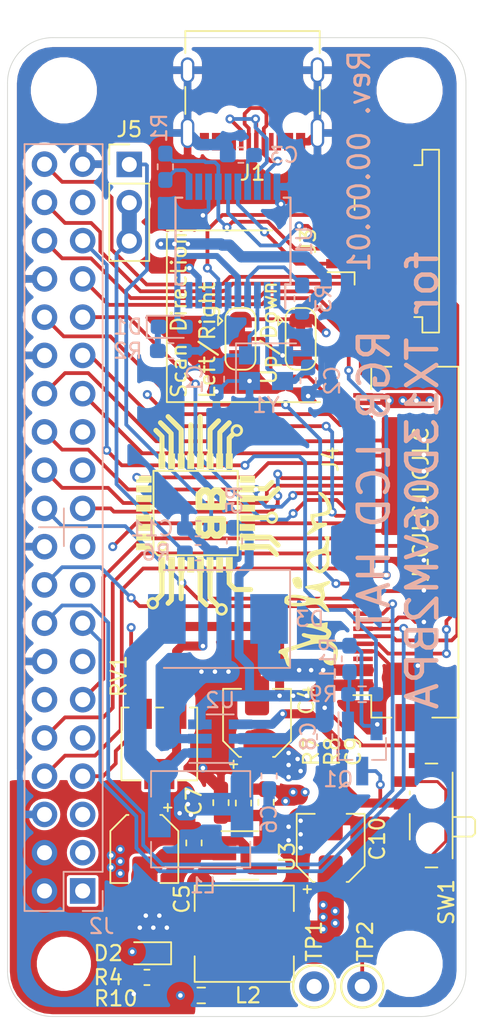
<source format=kicad_pcb>
(kicad_pcb (version 20171130) (host pcbnew "(5.1.4)-1")

  (general
    (thickness 1.6)
    (drawings 18)
    (tracks 723)
    (zones 0)
    (modules 49)
    (nets 67)
  )

  (page A4)
  (layers
    (0 F.Cu signal)
    (1 In1.Cu power)
    (2 In2.Cu power)
    (31 B.Cu signal)
    (32 B.Adhes user hide)
    (33 F.Adhes user hide)
    (34 B.Paste user hide)
    (35 F.Paste user hide)
    (36 B.SilkS user)
    (37 F.SilkS user)
    (38 B.Mask user hide)
    (39 F.Mask user hide)
    (40 Dwgs.User user hide)
    (41 Cmts.User user hide)
    (42 Eco1.User user hide)
    (43 Eco2.User user hide)
    (44 Edge.Cuts user)
    (45 Margin user hide)
    (46 B.CrtYd user hide)
    (47 F.CrtYd user hide)
    (48 B.Fab user hide)
    (49 F.Fab user hide)
  )

  (setup
    (last_trace_width 0.25)
    (user_trace_width 0.4)
    (user_trace_width 0.5)
    (user_trace_width 0.6)
    (user_trace_width 0.75)
    (user_trace_width 1)
    (user_trace_width 1.2)
    (user_trace_width 1.5)
    (user_trace_width 1.75)
    (user_trace_width 2)
    (user_trace_width 2.5)
    (trace_clearance 0.2)
    (zone_clearance 0.127)
    (zone_45_only no)
    (trace_min 0)
    (via_size 0.6)
    (via_drill 0.3)
    (via_min_size 0.4)
    (via_min_drill 0.3)
    (user_via 1.5 0.9)
    (user_via 2 1.8)
    (blind_buried_vias_allowed yes)
    (uvia_size 0.3)
    (uvia_drill 0.1)
    (uvias_allowed no)
    (uvia_min_size 0.2)
    (uvia_min_drill 0.1)
    (edge_width 0.05)
    (segment_width 0.2)
    (pcb_text_width 0.3)
    (pcb_text_size 1.5 1.5)
    (mod_edge_width 0.12)
    (mod_text_size 1 1)
    (mod_text_width 0.15)
    (pad_size 3.2 3.2)
    (pad_drill 3.2)
    (pad_to_mask_clearance 0.051)
    (solder_mask_min_width 0.25)
    (aux_axis_origin 0 0)
    (visible_elements 7FFFFFFF)
    (pcbplotparams
      (layerselection 0x010fc_ffffffff)
      (usegerberextensions true)
      (usegerberattributes false)
      (usegerberadvancedattributes false)
      (creategerberjobfile false)
      (excludeedgelayer true)
      (linewidth 0.100000)
      (plotframeref false)
      (viasonmask false)
      (mode 1)
      (useauxorigin false)
      (hpglpennumber 1)
      (hpglpenspeed 20)
      (hpglpendiameter 15.000000)
      (psnegative false)
      (psa4output false)
      (plotreference true)
      (plotvalue true)
      (plotinvisibletext false)
      (padsonsilk false)
      (subtractmaskfromsilk false)
      (outputformat 1)
      (mirror false)
      (drillshape 0)
      (scaleselection 1)
      (outputdirectory "Gerber/"))
  )

  (net 0 "")
  (net 1 GND)
  (net 2 "Net-(C1-Pad1)")
  (net 3 "Net-(C2-Pad1)")
  (net 4 "Net-(C3-Pad2)")
  (net 5 +5V)
  (net 6 LED+)
  (net 7 +3.3VP)
  (net 8 "Net-(C9-Pad2)")
  (net 9 "Net-(D1-Pad2)")
  (net 10 "Net-(D1-Pad1)")
  (net 11 "Net-(D2-Pad1)")
  (net 12 "Net-(D3-Pad2)")
  (net 13 VSYNC)
  (net 14 HSYNC)
  (net 15 Blue0)
  (net 16 Green2)
  (net 17 Green3)
  (net 18 Green5)
  (net 19 "Net-(J2-Pad12)")
  (net 20 "Net-(J2-Pad13)")
  (net 21 Red2)
  (net 22 Red3)
  (net 23 Red4)
  (net 24 Blue5)
  (net 25 Red5)
  (net 26 Blue4)
  (net 27 Blue3)
  (net 28 CLK)
  (net 29 DEN)
  (net 30 Blue1)
  (net 31 Blue2)
  (net 32 Green0)
  (net 33 Green1)
  (net 34 Green4)
  (net 35 "Net-(J2-Pad37)")
  (net 36 Red0)
  (net 37 Red1)
  (net 38 "Net-(J3-Pad1)")
  (net 39 "Net-(J3-Pad2)")
  (net 40 "Net-(J3-Pad3)")
  (net 41 "Net-(J3-Pad4)")
  (net 42 LED-)
  (net 43 "Net-(J4-Pad5)")
  (net 44 L_R)
  (net 45 U_D)
  (net 46 "Net-(L2-Pad1)")
  (net 47 "Net-(R1-Pad1)")
  (net 48 "Net-(R3-Pad2)")
  (net 49 "Net-(U1-Pad10)")
  (net 50 "Net-(U1-Pad12)")
  (net 51 RV2)
  (net 52 "Net-(J2-Pad1)")
  (net 53 "Net-(J2-Pad17)")
  (net 54 "Net-(J1-PadB5)")
  (net 55 "Net-(J1-PadA6)")
  (net 56 "Net-(J1-PadA8)")
  (net 57 "Net-(J1-PadA5)")
  (net 58 "Net-(J1-PadB8)")
  (net 59 "Net-(J1-PadA7)")
  (net 60 "Net-(J1-PadA4)")
  (net 61 "Net-(J2-Pad19)")
  (net 62 "Net-(J2-Pad23)")
  (net 63 BL_ENABLE)
  (net 64 "Net-(Q1-Pad3)")
  (net 65 "Net-(Q1-Pad1)")
  (net 66 "Net-(R10-Pad2)")

  (net_class Default "Dies ist die voreingestellte Netzklasse."
    (clearance 0.2)
    (trace_width 0.25)
    (via_dia 0.6)
    (via_drill 0.3)
    (uvia_dia 0.3)
    (uvia_drill 0.1)
    (add_net +3.3VP)
    (add_net +5V)
    (add_net BL_ENABLE)
    (add_net Blue0)
    (add_net Blue1)
    (add_net Blue2)
    (add_net Blue3)
    (add_net Blue4)
    (add_net Blue5)
    (add_net CLK)
    (add_net DEN)
    (add_net GND)
    (add_net Green0)
    (add_net Green1)
    (add_net Green2)
    (add_net Green3)
    (add_net Green4)
    (add_net Green5)
    (add_net HSYNC)
    (add_net LED+)
    (add_net LED-)
    (add_net L_R)
    (add_net "Net-(C1-Pad1)")
    (add_net "Net-(C2-Pad1)")
    (add_net "Net-(C3-Pad2)")
    (add_net "Net-(C9-Pad2)")
    (add_net "Net-(D1-Pad1)")
    (add_net "Net-(D1-Pad2)")
    (add_net "Net-(D2-Pad1)")
    (add_net "Net-(D3-Pad2)")
    (add_net "Net-(J1-PadA4)")
    (add_net "Net-(J1-PadA5)")
    (add_net "Net-(J1-PadA6)")
    (add_net "Net-(J1-PadA7)")
    (add_net "Net-(J1-PadA8)")
    (add_net "Net-(J1-PadB5)")
    (add_net "Net-(J1-PadB8)")
    (add_net "Net-(J2-Pad1)")
    (add_net "Net-(J2-Pad12)")
    (add_net "Net-(J2-Pad13)")
    (add_net "Net-(J2-Pad17)")
    (add_net "Net-(J2-Pad19)")
    (add_net "Net-(J2-Pad23)")
    (add_net "Net-(J2-Pad37)")
    (add_net "Net-(J3-Pad1)")
    (add_net "Net-(J3-Pad2)")
    (add_net "Net-(J3-Pad3)")
    (add_net "Net-(J3-Pad4)")
    (add_net "Net-(J4-Pad5)")
    (add_net "Net-(L2-Pad1)")
    (add_net "Net-(Q1-Pad1)")
    (add_net "Net-(Q1-Pad3)")
    (add_net "Net-(R1-Pad1)")
    (add_net "Net-(R10-Pad2)")
    (add_net "Net-(R3-Pad2)")
    (add_net "Net-(U1-Pad10)")
    (add_net "Net-(U1-Pad12)")
    (add_net RV2)
    (add_net Red0)
    (add_net Red1)
    (add_net Red2)
    (add_net Red3)
    (add_net Red4)
    (add_net Red5)
    (add_net U_D)
    (add_net VSYNC)
  )

  (module Resistor_SMD:R_0603_1608Metric_Pad1.05x0.95mm_HandSolder (layer B.Cu) (tedit 5B301BBD) (tstamp 60337B54)
    (at 62.75 76.25 270)
    (descr "Resistor SMD 0603 (1608 Metric), square (rectangular) end terminal, IPC_7351 nominal with elongated pad for handsoldering. (Body size source: http://www.tortai-tech.com/upload/download/2011102023233369053.pdf), generated with kicad-footprint-generator")
    (tags "resistor handsolder")
    (path /603499A4)
    (attr smd)
    (fp_text reference R11 (at 0 1.43 90) (layer B.SilkS)
      (effects (font (size 1 1) (thickness 0.15)) (justify mirror))
    )
    (fp_text value 100k (at 0 -1.43 90) (layer B.Fab)
      (effects (font (size 1 1) (thickness 0.15)) (justify mirror))
    )
    (fp_text user %R (at 0 0 90) (layer B.Fab)
      (effects (font (size 0.4 0.4) (thickness 0.06)) (justify mirror))
    )
    (fp_line (start 1.65 -0.73) (end -1.65 -0.73) (layer B.CrtYd) (width 0.05))
    (fp_line (start 1.65 0.73) (end 1.65 -0.73) (layer B.CrtYd) (width 0.05))
    (fp_line (start -1.65 0.73) (end 1.65 0.73) (layer B.CrtYd) (width 0.05))
    (fp_line (start -1.65 -0.73) (end -1.65 0.73) (layer B.CrtYd) (width 0.05))
    (fp_line (start -0.171267 -0.51) (end 0.171267 -0.51) (layer B.SilkS) (width 0.12))
    (fp_line (start -0.171267 0.51) (end 0.171267 0.51) (layer B.SilkS) (width 0.12))
    (fp_line (start 0.8 -0.4) (end -0.8 -0.4) (layer B.Fab) (width 0.1))
    (fp_line (start 0.8 0.4) (end 0.8 -0.4) (layer B.Fab) (width 0.1))
    (fp_line (start -0.8 0.4) (end 0.8 0.4) (layer B.Fab) (width 0.1))
    (fp_line (start -0.8 -0.4) (end -0.8 0.4) (layer B.Fab) (width 0.1))
    (pad 2 smd roundrect (at 0.875 0 270) (size 1.05 0.95) (layers B.Cu B.Paste B.Mask) (roundrect_rratio 0.25)
      (net 65 "Net-(Q1-Pad1)"))
    (pad 1 smd roundrect (at -0.875 0 270) (size 1.05 0.95) (layers B.Cu B.Paste B.Mask) (roundrect_rratio 0.25)
      (net 1 GND))
    (model ${KISYS3DMOD}/Resistor_SMD.3dshapes/R_0603_1608Metric.wrl
      (at (xyz 0 0 0))
      (scale (xyz 1 1 1))
      (rotate (xyz 0 0 0))
    )
  )

  (module footprints:julian_logo_4mm (layer F.Cu) (tedit 0) (tstamp 6031F634)
    (at 60 71 90)
    (path /6032B777)
    (fp_text reference LOGO2 (at 0 0 90) (layer F.SilkS) hide
      (effects (font (size 1.524 1.524) (thickness 0.3)))
    )
    (fp_text value Logo (at 0.75 0 90) (layer F.SilkS) hide
      (effects (font (size 1.524 1.524) (thickness 0.3)))
    )
    (fp_poly (pts (xy 0.050358 -1.037212) (xy 0.096866 -1.007816) (xy 0.125468 -0.962518) (xy 0.170237 -0.840931)
      (xy 0.188566 -0.712649) (xy 0.177518 -0.601655) (xy 0.171788 -0.584325) (xy 0.115864 -0.51127)
      (xy 0.017613 -0.453204) (xy -0.110047 -0.413548) (xy -0.254195 -0.395723) (xy -0.401914 -0.40315)
      (xy -0.465666 -0.415533) (xy -0.541773 -0.448079) (xy -0.581164 -0.506747) (xy -0.59266 -0.604905)
      (xy -0.592666 -0.608068) (xy -0.577767 -0.717316) (xy -0.525117 -0.809446) (xy -0.516034 -0.820519)
      (xy -0.420936 -0.902808) (xy -0.292419 -0.97456) (xy -0.153509 -1.025216) (xy -0.028142 -1.044222)
      (xy 0.050358 -1.037212)) (layer F.SilkS) (width 0.01))
    (fp_poly (pts (xy 1.490546 -0.092159) (xy 1.540756 -0.070555) (xy 1.626628 -0.032911) (xy 1.691856 -0.007314)
      (xy 1.718018 0) (xy 1.768271 0.026789) (xy 1.822616 0.10237) (xy 1.877846 0.219563)
      (xy 1.930755 0.371191) (xy 1.978136 0.550073) (xy 1.991851 0.61308) (xy 2.028365 0.776319)
      (xy 2.065361 0.894598) (xy 2.11132 0.978831) (xy 2.174724 1.039932) (xy 2.264055 1.088816)
      (xy 2.387796 1.136396) (xy 2.40255 1.141559) (xy 2.520738 1.175676) (xy 2.607438 1.180223)
      (xy 2.67974 1.154374) (xy 2.720468 1.126188) (xy 2.781901 1.089732) (xy 2.830286 1.080553)
      (xy 2.83315 1.081429) (xy 2.866454 1.120195) (xy 2.889101 1.193826) (xy 2.896634 1.281084)
      (xy 2.888779 1.346441) (xy 2.870978 1.417367) (xy 2.599656 1.401458) (xy 2.457137 1.391102)
      (xy 2.313376 1.377345) (xy 2.192921 1.362635) (xy 2.160974 1.357741) (xy 2.047168 1.344106)
      (xy 1.963556 1.349379) (xy 1.896472 1.370523) (xy 1.831206 1.388663) (xy 1.732027 1.401097)
      (xy 1.591808 1.408375) (xy 1.403422 1.411051) (xy 1.372387 1.411089) (xy 1.202624 1.410248)
      (xy 1.078215 1.406947) (xy 0.988083 1.399988) (xy 0.92115 1.388172) (xy 0.86634 1.3703)
      (xy 0.826091 1.351988) (xy 0.677902 1.249429) (xy 0.548259 1.101204) (xy 0.477068 0.982466)
      (xy 0.437738 0.863634) (xy 0.439007 0.769079) (xy 0.649111 0.769079) (xy 0.670799 0.821148)
      (xy 0.728653 0.894184) (xy 0.811859 0.977869) (xy 0.909603 1.061886) (xy 1.011071 1.135915)
      (xy 1.072445 1.173002) (xy 1.149778 1.209947) (xy 1.224081 1.229805) (xy 1.316605 1.236407)
      (xy 1.415291 1.234813) (xy 1.540582 1.226779) (xy 1.623566 1.210843) (xy 1.678176 1.183916)
      (xy 1.690458 1.173825) (xy 1.727371 1.129107) (xy 1.744574 1.072589) (xy 1.741733 0.994052)
      (xy 1.718517 0.883274) (xy 1.676179 0.735234) (xy 1.60015 0.515466) (xy 1.520128 0.339169)
      (xy 1.438077 0.208999) (xy 1.355962 0.12761) (xy 1.275747 0.097658) (xy 1.215142 0.11204)
      (xy 1.166433 0.149534) (xy 1.094913 0.218613) (xy 1.00891 0.309611) (xy 0.916752 0.412862)
      (xy 0.826766 0.518699) (xy 0.747279 0.617455) (xy 0.686619 0.699466) (xy 0.653113 0.755063)
      (xy 0.649111 0.769079) (xy 0.439007 0.769079) (xy 0.43945 0.736074) (xy 0.483882 0.594533)
      (xy 0.572715 0.433756) (xy 0.707629 0.248492) (xy 0.714494 0.239889) (xy 0.824694 0.110291)
      (xy 0.920787 0.017784) (xy 1.016478 -0.049658) (xy 1.086556 -0.086508) (xy 1.218092 -0.13089)
      (xy 1.347253 -0.132966) (xy 1.490546 -0.092159)) (layer F.SilkS) (width 0.01))
    (fp_poly (pts (xy -1.264991 -1.571908) (xy -1.1737 -1.541783) (xy -1.106779 -1.483294) (xy -1.059374 -1.389667)
      (xy -1.026632 -1.254127) (xy -1.003701 -1.069899) (xy -1.00138 -1.044222) (xy -0.997108 -0.832483)
      (xy -1.015768 -0.597032) (xy -1.054279 -0.364247) (xy -1.101981 -0.183042) (xy -1.155026 0.005024)
      (xy -1.198532 0.207975) (xy -1.228658 0.404473) (xy -1.241564 0.573179) (xy -1.241777 0.593549)
      (xy -1.230038 0.716595) (xy -1.190202 0.7948) (xy -1.115347 0.835647) (xy -1.007549 0.846667)
      (xy -0.899347 0.824738) (xy -0.809259 0.757527) (xy -0.736131 0.642899) (xy -0.678812 0.47872)
      (xy -0.636148 0.262853) (xy -0.619111 0.127) (xy -0.597828 -0.022549) (xy -0.569522 -0.122207)
      (xy -0.53136 -0.178371) (xy -0.480507 -0.19744) (xy -0.475376 -0.197555) (xy -0.445664 -0.178877)
      (xy -0.41774 -0.120039) (xy -0.390455 -0.016833) (xy -0.36266 0.134945) (xy -0.337576 0.306755)
      (xy -0.289932 0.590322) (xy -0.227471 0.855127) (xy -0.187504 0.987778) (xy -0.13212 1.160202)
      (xy -0.096541 1.286668) (xy -0.080288 1.373894) (xy -0.082881 1.428595) (xy -0.103842 1.45749)
      (xy -0.142692 1.467294) (xy -0.1533 1.467556) (xy -0.22648 1.441357) (xy -0.276615 1.389945)
      (xy -0.324998 1.313767) (xy -0.377202 1.221026) (xy -0.389363 1.197557) (xy -0.437612 1.108748)
      (xy -0.482142 1.055297) (xy -0.536576 1.032592) (xy -0.614539 1.036025) (xy -0.729653 1.060984)
      (xy -0.766037 1.070098) (xy -0.932791 1.107763) (xy -1.060805 1.124116) (xy -1.163731 1.118852)
      (xy -1.25522 1.091661) (xy -1.323046 1.057553) (xy -1.446648 0.986896) (xy -1.577046 1.108494)
      (xy -1.696964 1.20939) (xy -1.819766 1.293887) (xy -1.936423 1.357716) (xy -2.037905 1.396607)
      (xy -2.115181 1.406292) (xy -2.158647 1.383461) (xy -2.1515 1.347641) (xy -2.114786 1.281794)
      (xy -2.056921 1.19764) (xy -1.986323 1.106902) (xy -1.91141 1.021301) (xy -1.864998 0.974541)
      (xy -1.744044 0.837686) (xy -1.67154 0.694314) (xy -1.640386 0.527914) (xy -1.637926 0.44653)
      (xy -1.645205 0.304649) (xy -1.662997 0.149247) (xy -1.681755 0.042334) (xy -1.69999 -0.061407)
      (xy -1.719267 -0.203864) (xy -1.737458 -0.367399) (xy -1.752436 -0.534374) (xy -1.754301 -0.558996)
      (xy -1.763345 -0.743793) (xy -1.537241 -0.743793) (xy -1.537201 -0.691444) (xy -1.534652 -0.495816)
      (xy -1.526936 -0.350305) (xy -1.512514 -0.248701) (xy -1.489848 -0.184793) (xy -1.457398 -0.152371)
      (xy -1.413625 -0.145226) (xy -1.402146 -0.146454) (xy -1.36486 -0.162875) (xy -1.331816 -0.207428)
      (xy -1.296419 -0.290812) (xy -1.274991 -0.352777) (xy -1.230449 -0.526124) (xy -1.202587 -0.732415)
      (xy -1.193702 -0.861983) (xy -1.187422 -0.999083) (xy -1.186175 -1.092285) (xy -1.19165 -1.154037)
      (xy -1.205535 -1.196786) (xy -1.229517 -1.232979) (xy -1.246808 -1.253655) (xy -1.319214 -1.310038)
      (xy -1.38974 -1.310357) (xy -1.456512 -1.254992) (xy -1.489031 -1.2045) (xy -1.508803 -1.159033)
      (xy -1.522561 -1.100333) (xy -1.531254 -1.018296) (xy -1.535831 -0.902818) (xy -1.537241 -0.743793)
      (xy -1.763345 -0.743793) (xy -1.766071 -0.799488) (xy -1.761075 -0.996974) (xy -1.737615 -1.162845)
      (xy -1.693991 -1.308494) (xy -1.628502 -1.445311) (xy -1.61978 -1.4605) (xy -1.578209 -1.527689)
      (xy -1.541126 -1.563484) (xy -1.489218 -1.57777) (xy -1.403177 -1.580436) (xy -1.385505 -1.580444)
      (xy -1.264991 -1.571908)) (layer F.SilkS) (width 0.01))
    (fp_poly (pts (xy 3.080878 -0.066975) (xy 3.170989 -0.021914) (xy 3.269914 0.061914) (xy 3.351241 0.155256)
      (xy 3.422317 0.241114) (xy 3.482992 0.290236) (xy 3.548141 0.305645) (xy 3.632641 0.290364)
      (xy 3.751366 0.247417) (xy 3.769378 0.240244) (xy 3.985618 0.17928) (xy 4.152592 0.162633)
      (xy 4.360334 0.155223) (xy 4.367617 0.282223) (xy 4.379332 0.405958) (xy 4.400584 0.560889)
      (xy 4.428004 0.727206) (xy 4.458223 0.8851) (xy 4.487871 1.014764) (xy 4.499122 1.055308)
      (xy 4.547168 1.177051) (xy 4.609111 1.257051) (xy 4.690753 1.296407) (xy 4.797896 1.296222)
      (xy 4.936342 1.257596) (xy 5.111894 1.18163) (xy 5.126786 1.174425) (xy 5.263786 1.103316)
      (xy 5.367329 1.036283) (xy 5.457206 0.958672) (xy 5.546027 0.863981) (xy 5.650552 0.757016)
      (xy 5.73337 0.695448) (xy 5.791979 0.679285) (xy 5.823874 0.708537) (xy 5.826549 0.783212)
      (xy 5.809552 0.86304) (xy 5.754074 0.978888) (xy 5.654328 1.103122) (xy 5.520067 1.227758)
      (xy 5.361042 1.344808) (xy 5.187003 1.44629) (xy 5.007703 1.524217) (xy 4.997971 1.52763)
      (xy 4.869816 1.561187) (xy 4.736254 1.578377) (xy 4.612135 1.579107) (xy 4.512308 1.563284)
      (xy 4.45184 1.531056) (xy 4.379938 1.421458) (xy 4.317203 1.269108) (xy 4.268103 1.0875)
      (xy 4.237104 0.890131) (xy 4.235999 0.878946) (xy 4.210792 0.679589) (xy 4.177285 0.534196)
      (xy 4.133555 0.440649) (xy 4.077679 0.396827) (xy 4.007735 0.400613) (xy 3.921799 0.449888)
      (xy 3.878707 0.485187) (xy 3.776116 0.575263) (xy 3.786003 0.898351) (xy 3.789218 1.042015)
      (xy 3.787794 1.139317) (xy 3.780749 1.200222) (xy 3.7671 1.234694) (xy 3.751369 1.24956)
      (xy 3.68929 1.259407) (xy 3.622932 1.22186) (xy 3.560782 1.144507) (xy 3.511325 1.034935)
      (xy 3.511319 1.034918) (xy 3.477306 0.938092) (xy 3.438374 0.844642) (xy 3.389027 0.743869)
      (xy 3.323768 0.625074) (xy 3.237101 0.477559) (xy 3.157201 0.345663) (xy 3.084875 0.224341)
      (xy 3.024806 0.118153) (xy 2.982584 0.037384) (xy 2.963796 -0.00768) (xy 2.963334 -0.011151)
      (xy 2.986201 -0.054093) (xy 3.008242 -0.067638) (xy 3.080878 -0.066975)) (layer F.SilkS) (width 0.01))
    (fp_poly (pts (xy -4.788827 -1.970094) (xy -4.722839 -1.951831) (xy -4.671129 -1.902911) (xy -4.637045 -1.848555)
      (xy -4.591626 -1.744633) (xy -4.559677 -1.630872) (xy -4.555936 -1.608666) (xy -4.541015 -1.536349)
      (xy -4.511601 -1.422065) (xy -4.470387 -1.274433) (xy -4.420067 -1.102069) (xy -4.363335 -0.91359)
      (xy -4.302883 -0.717615) (xy -4.241406 -0.52276) (xy -4.181596 -0.337643) (xy -4.126147 -0.170881)
      (xy -4.077752 -0.031091) (xy -4.039106 0.073108) (xy -4.0129 0.133101) (xy -4.009949 0.138168)
      (xy -3.971279 0.167589) (xy -3.930547 0.146476) (xy -3.893484 0.0802) (xy -3.872737 0.009567)
      (xy -3.833513 -0.156711) (xy -3.798864 -0.274991) (xy -3.764528 -0.35302) (xy -3.726242 -0.398548)
      (xy -3.679742 -0.419325) (xy -3.634574 -0.423333) (xy -3.581919 -0.39884) (xy -3.548621 -0.336888)
      (xy -3.540304 -0.254768) (xy -3.556501 -0.183444) (xy -3.580583 -0.111893) (xy -3.601333 -0.021187)
      (xy -3.619804 0.096401) (xy -3.637049 0.248597) (xy -3.654121 0.443127) (xy -3.668781 0.640378)
      (xy -3.681006 0.836552) (xy -3.685665 0.983382) (xy -3.681768 1.087583) (xy -3.668324 1.15587)
      (xy -3.644342 1.194961) (xy -3.608831 1.21157) (xy -3.584222 1.213556) (xy -3.55491 1.209433)
      (xy -3.528764 1.19209) (xy -3.501899 1.154065) (xy -3.47043 1.087899) (xy -3.430472 0.98613)
      (xy -3.37814 0.841296) (xy -3.352488 0.768541) (xy -3.294946 0.600828) (xy -3.25263 0.465079)
      (xy -3.220185 0.3407) (xy -3.192255 0.207097) (xy -3.163485 0.043676) (xy -3.162572 0.038209)
      (xy -3.139222 -0.087219) (xy -3.116954 -0.167552) (xy -3.091493 -0.213884) (xy -3.058564 -0.23731)
      (xy -3.056026 -0.238318) (xy -3.000476 -0.234623) (xy -2.965782 -0.2121) (xy -2.950173 -0.186993)
      (xy -2.937675 -0.141769) (xy -2.927592 -0.069383) (xy -2.91923 0.037207) (xy -2.911896 0.185046)
      (xy -2.904894 0.381175) (xy -2.903777 0.416882) (xy -2.896809 0.597994) (xy -2.88782 0.764211)
      (xy -2.87755 0.905666) (xy -2.866736 1.012493) (xy -2.856119 1.074824) (xy -2.853984 1.081338)
      (xy -2.830114 1.165802) (xy -2.822222 1.233151) (xy -2.822222 1.305516) (xy -3.20492 1.267806)
      (xy -3.293148 1.392975) (xy -3.392017 1.495428) (xy -3.505396 1.543507) (xy -3.632564 1.537193)
      (xy -3.772799 1.476461) (xy -3.867016 1.410658) (xy -3.972353 1.32723) (xy -4.081591 1.514019)
      (xy -4.190019 1.672171) (xy -4.311914 1.804109) (xy -4.436976 1.900115) (xy -4.540316 1.946842)
      (xy -4.669818 1.967728) (xy -4.833682 1.972032) (xy -5.012529 1.960439) (xy -5.186981 1.933633)
      (xy -5.237725 1.922197) (xy -5.424263 1.86131) (xy -5.560204 1.782007) (xy -5.648987 1.682179)
      (xy -5.659284 1.663703) (xy -5.683262 1.565731) (xy -5.672599 1.448361) (xy -5.633758 1.324323)
      (xy -5.573205 1.206346) (xy -5.497402 1.10716) (xy -5.412813 1.039494) (xy -5.330385 1.016)
      (xy -5.267219 1.025241) (xy -5.23527 1.044144) (xy -5.238366 1.080948) (xy -5.261507 1.155178)
      (xy -5.300229 1.253419) (xy -5.319584 1.297547) (xy -5.369723 1.414339) (xy -5.395988 1.493128)
      (xy -5.401348 1.545564) (xy -5.391296 1.578853) (xy -5.334878 1.633233) (xy -5.232075 1.669479)
      (xy -5.080418 1.688105) (xy -4.877442 1.689623) (xy -4.861032 1.689095) (xy -4.574601 1.679223)
      (xy -4.463166 1.570351) (xy -4.37356 1.467372) (xy -4.308929 1.352945) (xy -4.26613 1.216535)
      (xy -4.242024 1.047608) (xy -4.233469 0.835628) (xy -4.233333 0.799469) (xy -4.235109 0.658807)
      (xy -4.24177 0.532296) (xy -4.255314 0.410407) (xy -4.277741 0.283607) (xy -4.311049 0.142365)
      (xy -4.357238 -0.022848) (xy -4.418306 -0.221565) (xy -4.496253 -0.463316) (xy -4.501635 -0.479777)
      (xy -4.555881 -0.647118) (xy -4.607606 -0.80939) (xy -4.652629 -0.953282) (xy -4.686769 -1.065484)
      (xy -4.70105 -1.114777) (xy -4.731464 -1.21814) (xy -4.762028 -1.290091) (xy -4.80188 -1.333512)
      (xy -4.860158 -1.351287) (xy -4.946 -1.346296) (xy -5.068541 -1.321424) (xy -5.229435 -1.281456)
      (xy -5.406633 -1.236498) (xy -5.537071 -1.204033) (xy -5.628705 -1.182691) (xy -5.689491 -1.171103)
      (xy -5.727383 -1.167901) (xy -5.750339 -1.171714) (xy -5.766314 -1.181175) (xy -5.774287 -1.187692)
      (xy -5.796426 -1.21802) (xy -5.787382 -1.260599) (xy -5.76409 -1.304037) (xy -5.727292 -1.356737)
      (xy -5.679438 -1.399505) (xy -5.610057 -1.437922) (xy -5.508677 -1.477572) (xy -5.364828 -1.524038)
      (xy -5.333556 -1.533575) (xy -5.14987 -1.603338) (xy -5.017759 -1.686886) (xy -4.933372 -1.787321)
      (xy -4.896881 -1.885428) (xy -4.877582 -1.948637) (xy -4.843754 -1.971216) (xy -4.788827 -1.970094)) (layer F.SilkS) (width 0.01))
  )

  (module TestPoint:TestPoint_Keystone_5000-5004_Miniature (layer F.Cu) (tedit 5A0F774F) (tstamp 6032B1DF)
    (at 63.6 98)
    (descr "Keystone Miniature THM Test Point 5000-5004, http://www.keyelco.com/product-pdf.cfm?p=1309")
    (tags "Through Hole Mount Test Points")
    (path /611790C2)
    (fp_text reference TP2 (at 0.2 -3 90) (layer F.SilkS)
      (effects (font (size 1 1) (thickness 0.15)))
    )
    (fp_text value BG_LEDS (at 0 2.5) (layer F.Fab)
      (effects (font (size 1 1) (thickness 0.15)))
    )
    (fp_text user %R (at 0 -2.5) (layer F.Fab)
      (effects (font (size 1 1) (thickness 0.15)))
    )
    (fp_line (start -0.75 -0.25) (end 0.75 -0.25) (layer F.Fab) (width 0.15))
    (fp_line (start 0.75 -0.25) (end 0.75 0.25) (layer F.Fab) (width 0.15))
    (fp_line (start 0.75 0.25) (end -0.75 0.25) (layer F.Fab) (width 0.15))
    (fp_line (start -0.75 0.25) (end -0.75 -0.25) (layer F.Fab) (width 0.15))
    (fp_circle (center 0 0) (end 1.65 0) (layer F.CrtYd) (width 0.05))
    (fp_circle (center 0 0) (end 1.25 0) (layer F.Fab) (width 0.15))
    (fp_circle (center 0 0) (end 1.4 0) (layer F.SilkS) (width 0.15))
    (pad 1 thru_hole circle (at 0 0) (size 2 2) (drill 1) (layers *.Cu *.Mask)
      (net 6 LED+))
    (model ${KISYS3DMOD}/TestPoint.3dshapes/TestPoint_Keystone_5000-5004_Miniature.wrl
      (at (xyz 0 0 0))
      (scale (xyz 1 1 1))
      (rotate (xyz 0 0 0))
    )
  )

  (module TestPoint:TestPoint_Keystone_5000-5004_Miniature (layer F.Cu) (tedit 5A0F774F) (tstamp 603297A7)
    (at 60.4 98)
    (descr "Keystone Miniature THM Test Point 5000-5004, http://www.keyelco.com/product-pdf.cfm?p=1309")
    (tags "Through Hole Mount Test Points")
    (path /60E25800)
    (fp_text reference TP1 (at 0 -3 90) (layer F.SilkS)
      (effects (font (size 1 1) (thickness 0.15)))
    )
    (fp_text value 3V3_DISPLAY (at 0 2.5) (layer F.Fab)
      (effects (font (size 1 1) (thickness 0.15)))
    )
    (fp_text user %R (at 0 -2.5) (layer F.Fab)
      (effects (font (size 1 1) (thickness 0.15)))
    )
    (fp_line (start -0.75 -0.25) (end 0.75 -0.25) (layer F.Fab) (width 0.15))
    (fp_line (start 0.75 -0.25) (end 0.75 0.25) (layer F.Fab) (width 0.15))
    (fp_line (start 0.75 0.25) (end -0.75 0.25) (layer F.Fab) (width 0.15))
    (fp_line (start -0.75 0.25) (end -0.75 -0.25) (layer F.Fab) (width 0.15))
    (fp_circle (center 0 0) (end 1.65 0) (layer F.CrtYd) (width 0.05))
    (fp_circle (center 0 0) (end 1.25 0) (layer F.Fab) (width 0.15))
    (fp_circle (center 0 0) (end 1.4 0) (layer F.SilkS) (width 0.15))
    (pad 1 thru_hole circle (at 0 0) (size 2 2) (drill 1) (layers *.Cu *.Mask)
      (net 7 +3.3VP))
    (model ${KISYS3DMOD}/TestPoint.3dshapes/TestPoint_Keystone_5000-5004_Miniature.wrl
      (at (xyz 0 0 0))
      (scale (xyz 1 1 1))
      (rotate (xyz 0 0 0))
    )
  )

  (module Resistor_SMD:R_0603_1608Metric_Pad0.98x0.95mm_HandSolder (layer F.Cu) (tedit 5F68FEEE) (tstamp 60325E52)
    (at 52.8875 98.6)
    (descr "Resistor SMD 0603 (1608 Metric), square (rectangular) end terminal, IPC_7351 nominal with elongated pad for handsoldering. (Body size source: IPC-SM-782 page 72, https://www.pcb-3d.com/wordpress/wp-content/uploads/ipc-sm-782a_amendment_1_and_2.pdf), generated with kicad-footprint-generator")
    (tags "resistor handsolder")
    (path /60C60D4C)
    (attr smd)
    (fp_text reference R10 (at -5.6875 0.2) (layer F.SilkS)
      (effects (font (size 1 1) (thickness 0.15)))
    )
    (fp_text value 100k (at 0 1.43) (layer F.Fab)
      (effects (font (size 1 1) (thickness 0.15)))
    )
    (fp_text user %R (at 0 0) (layer F.Fab)
      (effects (font (size 0.4 0.4) (thickness 0.06)))
    )
    (fp_line (start -0.8 0.4125) (end -0.8 -0.4125) (layer F.Fab) (width 0.1))
    (fp_line (start -0.8 -0.4125) (end 0.8 -0.4125) (layer F.Fab) (width 0.1))
    (fp_line (start 0.8 -0.4125) (end 0.8 0.4125) (layer F.Fab) (width 0.1))
    (fp_line (start 0.8 0.4125) (end -0.8 0.4125) (layer F.Fab) (width 0.1))
    (fp_line (start -0.254724 -0.5225) (end 0.254724 -0.5225) (layer F.SilkS) (width 0.12))
    (fp_line (start -0.254724 0.5225) (end 0.254724 0.5225) (layer F.SilkS) (width 0.12))
    (fp_line (start -1.65 0.73) (end -1.65 -0.73) (layer F.CrtYd) (width 0.05))
    (fp_line (start -1.65 -0.73) (end 1.65 -0.73) (layer F.CrtYd) (width 0.05))
    (fp_line (start 1.65 -0.73) (end 1.65 0.73) (layer F.CrtYd) (width 0.05))
    (fp_line (start 1.65 0.73) (end -1.65 0.73) (layer F.CrtYd) (width 0.05))
    (pad 2 smd roundrect (at 0.9125 0) (size 0.975 0.95) (layers F.Cu F.Paste F.Mask) (roundrect_rratio 0.25)
      (net 66 "Net-(R10-Pad2)"))
    (pad 1 smd roundrect (at -0.9125 0) (size 0.975 0.95) (layers F.Cu F.Paste F.Mask) (roundrect_rratio 0.25)
      (net 5 +5V))
    (model ${KISYS3DMOD}/Resistor_SMD.3dshapes/R_0603_1608Metric.wrl
      (at (xyz 0 0 0))
      (scale (xyz 1 1 1))
      (rotate (xyz 0 0 0))
    )
  )

  (module Resistor_SMD:R_0603_1608Metric_Pad0.98x0.95mm_HandSolder (layer B.Cu) (tedit 5F68FEEE) (tstamp 60325E41)
    (at 63.6 78.6)
    (descr "Resistor SMD 0603 (1608 Metric), square (rectangular) end terminal, IPC_7351 nominal with elongated pad for handsoldering. (Body size source: IPC-SM-782 page 72, https://www.pcb-3d.com/wordpress/wp-content/uploads/ipc-sm-782a_amendment_1_and_2.pdf), generated with kicad-footprint-generator")
    (tags "resistor handsolder")
    (path /60CA8B3D)
    (attr smd)
    (fp_text reference R9 (at -2.6 0) (layer B.SilkS)
      (effects (font (size 1 1) (thickness 0.15)) (justify mirror))
    )
    (fp_text value 100k (at 0 -1.43) (layer B.Fab)
      (effects (font (size 1 1) (thickness 0.15)) (justify mirror))
    )
    (fp_text user %R (at 0 0) (layer B.Fab)
      (effects (font (size 0.4 0.4) (thickness 0.06)) (justify mirror))
    )
    (fp_line (start -0.8 -0.4125) (end -0.8 0.4125) (layer B.Fab) (width 0.1))
    (fp_line (start -0.8 0.4125) (end 0.8 0.4125) (layer B.Fab) (width 0.1))
    (fp_line (start 0.8 0.4125) (end 0.8 -0.4125) (layer B.Fab) (width 0.1))
    (fp_line (start 0.8 -0.4125) (end -0.8 -0.4125) (layer B.Fab) (width 0.1))
    (fp_line (start -0.254724 0.5225) (end 0.254724 0.5225) (layer B.SilkS) (width 0.12))
    (fp_line (start -0.254724 -0.5225) (end 0.254724 -0.5225) (layer B.SilkS) (width 0.12))
    (fp_line (start -1.65 -0.73) (end -1.65 0.73) (layer B.CrtYd) (width 0.05))
    (fp_line (start -1.65 0.73) (end 1.65 0.73) (layer B.CrtYd) (width 0.05))
    (fp_line (start 1.65 0.73) (end 1.65 -0.73) (layer B.CrtYd) (width 0.05))
    (fp_line (start 1.65 -0.73) (end -1.65 -0.73) (layer B.CrtYd) (width 0.05))
    (pad 2 smd roundrect (at 0.9125 0) (size 0.975 0.95) (layers B.Cu B.Paste B.Mask) (roundrect_rratio 0.25)
      (net 63 BL_ENABLE))
    (pad 1 smd roundrect (at -0.9125 0) (size 0.975 0.95) (layers B.Cu B.Paste B.Mask) (roundrect_rratio 0.25)
      (net 65 "Net-(Q1-Pad1)"))
    (model ${KISYS3DMOD}/Resistor_SMD.3dshapes/R_0603_1608Metric.wrl
      (at (xyz 0 0 0))
      (scale (xyz 1 1 1))
      (rotate (xyz 0 0 0))
    )
  )

  (module Package_TO_SOT_SMD:SOT-23_Handsoldering (layer B.Cu) (tedit 5A0AB76C) (tstamp 60325D30)
    (at 63.6 82.2 270)
    (descr "SOT-23, Handsoldering")
    (tags SOT-23)
    (path /60D15588)
    (attr smd)
    (fp_text reference Q1 (at 2.05 1.6) (layer B.SilkS)
      (effects (font (size 1 1) (thickness 0.15)) (justify mirror))
    )
    (fp_text value ATM7002KNSA (at 0 -2.5 270) (layer B.Fab)
      (effects (font (size 1 1) (thickness 0.15)) (justify mirror))
    )
    (fp_text user %R (at 0 0) (layer B.Fab)
      (effects (font (size 0.5 0.5) (thickness 0.075)) (justify mirror))
    )
    (fp_line (start 0.76 -1.58) (end 0.76 -0.65) (layer B.SilkS) (width 0.12))
    (fp_line (start 0.76 1.58) (end 0.76 0.65) (layer B.SilkS) (width 0.12))
    (fp_line (start -2.7 1.75) (end 2.7 1.75) (layer B.CrtYd) (width 0.05))
    (fp_line (start 2.7 1.75) (end 2.7 -1.75) (layer B.CrtYd) (width 0.05))
    (fp_line (start 2.7 -1.75) (end -2.7 -1.75) (layer B.CrtYd) (width 0.05))
    (fp_line (start -2.7 -1.75) (end -2.7 1.75) (layer B.CrtYd) (width 0.05))
    (fp_line (start 0.76 1.58) (end -2.4 1.58) (layer B.SilkS) (width 0.12))
    (fp_line (start -0.7 0.95) (end -0.7 -1.5) (layer B.Fab) (width 0.1))
    (fp_line (start -0.15 1.52) (end 0.7 1.52) (layer B.Fab) (width 0.1))
    (fp_line (start -0.7 0.95) (end -0.15 1.52) (layer B.Fab) (width 0.1))
    (fp_line (start 0.7 1.52) (end 0.7 -1.52) (layer B.Fab) (width 0.1))
    (fp_line (start -0.7 -1.52) (end 0.7 -1.52) (layer B.Fab) (width 0.1))
    (fp_line (start 0.76 -1.58) (end -0.7 -1.58) (layer B.SilkS) (width 0.12))
    (pad 3 smd rect (at 1.5 0 270) (size 1.9 0.8) (layers B.Cu B.Paste B.Mask)
      (net 64 "Net-(Q1-Pad3)"))
    (pad 2 smd rect (at -1.5 -0.95 270) (size 1.9 0.8) (layers B.Cu B.Paste B.Mask)
      (net 1 GND))
    (pad 1 smd rect (at -1.5 0.95 270) (size 1.9 0.8) (layers B.Cu B.Paste B.Mask)
      (net 65 "Net-(Q1-Pad1)"))
    (model ${KISYS3DMOD}/Package_TO_SOT_SMD.3dshapes/SOT-23.wrl
      (at (xyz 0 0 0))
      (scale (xyz 1 1 1))
      (rotate (xyz 0 0 0))
    )
  )

  (module Jumper:SolderJumper-3_P1.3mm_Bridged12_RoundedPad1.0x1.5mm (layer F.Cu) (tedit 5C745321) (tstamp 6031CC27)
    (at 59.5 55 270)
    (descr "SMD Solder 3-pad Jumper, 1x1.5mm rounded Pads, 0.3mm gap, pads 1-2 bridged with 1 copper strip")
    (tags "solder jumper open")
    (path /608943E0)
    (attr virtual)
    (fp_text reference JP2 (at 0 -1.8 90) (layer F.SilkS) hide
      (effects (font (size 1 1) (thickness 0.15)))
    )
    (fp_text value Jumper_3_Bridged12 (at 0 1.9 90) (layer F.Fab)
      (effects (font (size 1 1) (thickness 0.15)))
    )
    (fp_arc (start -1.35 -0.3) (end -1.35 -1) (angle -90) (layer F.SilkS) (width 0.12))
    (fp_arc (start -1.35 0.3) (end -2.05 0.3) (angle -90) (layer F.SilkS) (width 0.12))
    (fp_arc (start 1.35 0.3) (end 1.35 1) (angle -90) (layer F.SilkS) (width 0.12))
    (fp_arc (start 1.35 -0.3) (end 2.05 -0.3) (angle -90) (layer F.SilkS) (width 0.12))
    (fp_line (start -1.2 1.2) (end -0.9 1.5) (layer F.SilkS) (width 0.12))
    (fp_line (start -1.5 1.5) (end -0.9 1.5) (layer F.SilkS) (width 0.12))
    (fp_line (start -1.2 1.2) (end -1.5 1.5) (layer F.SilkS) (width 0.12))
    (fp_line (start -2.05 0.3) (end -2.05 -0.3) (layer F.SilkS) (width 0.12))
    (fp_line (start 1.4 1) (end -1.4 1) (layer F.SilkS) (width 0.12))
    (fp_line (start 2.05 -0.3) (end 2.05 0.3) (layer F.SilkS) (width 0.12))
    (fp_line (start -1.4 -1) (end 1.4 -1) (layer F.SilkS) (width 0.12))
    (fp_line (start -2.3 -1.25) (end 2.3 -1.25) (layer F.CrtYd) (width 0.05))
    (fp_line (start -2.3 -1.25) (end -2.3 1.25) (layer F.CrtYd) (width 0.05))
    (fp_line (start 2.3 1.25) (end 2.3 -1.25) (layer F.CrtYd) (width 0.05))
    (fp_line (start 2.3 1.25) (end -2.3 1.25) (layer F.CrtYd) (width 0.05))
    (fp_poly (pts (xy -0.9 -0.3) (xy -0.4 -0.3) (xy -0.4 0.3) (xy -0.9 0.3)) (layer F.Cu) (width 0))
    (pad 1 smd custom (at -1.3 0 270) (size 1 0.5) (layers F.Cu F.Mask)
      (net 7 +3.3VP) (zone_connect 2)
      (options (clearance outline) (anchor rect))
      (primitives
        (gr_circle (center 0 0.25) (end 0.5 0.25) (width 0))
        (gr_circle (center 0 -0.25) (end 0.5 -0.25) (width 0))
        (gr_poly (pts
           (xy 0.55 -0.75) (xy 0 -0.75) (xy 0 0.75) (xy 0.55 0.75)) (width 0))
      ))
    (pad 2 smd rect (at 0 0 270) (size 1 1.5) (layers F.Cu F.Mask)
      (net 45 U_D))
    (pad 3 smd custom (at 1.3 0 270) (size 1 0.5) (layers F.Cu F.Mask)
      (net 1 GND) (zone_connect 2)
      (options (clearance outline) (anchor rect))
      (primitives
        (gr_circle (center 0 0.25) (end 0.5 0.25) (width 0))
        (gr_circle (center 0 -0.25) (end 0.5 -0.25) (width 0))
        (gr_poly (pts
           (xy -0.55 -0.75) (xy 0 -0.75) (xy 0 0.75) (xy -0.55 0.75)) (width 0))
      ))
  )

  (module Jumper:SolderJumper-3_P1.3mm_Bridged12_RoundedPad1.0x1.5mm (layer F.Cu) (tedit 5C745321) (tstamp 6031CC10)
    (at 55.5 55 270)
    (descr "SMD Solder 3-pad Jumper, 1x1.5mm rounded Pads, 0.3mm gap, pads 1-2 bridged with 1 copper strip")
    (tags "solder jumper open")
    (path /60892CAD)
    (attr virtual)
    (fp_text reference JP1 (at 0 -1.8 90) (layer F.SilkS) hide
      (effects (font (size 1 1) (thickness 0.15)))
    )
    (fp_text value Jumper_3_Bridged12 (at 0 1.9 90) (layer F.Fab)
      (effects (font (size 1 1) (thickness 0.15)))
    )
    (fp_arc (start -1.35 -0.3) (end -1.35 -1) (angle -90) (layer F.SilkS) (width 0.12))
    (fp_arc (start -1.35 0.3) (end -2.05 0.3) (angle -90) (layer F.SilkS) (width 0.12))
    (fp_arc (start 1.35 0.3) (end 1.35 1) (angle -90) (layer F.SilkS) (width 0.12))
    (fp_arc (start 1.35 -0.3) (end 2.05 -0.3) (angle -90) (layer F.SilkS) (width 0.12))
    (fp_line (start -1.2 1.2) (end -0.9 1.5) (layer F.SilkS) (width 0.12))
    (fp_line (start -1.5 1.5) (end -0.9 1.5) (layer F.SilkS) (width 0.12))
    (fp_line (start -1.2 1.2) (end -1.5 1.5) (layer F.SilkS) (width 0.12))
    (fp_line (start -2.05 0.3) (end -2.05 -0.3) (layer F.SilkS) (width 0.12))
    (fp_line (start 1.4 1) (end -1.4 1) (layer F.SilkS) (width 0.12))
    (fp_line (start 2.05 -0.3) (end 2.05 0.3) (layer F.SilkS) (width 0.12))
    (fp_line (start -1.4 -1) (end 1.4 -1) (layer F.SilkS) (width 0.12))
    (fp_line (start -2.3 -1.25) (end 2.3 -1.25) (layer F.CrtYd) (width 0.05))
    (fp_line (start -2.3 -1.25) (end -2.3 1.25) (layer F.CrtYd) (width 0.05))
    (fp_line (start 2.3 1.25) (end 2.3 -1.25) (layer F.CrtYd) (width 0.05))
    (fp_line (start 2.3 1.25) (end -2.3 1.25) (layer F.CrtYd) (width 0.05))
    (fp_poly (pts (xy -0.9 -0.3) (xy -0.4 -0.3) (xy -0.4 0.3) (xy -0.9 0.3)) (layer F.Cu) (width 0))
    (pad 1 smd custom (at -1.3 0 270) (size 1 0.5) (layers F.Cu F.Mask)
      (net 7 +3.3VP) (zone_connect 2)
      (options (clearance outline) (anchor rect))
      (primitives
        (gr_circle (center 0 0.25) (end 0.5 0.25) (width 0))
        (gr_circle (center 0 -0.25) (end 0.5 -0.25) (width 0))
        (gr_poly (pts
           (xy 0.55 -0.75) (xy 0 -0.75) (xy 0 0.75) (xy 0.55 0.75)) (width 0))
      ))
    (pad 2 smd rect (at 0 0 270) (size 1 1.5) (layers F.Cu F.Mask)
      (net 44 L_R))
    (pad 3 smd custom (at 1.3 0 270) (size 1 0.5) (layers F.Cu F.Mask)
      (net 1 GND) (zone_connect 2)
      (options (clearance outline) (anchor rect))
      (primitives
        (gr_circle (center 0 0.25) (end 0.5 0.25) (width 0))
        (gr_circle (center 0 -0.25) (end 0.5 -0.25) (width 0))
        (gr_poly (pts
           (xy -0.55 -0.75) (xy 0 -0.75) (xy 0 0.75) (xy -0.55 0.75)) (width 0))
      ))
  )

  (module Connector_USB:USB_C_Receptacle_Palconn_UTC16-G (layer F.Cu) (tedit 5CF432E0) (tstamp 6031535F)
    (at 56.3 39.4 180)
    (descr http://www.palpilot.com/wp-content/uploads/2017/05/UTC027-GKN-OR-Rev-A.pdf)
    (tags "USB C Type-C Receptacle USB2.0")
    (path /60591EAA)
    (attr smd)
    (fp_text reference J1 (at 0 -4.58) (layer F.SilkS)
      (effects (font (size 1 1) (thickness 0.15)))
    )
    (fp_text value USB_C_Receptacle_USB2.0 (at 0 6.24) (layer F.Fab)
      (effects (font (size 1 1) (thickness 0.15)))
    )
    (fp_line (start 4.47 4.84) (end -4.47 4.84) (layer F.SilkS) (width 0.12))
    (fp_line (start 4.47 -0.67) (end 4.47 1.13) (layer F.SilkS) (width 0.12))
    (fp_line (start 4.47 4.84) (end 4.47 3.38) (layer F.SilkS) (width 0.12))
    (fp_line (start -4.47 4.84) (end -4.47 3.38) (layer F.SilkS) (width 0.12))
    (fp_line (start -4.47 -0.67) (end -4.47 1.13) (layer F.SilkS) (width 0.12))
    (fp_line (start -4.47 4.34) (end 4.47 4.34) (layer Dwgs.User) (width 0.1))
    (fp_line (start 5.27 5.34) (end 5.27 -3.59) (layer F.CrtYd) (width 0.05))
    (fp_line (start 5.27 -3.59) (end -5.27 -3.59) (layer F.CrtYd) (width 0.05))
    (fp_line (start -5.27 -3.59) (end -5.27 5.34) (layer F.CrtYd) (width 0.05))
    (fp_line (start -5.27 5.34) (end 5.27 5.34) (layer F.CrtYd) (width 0.05))
    (fp_line (start -4.47 -2.48) (end -4.47 4.84) (layer F.Fab) (width 0.1))
    (fp_line (start 4.47 4.84) (end -4.47 4.84) (layer F.Fab) (width 0.1))
    (fp_line (start 4.47 -2.48) (end 4.47 4.84) (layer F.Fab) (width 0.1))
    (fp_line (start -4.47 -2.48) (end 4.47 -2.48) (layer F.Fab) (width 0.1))
    (fp_text user "PCB Edge" (at 0 3.43) (layer Dwgs.User)
      (effects (font (size 1 1) (thickness 0.15)))
    )
    (fp_text user %R (at 0 1.18) (layer F.Fab)
      (effects (font (size 1 1) (thickness 0.15)))
    )
    (pad A12 smd rect (at 3.2 -2.51 180) (size 0.6 1.16) (layers F.Cu F.Paste F.Mask)
      (net 1 GND))
    (pad A9 smd rect (at 2.4 -2.51 180) (size 0.6 1.16) (layers F.Cu F.Paste F.Mask)
      (net 60 "Net-(J1-PadA4)"))
    (pad B1 smd rect (at 3.2 -2.51 180) (size 0.6 1.16) (layers F.Cu F.Paste F.Mask)
      (net 1 GND))
    (pad B4 smd rect (at 2.4 -2.51 180) (size 0.6 1.16) (layers F.Cu F.Paste F.Mask)
      (net 60 "Net-(J1-PadA4)"))
    (pad B12 smd rect (at -3.2 -2.51 180) (size 0.6 1.16) (layers F.Cu F.Paste F.Mask)
      (net 1 GND))
    (pad A1 smd rect (at -3.2 -2.51 180) (size 0.6 1.16) (layers F.Cu F.Paste F.Mask)
      (net 1 GND))
    (pad B9 smd rect (at -2.4 -2.51 180) (size 0.6 1.16) (layers F.Cu F.Paste F.Mask)
      (net 60 "Net-(J1-PadA4)"))
    (pad A4 smd rect (at -2.4 -2.51 180) (size 0.6 1.16) (layers F.Cu F.Paste F.Mask)
      (net 60 "Net-(J1-PadA4)"))
    (pad "" np_thru_hole circle (at -2.89 -1.45) (size 0.6 0.6) (drill 0.6) (layers *.Cu *.Mask))
    (pad "" np_thru_hole circle (at 2.89 -1.45) (size 0.6 0.6) (drill 0.6) (layers *.Cu *.Mask))
    (pad B5 smd rect (at 1.75 -2.51) (size 0.3 1.16) (layers F.Cu F.Paste F.Mask)
      (net 54 "Net-(J1-PadB5)"))
    (pad B6 smd rect (at 0.75 -2.51) (size 0.3 1.16) (layers F.Cu F.Paste F.Mask)
      (net 55 "Net-(J1-PadA6)"))
    (pad A8 smd rect (at 1.25 -2.51) (size 0.3 1.16) (layers F.Cu F.Paste F.Mask)
      (net 56 "Net-(J1-PadA8)"))
    (pad A5 smd rect (at -1.25 -2.51) (size 0.3 1.16) (layers F.Cu F.Paste F.Mask)
      (net 57 "Net-(J1-PadA5)"))
    (pad B8 smd rect (at -1.75 -2.51) (size 0.3 1.16) (layers F.Cu F.Paste F.Mask)
      (net 58 "Net-(J1-PadB8)"))
    (pad A7 smd rect (at 0.25 -2.51) (size 0.3 1.16) (layers F.Cu F.Paste F.Mask)
      (net 59 "Net-(J1-PadA7)"))
    (pad A6 smd rect (at -0.25 -2.51) (size 0.3 1.16) (layers F.Cu F.Paste F.Mask)
      (net 55 "Net-(J1-PadA6)"))
    (pad B7 smd rect (at -0.75 -2.51) (size 0.3 1.16) (layers F.Cu F.Paste F.Mask)
      (net 59 "Net-(J1-PadA7)"))
    (pad S1 thru_hole oval (at 4.32 2.24 270) (size 1.7 0.9) (drill oval 1.4 0.6) (layers *.Cu *.Mask)
      (net 1 GND))
    (pad S1 thru_hole oval (at -4.32 2.24 270) (size 1.7 0.9) (drill oval 1.4 0.6) (layers *.Cu *.Mask)
      (net 1 GND))
    (pad S1 thru_hole oval (at 4.32 -1.93 270) (size 2 0.9) (drill oval 1.7 0.6) (layers *.Cu *.Mask)
      (net 1 GND))
    (pad S1 thru_hole oval (at -4.32 -1.93 270) (size 2 0.9) (drill oval 1.7 0.6) (layers *.Cu *.Mask)
      (net 1 GND))
    (model ${KISYS3DMOD}/Connector_USB.3dshapes/USB_C_Receptacle_Palconn_UTC16-G.wrl
      (at (xyz 0 0 0))
      (scale (xyz 1 1 1))
      (rotate (xyz 0 0 0))
    )
    (model "${KIPRJMOD}/3d models/HRO_TYPE-C-31-M-12 (1).step"
      (offset (xyz -4.5 -5 0))
      (scale (xyz 1 1 1))
      (rotate (xyz 0 0 0))
    )
  )

  (module Custom_logo:BB (layer F.Cu) (tedit 0) (tstamp 6031AC19)
    (at 53 66.9 90)
    (path /606925A8)
    (fp_text reference LOGO1 (at 0 0 90) (layer F.SilkS) hide
      (effects (font (size 1.524 1.524) (thickness 0.3)))
    )
    (fp_text value Logo (at 0.75 0 90) (layer F.SilkS) hide
      (effects (font (size 1.524 1.524) (thickness 0.3)))
    )
    (fp_poly (pts (xy -1.0414 3.462867) (xy -1.109133 3.462867) (xy -1.109319 3.985683) (xy -1.10938 4.093119)
      (xy -1.109506 4.184946) (xy -1.109735 4.262491) (xy -1.110106 4.327078) (xy -1.110657 4.380032)
      (xy -1.111425 4.422679) (xy -1.11245 4.456343) (xy -1.113769 4.482351) (xy -1.11542 4.502027)
      (xy -1.117443 4.516695) (xy -1.119875 4.527683) (xy -1.122754 4.536314) (xy -1.125384 4.542367)
      (xy -1.135356 4.556689) (xy -1.156035 4.581086) (xy -1.185935 4.614078) (xy -1.223568 4.654183)
      (xy -1.267446 4.699921) (xy -1.316083 4.749812) (xy -1.36799 4.802375) (xy -1.421681 4.85613)
      (xy -1.475668 4.909595) (xy -1.528464 4.961292) (xy -1.578581 5.009738) (xy -1.624531 5.053454)
      (xy -1.664829 5.09096) (xy -1.697985 5.120773) (xy -1.722513 5.141415) (xy -1.736926 5.151405)
      (xy -1.737512 5.151664) (xy -1.787418 5.163455) (xy -1.838166 5.158873) (xy -1.8669 5.148664)
      (xy -1.909965 5.120341) (xy -1.941116 5.082298) (xy -1.959215 5.037579) (xy -1.963123 4.989227)
      (xy -1.951703 4.940284) (xy -1.948019 4.931833) (xy -1.937027 4.915753) (xy -1.914037 4.888535)
      (xy -1.879433 4.850591) (xy -1.833603 4.802332) (xy -1.776931 4.744169) (xy -1.709803 4.676513)
      (xy -1.685738 4.652488) (xy -1.439333 4.407009) (xy -1.439333 3.462867) (xy -1.490133 3.462867)
      (xy -1.490133 2.4384) (xy -1.0414 2.4384) (xy -1.0414 3.462867)) (layer F.SilkS) (width 0.01))
    (fp_poly (pts (xy 1.515533 3.462867) (xy 1.4732 3.462867) (xy 1.4732 4.279987) (xy 1.7831 4.588977)
      (xy 1.864716 4.670728) (xy 1.934884 4.74181) (xy 1.993457 4.802068) (xy 2.040287 4.851347)
      (xy 2.075226 4.889491) (xy 2.098128 4.916345) (xy 2.108844 4.931754) (xy 2.108881 4.931833)
      (xy 2.123078 4.979407) (xy 2.122399 5.025581) (xy 2.108888 5.06831) (xy 2.084592 5.105549)
      (xy 2.051554 5.135253) (xy 2.011819 5.155378) (xy 1.967432 5.163879) (xy 1.920439 5.15871)
      (xy 1.8923 5.148413) (xy 1.878775 5.138841) (xy 1.854945 5.11845) (xy 1.822136 5.088574)
      (xy 1.781678 5.050547) (xy 1.734898 5.0057) (xy 1.683125 4.955368) (xy 1.627686 4.900884)
      (xy 1.569911 4.843581) (xy 1.511127 4.784792) (xy 1.452663 4.725851) (xy 1.395846 4.668091)
      (xy 1.342004 4.612845) (xy 1.292467 4.561447) (xy 1.248562 4.51523) (xy 1.211617 4.475526)
      (xy 1.182961 4.44367) (xy 1.163922 4.420995) (xy 1.155999 4.409288) (xy 1.153109 4.400354)
      (xy 1.15067 4.387785) (xy 1.148645 4.370209) (xy 1.146999 4.346251) (xy 1.145695 4.314538)
      (xy 1.144697 4.273697) (xy 1.143967 4.222354) (xy 1.143469 4.159136) (xy 1.143167 4.082668)
      (xy 1.143025 3.991579) (xy 1.143 3.920338) (xy 1.143 3.462867) (xy 1.0668 3.462867)
      (xy 1.0668 2.4384) (xy 1.515533 2.4384) (xy 1.515533 3.462867)) (layer F.SilkS) (width 0.01))
    (fp_poly (pts (xy -1.684867 3.462867) (xy -1.735667 3.462867) (xy -1.735853 3.94335) (xy -1.735919 4.046073)
      (xy -1.736059 4.133253) (xy -1.736318 4.206279) (xy -1.736738 4.266543) (xy -1.737364 4.315433)
      (xy -1.738237 4.35434) (xy -1.739403 4.384655) (xy -1.740904 4.407767) (xy -1.742783 4.425065)
      (xy -1.745084 4.437941) (xy -1.747851 4.447785) (xy -1.751127 4.455986) (xy -1.751917 4.4577)
      (xy -1.761952 4.472149) (xy -1.782678 4.496635) (xy -1.812583 4.529653) (xy -1.850153 4.569698)
      (xy -1.893876 4.615264) (xy -1.942241 4.664847) (xy -1.993736 4.716942) (xy -2.046847 4.770043)
      (xy -2.100063 4.822646) (xy -2.151872 4.873245) (xy -2.200762 4.920336) (xy -2.245219 4.962414)
      (xy -2.283732 4.997973) (xy -2.31479 5.025508) (xy -2.336878 5.043515) (xy -2.347112 5.050064)
      (xy -2.397017 5.061855) (xy -2.447765 5.057273) (xy -2.4765 5.047064) (xy -2.519565 5.01874)
      (xy -2.550716 4.980697) (xy -2.568815 4.935978) (xy -2.572723 4.887625) (xy -2.561303 4.838682)
      (xy -2.55762 4.830233) (xy -2.546573 4.814039) (xy -2.523565 4.786763) (xy -2.489026 4.748866)
      (xy -2.443385 4.700806) (xy -2.387074 4.643042) (xy -2.320522 4.576033) (xy -2.303806 4.559357)
      (xy -2.065867 4.322347) (xy -2.065867 3.462867) (xy -2.1336 3.462867) (xy -2.1336 2.4384)
      (xy -1.684867 2.4384) (xy -1.684867 3.462867)) (layer F.SilkS) (width 0.01))
    (fp_poly (pts (xy 0.237066 3.462867) (xy 0.194733 3.462867) (xy 0.194733 4.214791) (xy 0.23495 4.238227)
      (xy 0.2944 4.281893) (xy 0.34701 4.338112) (xy 0.389986 4.402992) (xy 0.420532 4.472641)
      (xy 0.43091 4.511033) (xy 0.439423 4.590135) (xy 0.432558 4.666383) (xy 0.411787 4.738347)
      (xy 0.378586 4.804599) (xy 0.334429 4.863709) (xy 0.280788 4.914247) (xy 0.219139 4.954783)
      (xy 0.150955 4.983889) (xy 0.077711 5.000134) (xy 0.00088 5.002089) (xy -0.064788 4.991779)
      (xy -0.139618 4.965321) (xy -0.207275 4.925095) (xy -0.266131 4.873153) (xy -0.314557 4.811548)
      (xy -0.350926 4.742331) (xy -0.37361 4.667556) (xy -0.381 4.593167) (xy -0.380948 4.592676)
      (xy -0.203502 4.592676) (xy -0.195696 4.648999) (xy -0.172037 4.703378) (xy -0.132526 4.753841)
      (xy -0.131627 4.754744) (xy -0.081264 4.794661) (xy -0.026631 4.818294) (xy 0.031599 4.825483)
      (xy 0.092755 4.816067) (xy 0.10637 4.811807) (xy 0.154956 4.786848) (xy 0.197507 4.749009)
      (xy 0.231374 4.702002) (xy 0.253906 4.649539) (xy 0.262453 4.595332) (xy 0.262466 4.593167)
      (xy 0.254439 4.536593) (xy 0.231988 4.483913) (xy 0.197562 4.437573) (xy 0.15361 4.400023)
      (xy 0.10258 4.373711) (xy 0.046921 4.361086) (xy 0.029633 4.360333) (xy -0.028923 4.368603)
      (xy -0.083645 4.393186) (xy -0.131786 4.431748) (xy -0.171547 4.482079) (xy -0.195452 4.536379)
      (xy -0.203502 4.592676) (xy -0.380948 4.592676) (xy -0.372889 4.517849) (xy -0.349758 4.443727)
      (xy -0.313412 4.373919) (xy -0.265654 4.311545) (xy -0.20829 4.259723) (xy -0.175684 4.238227)
      (xy -0.135467 4.214791) (xy -0.135467 3.462867) (xy -0.211667 3.462867) (xy -0.211667 2.4384)
      (xy 0.237066 2.4384) (xy 0.237066 3.462867)) (layer F.SilkS) (width 0.01))
    (fp_poly (pts (xy 2.159 3.462867) (xy 2.1082 3.462867) (xy 2.1082 4.102238) (xy 2.30381 4.296902)
      (xy 2.364125 4.357524) (xy 2.415442 4.410348) (xy 2.457037 4.454591) (xy 2.488185 4.48947)
      (xy 2.508163 4.514203) (xy 2.515291 4.525433) (xy 2.529481 4.573019) (xy 2.528794 4.6192)
      (xy 2.515277 4.661933) (xy 2.490973 4.699172) (xy 2.457928 4.728872) (xy 2.418185 4.74899)
      (xy 2.373789 4.75748) (xy 2.326786 4.752299) (xy 2.2987 4.74202) (xy 2.283515 4.731611)
      (xy 2.25852 4.710612) (xy 2.225363 4.680681) (xy 2.185693 4.643475) (xy 2.141159 4.600653)
      (xy 2.09341 4.553873) (xy 2.044095 4.504792) (xy 1.994861 4.455069) (xy 1.947359 4.406362)
      (xy 1.903236 4.360328) (xy 1.864143 4.318626) (xy 1.831726 4.282914) (xy 1.807636 4.25485)
      (xy 1.793521 4.236091) (xy 1.791006 4.231488) (xy 1.787797 4.221582) (xy 1.785148 4.207796)
      (xy 1.783006 4.188581) (xy 1.781323 4.162388) (xy 1.780047 4.12767) (xy 1.779128 4.082878)
      (xy 1.778517 4.026464) (xy 1.778162 3.956879) (xy 1.778013 3.872576) (xy 1.778 3.831438)
      (xy 1.778 3.462867) (xy 1.710267 3.462867) (xy 1.710267 2.4384) (xy 2.159 2.4384)
      (xy 2.159 3.462867)) (layer F.SilkS) (width 0.01))
    (fp_poly (pts (xy -0.397933 3.462867) (xy -0.846667 3.462867) (xy -0.846667 2.4384) (xy -0.397933 2.4384)
      (xy -0.397933 3.462867)) (layer F.SilkS) (width 0.01))
    (fp_poly (pts (xy 0.880533 3.462867) (xy 0.4318 3.462867) (xy 0.4318 2.4384) (xy 0.880533 2.4384)
      (xy 0.880533 3.462867)) (layer F.SilkS) (width 0.01))
    (fp_poly (pts (xy 2.802467 3.462867) (xy 2.353733 3.462867) (xy 2.353733 2.4384) (xy 2.802467 2.4384)
      (xy 2.802467 3.462867)) (layer F.SilkS) (width 0.01))
    (fp_poly (pts (xy -2.5908 1.9812) (xy -3.615267 1.9812) (xy -3.615267 1.913466) (xy -4.271605 1.913466)
      (xy -4.426036 2.068067) (xy -4.580467 2.222667) (xy -4.580653 2.71365) (xy -4.580719 2.817641)
      (xy -4.58086 2.906071) (xy -4.581118 2.980311) (xy -4.581534 3.041735) (xy -4.582149 3.091713)
      (xy -4.583005 3.131619) (xy -4.584142 3.162823) (xy -4.585602 3.186699) (xy -4.587427 3.204618)
      (xy -4.589658 3.217952) (xy -4.592337 3.228074) (xy -4.595504 3.236355) (xy -4.596469 3.2385)
      (xy -4.624857 3.281641) (xy -4.663004 3.312813) (xy -4.707881 3.330879) (xy -4.756458 3.334704)
      (xy -4.805706 3.323149) (xy -4.8133 3.319864) (xy -4.856108 3.2925) (xy -4.88669 3.254507)
      (xy -4.897563 3.232306) (xy -4.90025 3.224135) (xy -4.90255 3.21262) (xy -4.90449 3.196501)
      (xy -4.906099 3.174523) (xy -4.907405 3.145425) (xy -4.908438 3.107949) (xy -4.909225 3.060838)
      (xy -4.909795 3.002834) (xy -4.910176 2.932677) (xy -4.910397 2.849109) (xy -4.910485 2.750873)
      (xy -4.910481 2.660922) (xy -4.910422 2.551622) (xy -4.910301 2.457954) (xy -4.910082 2.378617)
      (xy -4.909728 2.31231) (xy -4.909204 2.257731) (xy -4.908472 2.213579) (xy -4.907496 2.178553)
      (xy -4.906241 2.151351) (xy -4.904668 2.130673) (xy -4.902743 2.115217) (xy -4.900428 2.103682)
      (xy -4.897687 2.094766) (xy -4.894484 2.087168) (xy -4.894421 2.087033) (xy -4.883925 2.071677)
      (xy -4.862861 2.046564) (xy -4.832923 2.013379) (xy -4.795802 1.973803) (xy -4.753192 1.929519)
      (xy -4.706785 1.88221) (xy -4.658272 1.833559) (xy -4.609348 1.785249) (xy -4.561704 1.738962)
      (xy -4.517033 1.696382) (xy -4.477027 1.65919) (xy -4.443379 1.629071) (xy -4.417782 1.607705)
      (xy -4.401927 1.596778) (xy -4.400822 1.596273) (xy -4.391026 1.5931) (xy -4.37738 1.590472)
      (xy -4.358356 1.588343) (xy -4.332425 1.586662) (xy -4.298056 1.585381) (xy -4.253723 1.584452)
      (xy -4.197895 1.583826) (xy -4.129044 1.583454) (xy -4.045641 1.583288) (xy -3.992305 1.583266)
      (xy -3.615267 1.583266) (xy -3.615267 1.532466) (xy -2.5908 1.532466) (xy -2.5908 1.9812)) (layer F.SilkS) (width 0.01))
    (fp_poly (pts (xy 4.284133 1.583266) (xy 4.813572 1.583266) (xy 4.923422 1.583311) (xy 5.017607 1.583464)
      (xy 5.097397 1.583755) (xy 5.16406 1.584214) (xy 5.218866 1.58487) (xy 5.263082 1.585752)
      (xy 5.297978 1.58689) (xy 5.324823 1.588313) (xy 5.344885 1.590051) (xy 5.359434 1.592133)
      (xy 5.369737 1.594589) (xy 5.374488 1.596287) (xy 5.392146 1.607371) (xy 5.419842 1.629733)
      (xy 5.456191 1.662149) (xy 5.499809 1.703396) (xy 5.537599 1.740523) (xy 5.669231 1.871738)
      (xy 5.723866 1.858861) (xy 5.795623 1.847381) (xy 5.863461 1.848693) (xy 5.902966 1.85509)
      (xy 5.978621 1.879238) (xy 6.048003 1.917751) (xy 6.109084 1.968602) (xy 6.159837 2.029764)
      (xy 6.198235 2.099208) (xy 6.22211 2.174233) (xy 6.230623 2.253335) (xy 6.223758 2.329583)
      (xy 6.202987 2.401547) (xy 6.169786 2.467799) (xy 6.125629 2.526909) (xy 6.071988 2.577447)
      (xy 6.010339 2.617983) (xy 5.942155 2.647089) (xy 5.868911 2.663334) (xy 5.79208 2.665289)
      (xy 5.726412 2.654979) (xy 5.651192 2.628399) (xy 5.583344 2.588028) (xy 5.524458 2.535885)
      (xy 5.476126 2.473988) (xy 5.439937 2.404357) (xy 5.417484 2.32901) (xy 5.41052 2.255876)
      (xy 5.587698 2.255876) (xy 5.595504 2.312199) (xy 5.619163 2.366578) (xy 5.658674 2.417041)
      (xy 5.659573 2.417944) (xy 5.709936 2.457861) (xy 5.764569 2.481494) (xy 5.822799 2.488683)
      (xy 5.883955 2.479267) (xy 5.89757 2.475007) (xy 5.938903 2.453848) (xy 5.979149 2.421047)
      (xy 6.013441 2.381468) (xy 6.036916 2.339976) (xy 6.039474 2.333103) (xy 6.052575 2.271378)
      (xy 6.049038 2.212551) (xy 6.028996 2.157173) (xy 5.992579 2.105792) (xy 5.982252 2.094948)
      (xy 5.931927 2.055199) (xy 5.877616 2.031297) (xy 5.821306 2.023242) (xy 5.764978 2.031033)
      (xy 5.710619 2.05467) (xy 5.660211 2.094154) (xy 5.659414 2.094948) (xy 5.619653 2.145279)
      (xy 5.595748 2.199579) (xy 5.587698 2.255876) (xy 5.41052 2.255876) (xy 5.410325 2.253833)
      (xy 5.41247 2.22341) (xy 5.417882 2.186187) (xy 5.42332 2.159429) (xy 5.436191 2.104824)
      (xy 5.340783 2.009145) (xy 5.245376 1.913466) (xy 4.284133 1.913466) (xy 4.284133 1.9812)
      (xy 3.259667 1.9812) (xy 3.259667 1.532466) (xy 4.284133 1.532466) (xy 4.284133 1.583266)) (layer F.SilkS) (width 0.01))
    (fp_poly (pts (xy 3.179618 -3.332018) (xy 3.2004 -3.311237) (xy 3.2004 2.33757) (xy 3.179618 2.358351)
      (xy 3.158836 2.379133) (xy -2.48997 2.379133) (xy -2.531533 2.33757) (xy -2.531533 -2.984719)
      (xy -2.404533 -2.984719) (xy -2.404533 2.252133) (xy 3.0734 2.252133) (xy 3.0734 -3.2258)
      (xy -2.163022 -3.2258) (xy -2.283778 -3.10526) (xy -2.404533 -2.984719) (xy -2.531533 -2.984719)
      (xy -2.531533 -3.034805) (xy -2.372536 -3.193803) (xy -2.213539 -3.3528) (xy 3.158836 -3.3528)
      (xy 3.179618 -3.332018)) (layer F.SilkS) (width 0.01))
    (fp_poly (pts (xy 4.284133 0.956733) (xy 5.008305 0.956733) (xy 5.137627 0.956762) (xy 5.251086 0.956863)
      (xy 5.349755 0.957052) (xy 5.434703 0.957349) (xy 5.507003 0.957772) (xy 5.567726 0.95834)
      (xy 5.617942 0.959071) (xy 5.658723 0.959983) (xy 5.69114 0.961096) (xy 5.716264 0.962426)
      (xy 5.735166 0.963993) (xy 5.748917 0.965815) (xy 5.758589 0.967911) (xy 5.763955 0.969733)
      (xy 5.776989 0.978654) (xy 5.800413 0.998414) (xy 5.832866 1.027657) (xy 5.872989 1.065029)
      (xy 5.919419 1.109174) (xy 5.970798 1.158739) (xy 6.025766 1.212367) (xy 6.082961 1.268705)
      (xy 6.141023 1.326396) (xy 6.198593 1.384087) (xy 6.25431 1.440422) (xy 6.306813 1.494047)
      (xy 6.354743 1.543606) (xy 6.396739 1.587745) (xy 6.431441 1.625108) (xy 6.457488 1.654341)
      (xy 6.47352 1.674089) (xy 6.47768 1.680633) (xy 6.491878 1.728207) (xy 6.4912 1.77438)
      (xy 6.47769 1.817109) (xy 6.453393 1.854348) (xy 6.420355 1.884052) (xy 6.380619 1.904177)
      (xy 6.336231 1.912678) (xy 6.289236 1.90751) (xy 6.2611 1.897215) (xy 6.245644 1.88653)
      (xy 6.218791 1.863685) (xy 6.180736 1.828866) (xy 6.131674 1.782257) (xy 6.071799 1.724044)
      (xy 6.001307 1.654411) (xy 5.930945 1.584135) (xy 5.634657 1.286933) (xy 4.284133 1.286933)
      (xy 4.284133 1.337733) (xy 3.259667 1.337733) (xy 3.259667 0.889) (xy 4.284133 0.889)
      (xy 4.284133 0.956733)) (layer F.SilkS) (width 0.01))
    (fp_poly (pts (xy -2.5908 0.694267) (xy -3.615267 0.694267) (xy -3.615267 0.635) (xy -5.228284 0.635)
      (xy -5.455019 0.861851) (xy -5.681753 1.088702) (xy -5.668868 1.143367) (xy -5.661856 1.179449)
      (xy -5.657124 1.215879) (xy -5.655859 1.237833) (xy -5.663512 1.31703) (xy -5.685848 1.390968)
      (xy -5.721168 1.458295) (xy -5.76777 1.517662) (xy -5.823953 1.567716) (xy -5.888018 1.607106)
      (xy -5.958262 1.634482) (xy -6.032986 1.648492) (xy -6.110489 1.647785) (xy -6.160788 1.638979)
      (xy -6.235618 1.612521) (xy -6.303275 1.572295) (xy -6.362131 1.520353) (xy -6.410557 1.458748)
      (xy -6.446926 1.389531) (xy -6.46961 1.314756) (xy -6.477 1.240366) (xy -6.476949 1.239876)
      (xy -6.299502 1.239876) (xy -6.291696 1.296199) (xy -6.268037 1.350578) (xy -6.228526 1.401041)
      (xy -6.227627 1.401944) (xy -6.177264 1.441861) (xy -6.122631 1.465494) (xy -6.064401 1.472683)
      (xy -6.003245 1.463267) (xy -5.98963 1.459007) (xy -5.948297 1.437848) (xy -5.908051 1.405047)
      (xy -5.873759 1.365468) (xy -5.850284 1.323976) (xy -5.847726 1.317103) (xy -5.834625 1.255378)
      (xy -5.838162 1.196551) (xy -5.858204 1.141173) (xy -5.894621 1.089792) (xy -5.904948 1.078948)
      (xy -5.955273 1.039199) (xy -6.009584 1.015297) (xy -6.065894 1.007242) (xy -6.122222 1.015033)
      (xy -6.176581 1.03867) (xy -6.226989 1.078154) (xy -6.227786 1.078948) (xy -6.267547 1.129279)
      (xy -6.291452 1.183579) (xy -6.299502 1.239876) (xy -6.476949 1.239876) (xy -6.468849 1.16226)
      (xy -6.445494 1.087831) (xy -6.408582 1.019091) (xy -6.359761 0.958053) (xy -6.300679 0.906729)
      (xy -6.232981 0.867131) (xy -6.158317 0.841272) (xy -6.1485 0.83909) (xy -6.079821 0.83057)
      (xy -6.011206 0.83474) (xy -5.969361 0.84287) (xy -5.914689 0.855756) (xy -5.651861 0.593281)
      (xy -5.57513 0.5171) (xy -5.509869 0.453269) (xy -5.456021 0.401737) (xy -5.413531 0.36245)
      (xy -5.382341 0.335354) (xy -5.362394 0.320397) (xy -5.357555 0.317803) (xy -5.350816 0.31566)
      (xy -5.340934 0.313762) (xy -5.32693 0.312094) (xy -5.307823 0.310641) (xy -5.282631 0.309391)
      (xy -5.250376 0.308327) (xy -5.210076 0.307436) (xy -5.160752 0.306703) (xy -5.101421 0.306114)
      (xy -5.031104 0.305655) (xy -4.948821 0.305311) (xy -4.853591 0.305068) (xy -4.744433 0.304911)
      (xy -4.620367 0.304827) (xy -4.480412 0.3048) (xy -3.615267 0.3048) (xy -3.615267 0.245533)
      (xy -2.5908 0.245533) (xy -2.5908 0.694267)) (layer F.SilkS) (width 0.01))
    (fp_poly (pts (xy -2.5908 1.337733) (xy -3.615267 1.337733) (xy -3.615267 0.889) (xy -2.5908 0.889)
      (xy -2.5908 1.337733)) (layer F.SilkS) (width 0.01))
    (fp_poly (pts (xy 4.284133 0.3048) (xy 5.09905 0.305022) (xy 5.235356 0.305075) (xy 5.355757 0.30517)
      (xy 5.461281 0.305322) (xy 5.552958 0.305551) (xy 5.631815 0.305875) (xy 5.69888 0.306311)
      (xy 5.755183 0.306877) (xy 5.801752 0.307592) (xy 5.839615 0.308473) (xy 5.8698 0.309539)
      (xy 5.893337 0.310808) (xy 5.911252 0.312297) (xy 5.924576 0.314025) (xy 5.934336 0.316009)
      (xy 5.94156 0.318267) (xy 5.945271 0.319839) (xy 5.959168 0.329494) (xy 5.983379 0.349816)
      (xy 6.016466 0.379387) (xy 6.05699 0.41679) (xy 6.103511 0.460608) (xy 6.15459 0.509425)
      (xy 6.208788 0.561824) (xy 6.264665 0.616388) (xy 6.320783 0.6717) (xy 6.375701 0.726343)
      (xy 6.427981 0.778901) (xy 6.476183 0.827956) (xy 6.518869 0.872093) (xy 6.554598 0.909893)
      (xy 6.581932 0.939941) (xy 6.599431 0.960819) (xy 6.605158 0.969433) (xy 6.618687 1.016906)
      (xy 6.61752 1.063145) (xy 6.603683 1.106049) (xy 6.579203 1.143516) (xy 6.546107 1.173441)
      (xy 6.50642 1.193724) (xy 6.46217 1.20226) (xy 6.415384 1.196949) (xy 6.393349 1.189181)
      (xy 6.38128 1.180688) (xy 6.358476 1.161449) (xy 6.326219 1.132649) (xy 6.285787 1.095475)
      (xy 6.238462 1.051111) (xy 6.185523 1.000743) (xy 6.128251 0.945558) (xy 6.087478 0.905879)
      (xy 5.810224 0.635) (xy 4.284133 0.635) (xy 4.284133 0.694267) (xy 3.259667 0.694267)
      (xy 3.259667 0.245533) (xy 4.284133 0.245533) (xy 4.284133 0.3048)) (layer F.SilkS) (width 0.01))
    (fp_poly (pts (xy -2.5908 0.059267) (xy -3.615267 0.059267) (xy -3.615267 -0.016933) (xy -5.287578 -0.016933)
      (xy -5.473772 0.170211) (xy -5.532589 0.2287) (xy -5.583937 0.278471) (xy -5.626945 0.318722)
      (xy -5.660743 0.348651) (xy -5.684463 0.367455) (xy -5.693833 0.373225) (xy -5.743001 0.38728)
      (xy -5.793616 0.385169) (xy -5.8293 0.373464) (xy -5.872413 0.345083) (xy -5.903663 0.306866)
      (xy -5.921831 0.261858) (xy -5.925697 0.213104) (xy -5.914044 0.163649) (xy -5.91366 0.162711)
      (xy -5.904019 0.148066) (xy -5.883751 0.123486) (xy -5.854537 0.090664) (xy -5.818062 0.051293)
      (xy -5.776006 0.007065) (xy -5.730055 -0.040328) (xy -5.681889 -0.089192) (xy -5.633192 -0.137836)
      (xy -5.585647 -0.184567) (xy -5.540937 -0.227692) (xy -5.500743 -0.265518) (xy -5.46675 -0.296354)
      (xy -5.44064 -0.318507) (xy -5.424095 -0.330284) (xy -5.4229 -0.330888) (xy -5.416924 -0.33343)
      (xy -5.409817 -0.335687) (xy -5.400589 -0.337674) (xy -5.388248 -0.33941) (xy -5.371804 -0.340912)
      (xy -5.350265 -0.342196) (xy -5.32264 -0.343281) (xy -5.287938 -0.344184) (xy -5.245166 -0.344921)
      (xy -5.193335 -0.345511) (xy -5.131453 -0.345969) (xy -5.058529 -0.346315) (xy -4.973571 -0.346565)
      (xy -4.875588 -0.346736) (xy -4.76359 -0.346845) (xy -4.636584 -0.346911) (xy -4.50215 -0.346948)
      (xy -3.615267 -0.347133) (xy -3.615267 -0.389467) (xy -2.5908 -0.389467) (xy -2.5908 0.059267)) (layer F.SilkS) (width 0.01))
    (fp_poly (pts (xy 4.284133 -0.347133) (xy 5.526617 -0.346948) (xy 5.696223 -0.346916) (xy 5.849724 -0.346866)
      (xy 5.987947 -0.346789) (xy 6.111722 -0.346673) (xy 6.221875 -0.346509) (xy 6.319234 -0.346286)
      (xy 6.404629 -0.345995) (xy 6.478886 -0.345624) (xy 6.542835 -0.345164) (xy 6.597301 -0.344605)
      (xy 6.643115 -0.343935) (xy 6.681104 -0.343145) (xy 6.712095 -0.342225) (xy 6.736918 -0.341164)
      (xy 6.756399 -0.339952) (xy 6.771367 -0.338579) (xy 6.78265 -0.337034) (xy 6.791076 -0.335307)
      (xy 6.797473 -0.333389) (xy 6.802669 -0.331268) (xy 6.802966 -0.331131) (xy 6.845774 -0.303767)
      (xy 6.876356 -0.265774) (xy 6.887229 -0.243573) (xy 6.899274 -0.194438) (xy 6.895805 -0.145817)
      (xy 6.878046 -0.100775) (xy 6.847225 -0.062376) (xy 6.804566 -0.033684) (xy 6.802966 -0.032936)
      (xy 6.797817 -0.030802) (xy 6.791518 -0.028872) (xy 6.78324 -0.027134) (xy 6.772156 -0.025578)
      (xy 6.757438 -0.024195) (xy 6.738257 -0.022973) (xy 6.713786 -0.021903) (xy 6.683197 -0.020974)
      (xy 6.645661 -0.020177) (xy 6.600351 -0.0195) (xy 6.546438 -0.018934) (xy 6.483095 -0.018468)
      (xy 6.409493 -0.018092) (xy 6.324805 -0.017796) (xy 6.228203 -0.01757) (xy 6.118858 -0.017403)
      (xy 5.995942 -0.017284) (xy 5.858628 -0.017205) (xy 5.706088 -0.017154) (xy 5.537493 -0.017121)
      (xy 5.526617 -0.017119) (xy 4.284133 -0.016933) (xy 4.284133 0.059267) (xy 3.259667 0.059267)
      (xy 3.259667 -0.389467) (xy 4.284133 -0.389467) (xy 4.284133 -0.347133)) (layer F.SilkS) (width 0.01))
    (fp_poly (pts (xy -2.5908 -0.5842) (xy -3.615267 -0.5842) (xy -3.615267 -1.032933) (xy -2.5908 -1.032933)
      (xy -2.5908 -0.5842)) (layer F.SilkS) (width 0.01))
    (fp_poly (pts (xy 4.284133 -0.973667) (xy 5.25145 -0.973481) (xy 5.400216 -0.973443) (xy 5.532995 -0.973379)
      (xy 5.650731 -0.973275) (xy 5.754371 -0.973114) (xy 5.84486 -0.972884) (xy 5.923144 -0.972568)
      (xy 5.990168 -0.972151) (xy 6.046878 -0.971619) (xy 6.094219 -0.970957) (xy 6.133137 -0.97015)
      (xy 6.164579 -0.969182) (xy 6.189488 -0.968039) (xy 6.208812 -0.966707) (xy 6.223494 -0.965169)
      (xy 6.234483 -0.963411) (xy 6.242721 -0.961419) (xy 6.249157 -0.959177) (xy 6.252633 -0.957664)
      (xy 6.295441 -0.9303) (xy 6.326023 -0.892307) (xy 6.336896 -0.870107) (xy 6.348941 -0.820971)
      (xy 6.345471 -0.77235) (xy 6.327713 -0.727308) (xy 6.296891 -0.688909) (xy 6.254232 -0.660217)
      (xy 6.252633 -0.659469) (xy 6.246838 -0.657066) (xy 6.239822 -0.654921) (xy 6.23064 -0.65302)
      (xy 6.218345 -0.651349) (xy 6.201992 -0.649892) (xy 6.180635 -0.648634) (xy 6.153329 -0.64756)
      (xy 6.119128 -0.646656) (xy 6.077087 -0.645906) (xy 6.02626 -0.645295) (xy 5.965701 -0.64481)
      (xy 5.894465 -0.644433) (xy 5.811606 -0.644152) (xy 5.716179 -0.64395) (xy 5.607238 -0.643813)
      (xy 5.483837 -0.643726) (xy 5.34503 -0.643674) (xy 5.25145 -0.643653) (xy 4.284133 -0.643467)
      (xy 4.284133 -0.5842) (xy 3.259667 -0.5842) (xy 3.259667 -1.032933) (xy 4.284133 -1.032933)
      (xy 4.284133 -0.973667)) (layer F.SilkS) (width 0.01))
    (fp_poly (pts (xy -2.5908 -1.2192) (xy -3.615267 -1.2192) (xy -3.615267 -1.278467) (xy -4.50215 -1.278653)
      (xy -4.644284 -1.278693) (xy -4.770475 -1.278763) (xy -4.881714 -1.27888) (xy -4.978992 -1.27906)
      (xy -5.063299 -1.27932) (xy -5.135625 -1.279678) (xy -5.196963 -1.28015) (xy -5.248301 -1.280754)
      (xy -5.290631 -1.281506) (xy -5.324943 -1.282424) (xy -5.352229 -1.283524) (xy -5.373478 -1.284824)
      (xy -5.389681 -1.286341) (xy -5.40183 -1.288091) (xy -5.410914 -1.290092) (xy -5.417924 -1.29236)
      (xy -5.4229 -1.294469) (xy -5.465668 -1.322347) (xy -5.496031 -1.358831) (xy -5.513989 -1.401002)
      (xy -5.519542 -1.44594) (xy -5.512691 -1.490726) (xy -5.493434 -1.532438) (xy -5.461772 -1.568159)
      (xy -5.4229 -1.592664) (xy -5.416862 -1.595169) (xy -5.409576 -1.597392) (xy -5.400053 -1.59935)
      (xy -5.3873 -1.60106) (xy -5.370328 -1.60254) (xy -5.348146 -1.603805) (xy -5.319763 -1.604874)
      (xy -5.284188 -1.605764) (xy -5.240432 -1.60649) (xy -5.187503 -1.607071) (xy -5.124411 -1.607523)
      (xy -5.050165 -1.607863) (xy -4.963775 -1.608109) (xy -4.864249 -1.608277) (xy -4.750597 -1.608385)
      (xy -4.621829 -1.608449) (xy -4.50215 -1.608481) (xy -3.615267 -1.608667) (xy -3.615267 -1.667934)
      (xy -2.5908 -1.667934) (xy -2.5908 -1.2192)) (layer F.SilkS) (width 0.01))
    (fp_poly (pts (xy 6.761366 -2.477912) (xy 6.804267 -2.464305) (xy 6.841669 -2.439841) (xy 6.871465 -2.406537)
      (xy 6.891547 -2.366411) (xy 6.899806 -2.321483) (xy 6.894135 -2.27377) (xy 6.887337 -2.253978)
      (xy 6.87887 -2.241984) (xy 6.859419 -2.219327) (xy 6.830132 -2.18716) (xy 6.792157 -2.146634)
      (xy 6.746642 -2.098899) (xy 6.694734 -2.045107) (xy 6.637583 -1.98641) (xy 6.576335 -1.923959)
      (xy 6.512138 -1.858904) (xy 6.446142 -1.792399) (xy 6.379492 -1.725593) (xy 6.313338 -1.659638)
      (xy 6.248827 -1.595685) (xy 6.187108 -1.534886) (xy 6.129328 -1.478392) (xy 6.076635 -1.427354)
      (xy 6.030177 -1.382924) (xy 5.991102 -1.346253) (xy 5.960558 -1.318492) (xy 5.939692 -1.300793)
      (xy 5.9309 -1.294724) (xy 5.924648 -1.292063) (xy 5.917243 -1.289715) (xy 5.907642 -1.287662)
      (xy 5.894801 -1.285883) (xy 5.877676 -1.284358) (xy 5.855225 -1.283068) (xy 5.826404 -1.281992)
      (xy 5.790169 -1.28111) (xy 5.745477 -1.280402) (xy 5.691285 -1.279849) (xy 5.626548 -1.279431)
      (xy 5.550225 -1.279127) (xy 5.461271 -1.278917) (xy 5.358643 -1.278783) (xy 5.241297 -1.278702)
      (xy 5.108191 -1.278657) (xy 5.090583 -1.278653) (xy 4.284133 -1.278467) (xy 4.284133 -1.2192)
      (xy 3.259667 -1.2192) (xy 3.259667 -1.667934) (xy 4.284133 -1.667934) (xy 4.284133 -1.608667)
      (xy 5.795497 -1.608667) (xy 6.214565 -2.02863) (xy 6.311294 -2.1253) (xy 6.396382 -2.209774)
      (xy 6.469883 -2.282103) (xy 6.531851 -2.342338) (xy 6.582338 -2.39053) (xy 6.621397 -2.42673)
      (xy 6.649082 -2.45099) (xy 6.665447 -2.463361) (xy 6.6675 -2.464477) (xy 6.715074 -2.478642)
      (xy 6.761366 -2.477912)) (layer F.SilkS) (width 0.01))
    (fp_poly (pts (xy -5.620188 -2.474743) (xy -5.592233 -2.46452) (xy -5.574262 -2.452862) (xy -5.547671 -2.431461)
      (xy -5.515445 -2.402902) (xy -5.48057 -2.369773) (xy -5.465378 -2.35464) (xy -5.372389 -2.2606)
      (xy -3.615267 -2.2606) (xy -3.615267 -2.3114) (xy -2.5908 -2.3114) (xy -2.5908 -1.862667)
      (xy -3.615267 -1.862667) (xy -3.615267 -1.9304) (xy -4.542639 -1.9304) (xy -4.6897 -1.930421)
      (xy -4.820769 -1.930493) (xy -4.936783 -1.930629) (xy -5.038685 -1.930841) (xy -5.127412 -1.931143)
      (xy -5.203907 -1.931546) (xy -5.269107 -1.932064) (xy -5.323954 -1.93271) (xy -5.369387 -1.933496)
      (xy -5.406346 -1.934434) (xy -5.435771 -1.935539) (xy -5.458603 -1.936822) (xy -5.47578 -1.938297)
      (xy -5.488243 -1.939975) (xy -5.496932 -1.94187) (xy -5.501489 -1.943422) (xy -5.518949 -1.954371)
      (xy -5.545436 -1.975622) (xy -5.578649 -2.004893) (xy -5.616283 -2.039903) (xy -5.656036 -2.078371)
      (xy -5.695605 -2.118013) (xy -5.732686 -2.15655) (xy -5.764976 -2.191699) (xy -5.790173 -2.221178)
      (xy -5.805973 -2.242707) (xy -5.808837 -2.2479) (xy -5.82302 -2.295507) (xy -5.822325 -2.341701)
      (xy -5.808796 -2.38444) (xy -5.784478 -2.421677) (xy -5.751414 -2.451371) (xy -5.711649 -2.471475)
      (xy -5.667225 -2.479947) (xy -5.620188 -2.474743)) (layer F.SilkS) (width 0.01))
    (fp_poly (pts (xy 6.354971 -2.98591) (xy 6.397873 -2.972301) (xy 6.435276 -2.947835) (xy 6.465071 -2.914529)
      (xy 6.485151 -2.874403) (xy 6.493407 -2.829475) (xy 6.487732 -2.781763) (xy 6.480935 -2.761978)
      (xy 6.472197 -2.749361) (xy 6.452563 -2.726243) (xy 6.423305 -2.6939) (xy 6.385693 -2.653609)
      (xy 6.341 -2.606645) (xy 6.290498 -2.554284) (xy 6.235457 -2.497802) (xy 6.177148 -2.438476)
      (xy 6.116845 -2.377581) (xy 6.055818 -2.316393) (xy 5.995338 -2.256189) (xy 5.936677 -2.198244)
      (xy 5.881107 -2.143834) (xy 5.829899 -2.094236) (xy 5.784324 -2.050725) (xy 5.745655 -2.014578)
      (xy 5.715162 -1.98707) (xy 5.694117 -1.969477) (xy 5.685367 -1.963588) (xy 5.678599 -1.960712)
      (xy 5.670625 -1.958204) (xy 5.660302 -1.956039) (xy 5.646489 -1.954192) (xy 5.628045 -1.952636)
      (xy 5.603828 -1.951347) (xy 5.572695 -1.950298) (xy 5.533506 -1.949465) (xy 5.485119 -1.948822)
      (xy 5.426391 -1.948342) (xy 5.356182 -1.948001) (xy 5.27335 -1.947774) (xy 5.176753 -1.947633)
      (xy 5.065249 -1.947554) (xy 4.967817 -1.947519) (xy 4.284133 -1.947334) (xy 4.284133 -1.862667)
      (xy 3.259667 -1.862667) (xy 3.259667 -2.3114) (xy 3.7719 -2.3114) (xy 3.877714 -2.31139)
      (xy 3.967852 -2.311332) (xy 4.04357 -2.311185) (xy 4.106124 -2.310907) (xy 4.156772 -2.310456)
      (xy 4.19677 -2.309791) (xy 4.227374 -2.308871) (xy 4.249842 -2.307653) (xy 4.26543 -2.306097)
      (xy 4.275395 -2.304161) (xy 4.280993 -2.301803) (xy 4.283481 -2.298982) (xy 4.284116 -2.295656)
      (xy 4.284133 -2.294467) (xy 4.284398 -2.291296) (xy 4.285948 -2.288548) (xy 4.289913 -2.286192)
      (xy 4.297423 -2.284199) (xy 4.309609 -2.282538) (xy 4.327602 -2.281178) (xy 4.352533 -2.280091)
      (xy 4.385531 -2.279244) (xy 4.427728 -2.278608) (xy 4.480254 -2.278154) (xy 4.54424 -2.27785)
      (xy 4.620816 -2.277666) (xy 4.711114 -2.277572) (xy 4.816262 -2.277538) (xy 4.917056 -2.277533)
      (xy 5.549979 -2.277533) (xy 5.888606 -2.617066) (xy 5.975114 -2.703462) (xy 6.050493 -2.778019)
      (xy 6.114667 -2.84066) (xy 6.167555 -2.891311) (xy 6.209079 -2.929897) (xy 6.239161 -2.956342)
      (xy 6.257722 -2.970572) (xy 6.2611 -2.97248) (xy 6.308677 -2.986642) (xy 6.354971 -2.98591)) (layer F.SilkS) (width 0.01))
    (fp_poly (pts (xy -5.587365 -3.734842) (xy -5.512952 -3.713247) (xy -5.442437 -3.676775) (xy -5.377819 -3.625425)
      (xy -5.371943 -3.619657) (xy -5.318138 -3.554609) (xy -5.27976 -3.483096) (xy -5.257165 -3.406368)
      (xy -5.250706 -3.32567) (xy -5.26074 -3.242253) (xy -5.262463 -3.234659) (xy -5.275341 -3.180019)
      (xy -4.982815 -2.887133) (xy -3.615267 -2.887133) (xy -3.615267 -2.954867) (xy -2.5908 -2.954867)
      (xy -2.5908 -2.506133) (xy -3.615267 -2.506133) (xy -3.615267 -2.556933) (xy -4.347905 -2.556933)
      (xy -4.477999 -2.556962) (xy -4.592225 -2.557061) (xy -4.691646 -2.557247) (xy -4.777329 -2.557539)
      (xy -4.850338 -2.557955) (xy -4.911738 -2.558513) (xy -4.962594 -2.559231) (xy -5.00397 -2.560128)
      (xy -5.036931 -2.561221) (xy -5.062542 -2.562529) (xy -5.081869 -2.56407) (xy -5.095975 -2.565862)
      (xy -5.105926 -2.567923) (xy -5.112022 -2.569945) (xy -5.128943 -2.580786) (xy -5.156772 -2.603661)
      (xy -5.194994 -2.6381) (xy -5.243096 -2.683635) (xy -5.300564 -2.739796) (xy -5.325912 -2.764985)
      (xy -5.508323 -2.947015) (xy -5.562978 -2.934133) (xy -5.646586 -2.922597) (xy -5.727582 -2.927584)
      (xy -5.804719 -2.948741) (xy -5.876752 -2.985714) (xy -5.942434 -3.038146) (xy -5.94799 -3.04361)
      (xy -6.000782 -3.107551) (xy -6.038697 -3.177582) (xy -6.061734 -3.251704) (xy -6.069893 -3.327921)
      (xy -6.069524 -3.332124) (xy -5.893102 -3.332124) (xy -5.885296 -3.275801) (xy -5.861637 -3.221422)
      (xy -5.822126 -3.170959) (xy -5.821227 -3.170056) (xy -5.770864 -3.130139) (xy -5.716231 -3.106506)
      (xy -5.658001 -3.099317) (xy -5.596845 -3.108733) (xy -5.58323 -3.112993) (xy -5.541897 -3.134152)
      (xy -5.501651 -3.166953) (xy -5.467359 -3.206532) (xy -5.443884 -3.248024) (xy -5.441326 -3.254897)
      (xy -5.428225 -3.316622) (xy -5.431762 -3.375449) (xy -5.451804 -3.430827) (xy -5.488221 -3.482208)
      (xy -5.498548 -3.493052) (xy -5.548873 -3.532801) (xy -5.603184 -3.556703) (xy -5.659494 -3.564758)
      (xy -5.715822 -3.556967) (xy -5.770181 -3.53333) (xy -5.820589 -3.493846) (xy -5.821386 -3.493052)
      (xy -5.861147 -3.442721) (xy -5.885052 -3.388421) (xy -5.893102 -3.332124) (xy -6.069524 -3.332124)
      (xy -6.063176 -3.404235) (xy -6.04158 -3.478648) (xy -6.005108 -3.549163) (xy -5.953758 -3.613782)
      (xy -5.94799 -3.619657) (xy -5.884049 -3.672449) (xy -5.814018 -3.710363) (xy -5.739896 -3.7334)
      (xy -5.663679 -3.74156) (xy -5.587365 -3.734842)) (layer F.SilkS) (width 0.01))
    (fp_poly (pts (xy 5.846869 -3.290794) (xy 5.889602 -3.277276) (xy 5.926841 -3.252971) (xy 5.956541 -3.219925)
      (xy 5.976658 -3.180181) (xy 5.985147 -3.135785) (xy 5.979964 -3.08878) (xy 5.969687 -3.0607)
      (xy 5.959191 -3.045344) (xy 5.938128 -3.020231) (xy 5.908189 -2.987046) (xy 5.871069 -2.94747)
      (xy 5.828458 -2.903186) (xy 5.782051 -2.855877) (xy 5.733539 -2.807226) (xy 5.684614 -2.758916)
      (xy 5.63697 -2.712629) (xy 5.592299 -2.670049) (xy 5.552293 -2.632857) (xy 5.518646 -2.602738)
      (xy 5.493048 -2.581372) (xy 5.477194 -2.570445) (xy 5.476088 -2.56994) (xy 5.468088 -2.567359)
      (xy 5.456681 -2.565136) (xy 5.44066 -2.563245) (xy 5.418819 -2.561661) (xy 5.389951 -2.560357)
      (xy 5.352849 -2.559308) (xy 5.306306 -2.558489) (xy 5.249115 -2.557873) (xy 5.18007 -2.557436)
      (xy 5.097964 -2.557151) (xy 5.001589 -2.556992) (xy 4.88974 -2.556935) (xy 4.864372 -2.556933)
      (xy 4.284133 -2.556933) (xy 4.284133 -2.506133) (xy 3.259667 -2.506133) (xy 3.259667 -2.954867)
      (xy 4.284133 -2.954867) (xy 4.284133 -2.887133) (xy 5.346844 -2.887133) (xy 5.533039 -3.074278)
      (xy 5.591856 -3.132767) (xy 5.643203 -3.182538) (xy 5.686211 -3.222789) (xy 5.72001 -3.252718)
      (xy 5.743729 -3.271522) (xy 5.7531 -3.277292) (xy 5.800687 -3.291481) (xy 5.846869 -3.290794)) (layer F.SilkS) (width 0.01))
    (fp_poly (pts (xy -1.684867 -3.412067) (xy -2.1336 -3.412067) (xy -2.1336 -4.436534) (xy -1.684867 -4.436534)
      (xy -1.684867 -3.412067)) (layer F.SilkS) (width 0.01))
    (fp_poly (pts (xy -1.0414 -3.412067) (xy -1.490133 -3.412067) (xy -1.490133 -4.436534) (xy -1.0414 -4.436534)
      (xy -1.0414 -3.412067)) (layer F.SilkS) (width 0.01))
    (fp_poly (pts (xy -0.397933 -3.412067) (xy -0.846667 -3.412067) (xy -0.846667 -4.436534) (xy -0.397933 -4.436534)
      (xy -0.397933 -3.412067)) (layer F.SilkS) (width 0.01))
    (fp_poly (pts (xy 0.237066 -3.412067) (xy -0.211667 -3.412067) (xy -0.211667 -4.436534) (xy 0.237066 -4.436534)
      (xy 0.237066 -3.412067)) (layer F.SilkS) (width 0.01))
    (fp_poly (pts (xy 0.880533 -3.412067) (xy 0.4318 -3.412067) (xy 0.4318 -4.436534) (xy 0.880533 -4.436534)
      (xy 0.880533 -3.412067)) (layer F.SilkS) (width 0.01))
    (fp_poly (pts (xy 1.515533 -3.412067) (xy 1.0668 -3.412067) (xy 1.0668 -4.436534) (xy 1.515533 -4.436534)
      (xy 1.515533 -3.412067)) (layer F.SilkS) (width 0.01))
    (fp_poly (pts (xy 2.159 -3.412067) (xy 1.710267 -3.412067) (xy 1.710267 -4.436534) (xy 2.159 -4.436534)
      (xy 2.159 -3.412067)) (layer F.SilkS) (width 0.01))
    (fp_poly (pts (xy 2.802467 -3.412067) (xy 2.353733 -3.412067) (xy 2.353733 -4.436534) (xy 2.802467 -4.436534)
      (xy 2.802467 -3.412067)) (layer F.SilkS) (width 0.01))
    (fp_poly (pts (xy -0.375311 -0.490897) (xy -0.278706 -0.490382) (xy -0.198188 -0.489513) (xy -0.133335 -0.488281)
      (xy -0.083726 -0.486678) (xy -0.048939 -0.484695) (xy -0.028552 -0.482323) (xy -0.025075 -0.481503)
      (xy 0.016735 -0.462151) (xy 0.057842 -0.431429) (xy 0.092544 -0.394142) (xy 0.109156 -0.3683)
      (xy 0.131233 -0.325967) (xy 0.131233 0.529167) (xy 0.131226 0.668375) (xy 0.13119 0.791662)
      (xy 0.131108 0.900039) (xy 0.13096 0.994517) (xy 0.130727 1.076108) (xy 0.130391 1.145823)
      (xy 0.129932 1.204674) (xy 0.129332 1.253672) (xy 0.128571 1.29383) (xy 0.12763 1.326157)
      (xy 0.126491 1.351667) (xy 0.125135 1.371369) (xy 0.123542 1.386277) (xy 0.121695 1.397402)
      (xy 0.119572 1.405754) (xy 0.117157 1.412346) (xy 0.114581 1.417886) (xy 0.08599 1.460897)
      (xy 0.047003 1.499891) (xy 0.003992 1.528494) (xy 0.003952 1.528514) (xy -0.004114 1.532184)
      (xy -0.013245 1.53528) (xy -0.024886 1.537859) (xy -0.040483 1.539973) (xy -0.061484 1.541677)
      (xy -0.089333 1.543028) (xy -0.125478 1.544077) (xy -0.171363 1.544882) (xy -0.228437 1.545495)
      (xy -0.298143 1.545972) (xy -0.38193 1.546368) (xy -0.478367 1.546726) (xy -0.57941 1.54702)
      (xy -0.664934 1.547119) (xy -0.73635 1.54699) (xy -0.795072 1.5466) (xy -0.842511 1.545917)
      (xy -0.88008 1.544906) (xy -0.909192 1.543535) (xy -0.931259 1.541771) (xy -0.947695 1.53958)
      (xy -0.95991 1.53693) (xy -0.9652 1.535313) (xy -0.978827 1.529399) (xy -0.994444 1.519686)
      (xy -1.013607 1.50479) (xy -1.037869 1.483324) (xy -1.068784 1.453901) (xy -1.107906 1.415137)
      (xy -1.156789 1.365644) (xy -1.16629 1.355953) (xy -1.219421 1.300976) (xy -1.265006 1.2523)
      (xy -1.301948 1.211157) (xy -1.329148 1.178783) (xy -1.345508 1.15641) (xy -1.348323 1.151466)
      (xy -1.35477 1.13747) (xy -1.359643 1.123015) (xy -1.363208 1.10545) (xy -1.365734 1.082123)
      (xy -1.367489 1.050381) (xy -1.368739 1.007571) (xy -1.369754 0.951042) (xy -1.369964 0.937081)
      (xy -1.370139 0.921428) (xy -0.922867 0.921428) (xy -0.922024 0.938559) (xy -0.918161 0.953468)
      (xy -0.909273 0.969511) (xy -0.893357 0.990049) (xy -0.868407 1.018437) (xy -0.858326 1.029576)
      (xy -0.793786 1.100666) (xy -0.313267 1.100666) (xy -0.313267 0.753533) (xy -0.791259 0.753533)
      (xy -0.857063 0.818951) (xy -0.886105 0.848242) (xy -0.905062 0.869146) (xy -0.916071 0.884994)
      (xy -0.921272 0.899116) (xy -0.922802 0.914843) (xy -0.922867 0.921428) (xy -1.370139 0.921428)
      (xy -1.370741 0.867798) (xy -1.370272 0.812697) (xy -1.367768 0.769034) (xy -1.362444 0.734063)
      (xy -1.353512 0.70504) (xy -1.340186 0.679221) (xy -1.321679 0.653859) (xy -1.297204 0.626212)
      (xy -1.27381 0.601652) (xy -1.203793 0.529021) (xy -1.273576 0.456846) (xy -1.303203 0.425613)
      (xy -1.326169 0.398799) (xy -1.343322 0.37359) (xy -1.355509 0.347172) (xy -1.363576 0.316732)
      (xy -1.368371 0.279457) (xy -1.37074 0.232533) (xy -1.371531 0.173146) (xy -1.3716 0.131233)
      (xy -1.3716 0.130847) (xy -0.922867 0.130847) (xy -0.922389 0.1499) (xy -0.919554 0.164903)
      (xy -0.912261 0.179333) (xy -0.898405 0.196664) (xy -0.875887 0.220372) (xy -0.857449 0.238996)
      (xy -0.792031 0.3048) (xy -0.313267 0.3048) (xy -0.313267 -0.042333) (xy -0.791259 -0.042333)
      (xy -0.857063 0.023085) (xy -0.885914 0.052066) (xy -0.904795 0.072644) (xy -0.915818 0.088276)
      (xy -0.921097 0.102422) (xy -0.922744 0.118542) (xy -0.922867 0.130847) (xy -1.3716 0.130847)
      (xy -1.371706 0.070484) (xy -1.371259 0.021167) (xy -1.369113 -0.019173) (xy -1.364122 -0.052992)
      (xy -1.35514 -0.082748) (xy -1.341021 -0.110897) (xy -1.320619 -0.139894) (xy -1.292787 -0.172196)
      (xy -1.256381 -0.21026) (xy -1.210253 -0.256542) (xy -1.173621 -0.293088) (xy -1.122338 -0.344144)
      (xy -1.081226 -0.384435) (xy -1.048675 -0.415357) (xy -1.023076 -0.438309) (xy -1.002819 -0.454689)
      (xy -0.986295 -0.465894) (xy -0.971895 -0.473323) (xy -0.961575 -0.477238) (xy -0.95037 -0.480389)
      (xy -0.936409 -0.483032) (xy -0.918211 -0.485209) (xy -0.894299 -0.486964) (xy -0.863192 -0.488341)
      (xy -0.823413 -0.489381) (xy -0.773481 -0.490129) (xy -0.711919 -0.490627) (xy -0.637247 -0.49092)
      (xy -0.547985 -0.491049) (xy -0.488424 -0.491067) (xy -0.375311 -0.490897)) (layer F.SilkS) (width 0.01))
    (fp_poly (pts (xy 1.453735 -0.48971) (xy 1.500286 -0.489157) (xy 1.53725 -0.48826) (xy 1.566093 -0.486981)
      (xy 1.588286 -0.485288) (xy 1.605297 -0.483144) (xy 1.618594 -0.480515) (xy 1.629101 -0.477543)
      (xy 1.643083 -0.472211) (xy 1.657516 -0.46455) (xy 1.674031 -0.453148) (xy 1.694261 -0.436597)
      (xy 1.719838 -0.413485) (xy 1.752394 -0.382402) (xy 1.793563 -0.341938) (xy 1.842487 -0.293172)
      (xy 1.895711 -0.240043) (xy 1.938453 -0.196769) (xy 1.971859 -0.160893) (xy 1.997076 -0.129961)
      (xy 2.015248 -0.101515) (xy 2.027521 -0.0731) (xy 2.035042 -0.042261) (xy 2.038955 -0.00654)
      (xy 2.040406 0.036517) (xy 2.040542 0.089367) (xy 2.040467 0.131233) (xy 2.040222 0.198902)
      (xy 2.038919 0.252472) (xy 2.035707 0.294778) (xy 2.029736 0.328652) (xy 2.020152 0.356929)
      (xy 2.006105 0.382441) (xy 1.986744 0.408024) (xy 1.961217 0.43651) (xy 1.942949 0.455794)
      (xy 1.872908 0.529167) (xy 1.9428 0.601725) (xy 1.972369 0.632991) (xy 1.995372 0.659865)
      (xy 2.012595 0.685091) (xy 2.024822 0.711414) (xy 2.032842 0.741579) (xy 2.037438 0.778331)
      (xy 2.039399 0.824416) (xy 2.039509 0.882577) (xy 2.03883 0.937081) (xy 2.037832 0.996835)
      (xy 2.036656 1.042308) (xy 2.035034 1.076152) (xy 2.032697 1.101019) (xy 2.029378 1.119562)
      (xy 2.024807 1.134433) (xy 2.018718 1.148283) (xy 2.017142 1.151466) (xy 2.004599 1.170222)
      (xy 1.98089 1.199364) (xy 1.947139 1.237629) (xy 1.90447 1.283754) (xy 1.854008 1.336479)
      (xy 1.835109 1.355853) (xy 1.785484 1.406274) (xy 1.745881 1.445866) (xy 1.714655 1.476076)
      (xy 1.690163 1.498347) (xy 1.670761 1.514126) (xy 1.654804 1.524858) (xy 1.640648 1.531988)
      (xy 1.630442 1.53577) (xy 1.619234 1.538859) (xy 1.605166 1.541445) (xy 1.586772 1.543568)
      (xy 1.562587 1.545269) (xy 1.531144 1.546585) (xy 1.490979 1.547558) (xy 1.440627 1.548227)
      (xy 1.37862 1.548632) (xy 1.303495 1.548812) (xy 1.213785 1.548807) (xy 1.152075 1.548731)
      (xy 1.036658 1.548368) (xy 0.937547 1.547659) (xy 0.854846 1.546606) (xy 0.788657 1.54521)
      (xy 0.739085 1.543475) (xy 0.706233 1.541402) (xy 0.690205 1.538994) (xy 0.690033 1.538934)
      (xy 0.635981 1.511093) (xy 0.590715 1.470882) (xy 0.557062 1.421264) (xy 0.542381 1.384105)
      (xy 0.540648 1.373076) (xy 0.539141 1.35226) (xy 0.537855 1.320988) (xy 0.536783 1.278589)
      (xy 0.535922 1.224395) (xy 0.535264 1.157733) (xy 0.534804 1.077936) (xy 0.534537 0.984332)
      (xy 0.534456 0.876252) (xy 0.534557 0.753533) (xy 0.982133 0.753533) (xy 0.982133 1.100666)
      (xy 1.462652 1.100666) (xy 1.527193 1.029576) (xy 1.555435 0.997973) (xy 1.574 0.975281)
      (xy 1.584892 0.958152) (xy 1.590117 0.943239) (xy 1.591679 0.927195) (xy 1.591733 0.921814)
      (xy 1.59095 0.90482) (xy 1.58718 0.890455) (xy 1.578295 0.875383) (xy 1.562166 0.856268)
      (xy 1.536662 0.829775) (xy 1.526315 0.819337) (xy 1.460897 0.753533) (xy 0.982133 0.753533)
      (xy 0.534557 0.753533) (xy 0.534558 0.753026) (xy 0.534835 0.613984) (xy 0.535115 0.512233)
      (xy 0.53678 -0.042333) (xy 0.982133 -0.042333) (xy 0.982133 0.3048) (xy 1.460125 0.3048)
      (xy 1.525929 0.239382) (xy 1.55478 0.2104) (xy 1.573661 0.189823) (xy 1.584685 0.174191)
      (xy 1.589964 0.160044) (xy 1.59161 0.143924) (xy 1.591733 0.131619) (xy 1.591255 0.112566)
      (xy 1.588421 0.097563) (xy 1.581127 0.083133) (xy 1.567272 0.065802) (xy 1.544753 0.042095)
      (xy 1.526315 0.02347) (xy 1.460897 -0.042333) (xy 0.982133 -0.042333) (xy 0.53678 -0.042333)
      (xy 0.537633 -0.325967) (xy 0.557442 -0.364067) (xy 0.585645 -0.408914) (xy 0.619174 -0.442065)
      (xy 0.658564 -0.466423) (xy 0.6985 -0.486833) (xy 1.142267 -0.489171) (xy 1.241861 -0.489648)
      (xy 1.325991 -0.48992) (xy 1.396126 -0.489953) (xy 1.453735 -0.48971)) (layer F.SilkS) (width 0.01))
    (fp_poly (pts (xy -1.79161 -3.020944) (xy -1.72263 -2.998664) (xy -1.670578 -2.970539) (xy -1.613123 -2.923918)
      (xy -1.568491 -2.868042) (xy -1.537046 -2.805122) (xy -1.519148 -2.737369) (xy -1.51516 -2.666992)
      (xy -1.525444 -2.596204) (xy -1.550363 -2.527214) (xy -1.587829 -2.465475) (xy -1.628252 -2.423587)
      (xy -1.68227 -2.386469) (xy -1.746785 -2.356062) (xy -1.781528 -2.344128) (xy -1.817547 -2.334564)
      (xy -1.848775 -2.33044) (xy -1.88246 -2.331351) (xy -1.921933 -2.336302) (xy -1.973949 -2.350955)
      (xy -2.028182 -2.377962) (xy -2.080196 -2.414107) (xy -2.125556 -2.456173) (xy -2.159824 -2.500943)
      (xy -2.167122 -2.514109) (xy -2.192533 -2.582008) (xy -2.204735 -2.655586) (xy -2.203986 -2.684175)
      (xy -2.078354 -2.684175) (xy -2.077481 -2.647749) (xy -2.073615 -2.621648) (xy -2.065323 -2.599335)
      (xy -2.056039 -2.582333) (xy -2.018466 -2.531679) (xy -1.971734 -2.493267) (xy -1.951567 -2.481512)
      (xy -1.910326 -2.468081) (xy -1.861246 -2.465717) (xy -1.80904 -2.474125) (xy -1.758423 -2.49301)
      (xy -1.757029 -2.49371) (xy -1.708902 -2.526824) (xy -1.673187 -2.569781) (xy -1.650755 -2.620036)
      (xy -1.642475 -2.675043) (xy -1.649214 -2.732258) (xy -1.662528 -2.770475) (xy -1.694001 -2.824498)
      (xy -1.733613 -2.863716) (xy -1.781691 -2.888348) (xy -1.838562 -2.898614) (xy -1.8542 -2.898962)
      (xy -1.916926 -2.892959) (xy -1.968763 -2.87496) (xy -2.011872 -2.843758) (xy -2.048412 -2.79815)
      (xy -2.055394 -2.78673) (xy -2.067886 -2.762473) (xy -2.074879 -2.738979) (xy -2.077861 -2.709599)
      (xy -2.078354 -2.684175) (xy -2.203986 -2.684175) (xy -2.202813 -2.728872) (xy -2.201495 -2.737956)
      (xy -2.182146 -2.810249) (xy -2.149811 -2.873691) (xy -2.106427 -2.927433) (xy -2.053934 -2.970627)
      (xy -1.994267 -3.002424) (xy -1.929366 -3.021976) (xy -1.861168 -3.028432) (xy -1.79161 -3.020944)) (layer F.SilkS) (width 0.01))
  )

  (module Resistor_SMD:R_0603_1608Metric_Pad1.05x0.95mm_HandSolder (layer B.Cu) (tedit 5B301BBD) (tstamp 602FE402)
    (at 50.5 43.575 90)
    (descr "Resistor SMD 0603 (1608 Metric), square (rectangular) end terminal, IPC_7351 nominal with elongated pad for handsoldering. (Body size source: http://www.tortai-tech.com/upload/download/2011102023233369053.pdf), generated with kicad-footprint-generator")
    (tags "resistor handsolder")
    (path /6030A9C5)
    (attr smd)
    (fp_text reference R1 (at 2.575 -0.4 90) (layer B.SilkS)
      (effects (font (size 1 1) (thickness 0.15)) (justify mirror))
    )
    (fp_text value 20k (at 0 -1.43 90) (layer B.Fab)
      (effects (font (size 1 1) (thickness 0.15)) (justify mirror))
    )
    (fp_line (start -0.8 -0.4) (end -0.8 0.4) (layer B.Fab) (width 0.1))
    (fp_line (start -0.8 0.4) (end 0.8 0.4) (layer B.Fab) (width 0.1))
    (fp_line (start 0.8 0.4) (end 0.8 -0.4) (layer B.Fab) (width 0.1))
    (fp_line (start 0.8 -0.4) (end -0.8 -0.4) (layer B.Fab) (width 0.1))
    (fp_line (start -0.171267 0.51) (end 0.171267 0.51) (layer B.SilkS) (width 0.12))
    (fp_line (start -0.171267 -0.51) (end 0.171267 -0.51) (layer B.SilkS) (width 0.12))
    (fp_line (start -1.65 -0.73) (end -1.65 0.73) (layer B.CrtYd) (width 0.05))
    (fp_line (start -1.65 0.73) (end 1.65 0.73) (layer B.CrtYd) (width 0.05))
    (fp_line (start 1.65 0.73) (end 1.65 -0.73) (layer B.CrtYd) (width 0.05))
    (fp_line (start 1.65 -0.73) (end -1.65 -0.73) (layer B.CrtYd) (width 0.05))
    (fp_text user %R (at 0 0 90) (layer B.Fab)
      (effects (font (size 0.4 0.4) (thickness 0.06)) (justify mirror))
    )
    (pad 2 smd roundrect (at 0.875 0 90) (size 1.05 0.95) (layers B.Cu B.Paste B.Mask) (roundrect_rratio 0.25)
      (net 39 "Net-(J3-Pad2)"))
    (pad 1 smd roundrect (at -0.875 0 90) (size 1.05 0.95) (layers B.Cu B.Paste B.Mask) (roundrect_rratio 0.25)
      (net 47 "Net-(R1-Pad1)"))
    (model ${KISYS3DMOD}/Resistor_SMD.3dshapes/R_0603_1608Metric.wrl
      (at (xyz 0 0 0))
      (scale (xyz 1 1 1))
      (rotate (xyz 0 0 0))
    )
  )

  (module Crystal:Crystal_SMD_3225-4Pin_3.2x2.5mm (layer B.Cu) (tedit 5A0FD1B2) (tstamp 603124F9)
    (at 57.2 56.95)
    (descr "SMD Crystal SERIES SMD3225/4 http://www.txccrystal.com/images/pdf/7m-accuracy.pdf, 3.2x2.5mm^2 package")
    (tags "SMD SMT crystal")
    (path /60467B7E)
    (attr smd)
    (fp_text reference Y1 (at 0 2.45) (layer B.SilkS)
      (effects (font (size 1 1) (thickness 0.15)) (justify mirror))
    )
    (fp_text value Crystal_GND24 (at 0 -2.45) (layer B.Fab)
      (effects (font (size 1 1) (thickness 0.15)) (justify mirror))
    )
    (fp_line (start -1.6 1.25) (end -1.6 -1.25) (layer B.Fab) (width 0.1))
    (fp_line (start -1.6 -1.25) (end 1.6 -1.25) (layer B.Fab) (width 0.1))
    (fp_line (start 1.6 -1.25) (end 1.6 1.25) (layer B.Fab) (width 0.1))
    (fp_line (start 1.6 1.25) (end -1.6 1.25) (layer B.Fab) (width 0.1))
    (fp_line (start -1.6 -0.25) (end -0.6 -1.25) (layer B.Fab) (width 0.1))
    (fp_line (start -2 1.65) (end -2 -1.65) (layer B.SilkS) (width 0.12))
    (fp_line (start -2 -1.65) (end 2 -1.65) (layer B.SilkS) (width 0.12))
    (fp_line (start -2.1 1.7) (end -2.1 -1.7) (layer B.CrtYd) (width 0.05))
    (fp_line (start -2.1 -1.7) (end 2.1 -1.7) (layer B.CrtYd) (width 0.05))
    (fp_line (start 2.1 -1.7) (end 2.1 1.7) (layer B.CrtYd) (width 0.05))
    (fp_line (start 2.1 1.7) (end -2.1 1.7) (layer B.CrtYd) (width 0.05))
    (fp_text user %R (at 0 0) (layer B.Fab)
      (effects (font (size 0.7 0.7) (thickness 0.105)) (justify mirror))
    )
    (pad 4 smd rect (at -1.1 0.85) (size 1.4 1.2) (layers B.Cu B.Paste B.Mask)
      (net 1 GND))
    (pad 3 smd rect (at 1.1 0.85) (size 1.4 1.2) (layers B.Cu B.Paste B.Mask)
      (net 3 "Net-(C2-Pad1)"))
    (pad 2 smd rect (at 1.1 -0.85) (size 1.4 1.2) (layers B.Cu B.Paste B.Mask)
      (net 1 GND))
    (pad 1 smd rect (at -1.1 -0.85) (size 1.4 1.2) (layers B.Cu B.Paste B.Mask)
      (net 2 "Net-(C1-Pad1)"))
    (model ${KISYS3DMOD}/Crystal.3dshapes/Crystal_SMD_3225-4Pin_3.2x2.5mm.wrl
      (at (xyz 0 0 0))
      (scale (xyz 1 1 1))
      (rotate (xyz 0 0 0))
    )
  )

  (module Capacitor_SMD:CP_Elec_4x5.3 (layer F.Cu) (tedit 5BCA39CF) (tstamp 602FE2A0)
    (at 61.5 88.8 90)
    (descr "SMD capacitor, aluminum electrolytic, Vishay, 4.0x5.3mm")
    (tags "capacitor electrolytic")
    (path /6046ECB3)
    (attr smd)
    (fp_text reference C10 (at 0.6 3.1 90) (layer F.SilkS)
      (effects (font (size 1 1) (thickness 0.15)))
    )
    (fp_text value 22u (at 0 3.2 90) (layer F.Fab)
      (effects (font (size 1 1) (thickness 0.15)))
    )
    (fp_circle (center 0 0) (end 2 0) (layer F.Fab) (width 0.1))
    (fp_line (start 2.15 -2.15) (end 2.15 2.15) (layer F.Fab) (width 0.1))
    (fp_line (start -1.15 -2.15) (end 2.15 -2.15) (layer F.Fab) (width 0.1))
    (fp_line (start -1.15 2.15) (end 2.15 2.15) (layer F.Fab) (width 0.1))
    (fp_line (start -2.15 -1.15) (end -2.15 1.15) (layer F.Fab) (width 0.1))
    (fp_line (start -2.15 -1.15) (end -1.15 -2.15) (layer F.Fab) (width 0.1))
    (fp_line (start -2.15 1.15) (end -1.15 2.15) (layer F.Fab) (width 0.1))
    (fp_line (start -1.574773 -1) (end -1.174773 -1) (layer F.Fab) (width 0.1))
    (fp_line (start -1.374773 -1.2) (end -1.374773 -0.8) (layer F.Fab) (width 0.1))
    (fp_line (start 2.26 2.26) (end 2.26 1.06) (layer F.SilkS) (width 0.12))
    (fp_line (start 2.26 -2.26) (end 2.26 -1.06) (layer F.SilkS) (width 0.12))
    (fp_line (start -1.195563 -2.26) (end 2.26 -2.26) (layer F.SilkS) (width 0.12))
    (fp_line (start -1.195563 2.26) (end 2.26 2.26) (layer F.SilkS) (width 0.12))
    (fp_line (start -2.26 1.195563) (end -2.26 1.06) (layer F.SilkS) (width 0.12))
    (fp_line (start -2.26 -1.195563) (end -2.26 -1.06) (layer F.SilkS) (width 0.12))
    (fp_line (start -2.26 -1.195563) (end -1.195563 -2.26) (layer F.SilkS) (width 0.12))
    (fp_line (start -2.26 1.195563) (end -1.195563 2.26) (layer F.SilkS) (width 0.12))
    (fp_line (start -3 -1.56) (end -2.5 -1.56) (layer F.SilkS) (width 0.12))
    (fp_line (start -2.75 -1.81) (end -2.75 -1.31) (layer F.SilkS) (width 0.12))
    (fp_line (start 2.4 -2.4) (end 2.4 -1.05) (layer F.CrtYd) (width 0.05))
    (fp_line (start 2.4 -1.05) (end 3.35 -1.05) (layer F.CrtYd) (width 0.05))
    (fp_line (start 3.35 -1.05) (end 3.35 1.05) (layer F.CrtYd) (width 0.05))
    (fp_line (start 3.35 1.05) (end 2.4 1.05) (layer F.CrtYd) (width 0.05))
    (fp_line (start 2.4 1.05) (end 2.4 2.4) (layer F.CrtYd) (width 0.05))
    (fp_line (start -1.25 2.4) (end 2.4 2.4) (layer F.CrtYd) (width 0.05))
    (fp_line (start -1.25 -2.4) (end 2.4 -2.4) (layer F.CrtYd) (width 0.05))
    (fp_line (start -2.4 1.25) (end -1.25 2.4) (layer F.CrtYd) (width 0.05))
    (fp_line (start -2.4 -1.25) (end -1.25 -2.4) (layer F.CrtYd) (width 0.05))
    (fp_line (start -2.4 -1.25) (end -2.4 -1.05) (layer F.CrtYd) (width 0.05))
    (fp_line (start -2.4 1.05) (end -2.4 1.25) (layer F.CrtYd) (width 0.05))
    (fp_line (start -2.4 -1.05) (end -3.35 -1.05) (layer F.CrtYd) (width 0.05))
    (fp_line (start -3.35 -1.05) (end -3.35 1.05) (layer F.CrtYd) (width 0.05))
    (fp_line (start -3.35 1.05) (end -2.4 1.05) (layer F.CrtYd) (width 0.05))
    (fp_text user %R (at 0 0 90) (layer F.Fab)
      (effects (font (size 0.8 0.8) (thickness 0.12)))
    )
    (pad 2 smd roundrect (at 1.8 0 90) (size 2.6 1.6) (layers F.Cu F.Paste F.Mask) (roundrect_rratio 0.15625)
      (net 1 GND))
    (pad 1 smd roundrect (at -1.8 0 90) (size 2.6 1.6) (layers F.Cu F.Paste F.Mask) (roundrect_rratio 0.15625)
      (net 7 +3.3VP))
    (model ${KISYS3DMOD}/Capacitor_SMD.3dshapes/CP_Elec_4x5.3.wrl
      (at (xyz 0 0 0))
      (scale (xyz 1 1 1))
      (rotate (xyz 0 0 0))
    )
  )

  (module MountingHole:MountingHole_3.2mm_M3 (layer F.Cu) (tedit 56D1B4CB) (tstamp 60302FFE)
    (at 66.75 96.5)
    (descr "Mounting Hole 3.2mm, no annular, M3")
    (tags "mounting hole 3.2mm no annular m3")
    (path /603BD2B0)
    (attr virtual)
    (fp_text reference H4 (at 0 -4.2) (layer F.SilkS) hide
      (effects (font (size 1 1) (thickness 0.15)))
    )
    (fp_text value MountingHole (at 0 4.2) (layer F.Fab)
      (effects (font (size 1 1) (thickness 0.15)))
    )
    (fp_circle (center 0 0) (end 3.2 0) (layer Cmts.User) (width 0.15))
    (fp_circle (center 0 0) (end 3.45 0) (layer F.CrtYd) (width 0.05))
    (fp_text user %R (at 0.3 0) (layer F.Fab)
      (effects (font (size 1 1) (thickness 0.15)))
    )
    (pad 1 np_thru_hole circle (at 0 0) (size 3.2 3.2) (drill 3.2) (layers *.Cu *.Mask))
  )

  (module MountingHole:MountingHole_3.2mm_M3 (layer F.Cu) (tedit 56D1B4CB) (tstamp 60302A19)
    (at 66.75 38.5)
    (descr "Mounting Hole 3.2mm, no annular, M3")
    (tags "mounting hole 3.2mm no annular m3")
    (path /603BD03E)
    (attr virtual)
    (fp_text reference H3 (at 0 -4.2) (layer F.SilkS) hide
      (effects (font (size 1 1) (thickness 0.15)))
    )
    (fp_text value MountingHole (at 0 4.2) (layer F.Fab)
      (effects (font (size 1 1) (thickness 0.15)))
    )
    (fp_circle (center 0 0) (end 3.2 0) (layer Cmts.User) (width 0.15))
    (fp_circle (center 0 0) (end 3.45 0) (layer F.CrtYd) (width 0.05))
    (fp_text user %R (at 0.3 0) (layer F.Fab)
      (effects (font (size 1 1) (thickness 0.15)))
    )
    (pad 1 np_thru_hole circle (at 0 0) (size 3.2 3.2) (drill 3.2) (layers *.Cu *.Mask))
  )

  (module MountingHole:MountingHole_3.2mm_M3 (layer F.Cu) (tedit 56D1B4CB) (tstamp 60302A11)
    (at 43.75 96.5)
    (descr "Mounting Hole 3.2mm, no annular, M3")
    (tags "mounting hole 3.2mm no annular m3")
    (path /603BCE2E)
    (attr virtual)
    (fp_text reference H2 (at 3.75 -3.5) (layer F.SilkS) hide
      (effects (font (size 1 1) (thickness 0.15)))
    )
    (fp_text value MountingHole (at 0 4.2) (layer F.Fab)
      (effects (font (size 1 1) (thickness 0.15)))
    )
    (fp_circle (center 0 0) (end 3.2 0) (layer Cmts.User) (width 0.15))
    (fp_circle (center 0 0) (end 3.45 0) (layer F.CrtYd) (width 0.05))
    (fp_text user %R (at 0.3 0) (layer F.Fab)
      (effects (font (size 1 1) (thickness 0.15)))
    )
    (pad 1 np_thru_hole circle (at 0 0) (size 3.2 3.2) (drill 3.2) (layers *.Cu *.Mask))
  )

  (module MountingHole:MountingHole_3.2mm_M3 (layer F.Cu) (tedit 56D1B4CB) (tstamp 60302FC3)
    (at 43.75 38.5)
    (descr "Mounting Hole 3.2mm, no annular, M3")
    (tags "mounting hole 3.2mm no annular m3")
    (path /603BBE19)
    (attr virtual)
    (fp_text reference H1 (at 0 -4.2) (layer F.SilkS) hide
      (effects (font (size 1 1) (thickness 0.15)))
    )
    (fp_text value MountingHole (at 0 4.2) (layer F.Fab)
      (effects (font (size 1 1) (thickness 0.15)))
    )
    (fp_circle (center 0 0) (end 3.2 0) (layer Cmts.User) (width 0.15))
    (fp_circle (center 0 0) (end 3.45 0) (layer F.CrtYd) (width 0.05))
    (fp_text user %R (at 0.3 0) (layer F.Fab)
      (effects (font (size 1 1) (thickness 0.15)))
    )
    (pad 1 np_thru_hole circle (at 0 0) (size 3.2 3.2) (drill 3.2) (layers *.Cu *.Mask))
  )

  (module Connector_PinSocket_2.54mm:PinSocket_2x20_P2.54mm_Vertical (layer B.Cu) (tedit 60300576) (tstamp 60301E81)
    (at 45 91.66)
    (descr "Through hole straight socket strip, 2x20, 2.54mm pitch, double cols (from Kicad 4.0.7), script generated")
    (tags "Through hole socket strip THT 2x20 2.54mm double row")
    (path /602EEB0B)
    (fp_text reference J2 (at 1.25 2.34) (layer B.SilkS)
      (effects (font (size 1 1) (thickness 0.15)) (justify mirror))
    )
    (fp_text value RPI40 (at -1.27 -51.03) (layer B.Fab)
      (effects (font (size 1 1) (thickness 0.15)) (justify mirror))
    )
    (fp_line (start -1.25 -22.9) (end -1.25 -25.4) (layer B.SilkS) (width 0.12))
    (fp_line (start -2.9 -24.15) (end 0.3 -24.15) (layer B.SilkS) (width 0.12))
    (fp_line (start -4.34 -50) (end -4.34 1.8) (layer B.CrtYd) (width 0.05))
    (fp_line (start 1.76 -50) (end -4.34 -50) (layer B.CrtYd) (width 0.05))
    (fp_line (start 1.76 1.8) (end 1.76 -50) (layer B.CrtYd) (width 0.05))
    (fp_line (start -4.34 1.8) (end 1.76 1.8) (layer B.CrtYd) (width 0.05))
    (fp_line (start 0 1.33) (end 1.33 1.33) (layer B.SilkS) (width 0.12))
    (fp_line (start 1.33 1.33) (end 1.33 0) (layer B.SilkS) (width 0.12))
    (fp_line (start -1.27 1.33) (end -1.27 -1.27) (layer B.SilkS) (width 0.12))
    (fp_line (start -1.27 -1.27) (end 1.33 -1.27) (layer B.SilkS) (width 0.12))
    (fp_line (start 1.33 -1.27) (end 1.33 -49.59) (layer B.SilkS) (width 0.12))
    (fp_line (start -3.87 -49.59) (end 1.33 -49.59) (layer B.SilkS) (width 0.12))
    (fp_line (start -3.87 1.33) (end -3.87 -49.59) (layer B.SilkS) (width 0.12))
    (fp_line (start -3.87 1.33) (end -1.27 1.33) (layer B.SilkS) (width 0.12))
    (fp_line (start -3.81 -49.53) (end -3.81 1.27) (layer B.Fab) (width 0.1))
    (fp_line (start 1.27 -49.53) (end -3.81 -49.53) (layer B.Fab) (width 0.1))
    (fp_line (start 1.27 0.27) (end 1.27 -49.53) (layer B.Fab) (width 0.1))
    (fp_line (start 0.27 1.27) (end 1.27 0.27) (layer B.Fab) (width 0.1))
    (fp_line (start -3.81 1.27) (end 0.27 1.27) (layer B.Fab) (width 0.1))
    (fp_text user %R (at -1.27 -24.13 270) (layer B.Fab)
      (effects (font (size 1 1) (thickness 0.15)) (justify mirror))
    )
    (pad 1 thru_hole rect (at 0 0) (size 1.7 1.7) (drill 1) (layers *.Cu *.Mask)
      (net 52 "Net-(J2-Pad1)"))
    (pad 2 thru_hole oval (at -2.54 0) (size 1.7 1.7) (drill 1) (layers *.Cu *.Mask)
      (net 5 +5V))
    (pad 3 thru_hole oval (at 0 -2.54) (size 1.7 1.7) (drill 1) (layers *.Cu *.Mask)
      (net 13 VSYNC))
    (pad 4 thru_hole oval (at -2.54 -2.54) (size 1.7 1.7) (drill 1) (layers *.Cu *.Mask)
      (net 5 +5V))
    (pad 5 thru_hole oval (at 0 -5.08) (size 1.7 1.7) (drill 1) (layers *.Cu *.Mask)
      (net 14 HSYNC))
    (pad 6 thru_hole oval (at -2.54 -5.08) (size 1.7 1.7) (drill 1) (layers *.Cu *.Mask)
      (net 1 GND))
    (pad 7 thru_hole oval (at 0 -7.62) (size 1.7 1.7) (drill 1) (layers *.Cu *.Mask)
      (net 15 Blue0))
    (pad 8 thru_hole oval (at -2.54 -7.62) (size 1.7 1.7) (drill 1) (layers *.Cu *.Mask)
      (net 16 Green2))
    (pad 9 thru_hole oval (at 0 -10.16) (size 1.7 1.7) (drill 1) (layers *.Cu *.Mask)
      (net 1 GND))
    (pad 10 thru_hole oval (at -2.54 -10.16) (size 1.7 1.7) (drill 1) (layers *.Cu *.Mask)
      (net 17 Green3))
    (pad 11 thru_hole oval (at 0 -12.7) (size 1.7 1.7) (drill 1) (layers *.Cu *.Mask)
      (net 18 Green5))
    (pad 12 thru_hole oval (at -2.54 -12.7) (size 1.7 1.7) (drill 1) (layers *.Cu *.Mask)
      (net 19 "Net-(J2-Pad12)"))
    (pad 13 thru_hole oval (at 0 -15.24) (size 1.7 1.7) (drill 1) (layers *.Cu *.Mask)
      (net 20 "Net-(J2-Pad13)"))
    (pad 14 thru_hole oval (at -2.54 -15.24) (size 1.7 1.7) (drill 1) (layers *.Cu *.Mask)
      (net 1 GND))
    (pad 15 thru_hole oval (at 0 -17.78) (size 1.7 1.7) (drill 1) (layers *.Cu *.Mask)
      (net 21 Red2))
    (pad 16 thru_hole oval (at -2.54 -17.78) (size 1.7 1.7) (drill 1) (layers *.Cu *.Mask)
      (net 22 Red3))
    (pad 17 thru_hole oval (at 0 -20.32) (size 1.7 1.7) (drill 1) (layers *.Cu *.Mask)
      (net 53 "Net-(J2-Pad17)"))
    (pad 18 thru_hole oval (at -2.54 -20.32) (size 1.7 1.7) (drill 1) (layers *.Cu *.Mask)
      (net 23 Red4))
    (pad 19 thru_hole oval (at 0 -22.86) (size 1.7 1.7) (drill 1) (layers *.Cu *.Mask)
      (net 61 "Net-(J2-Pad19)"))
    (pad 20 thru_hole oval (at -2.54 -22.86) (size 1.7 1.7) (drill 1) (layers *.Cu *.Mask)
      (net 1 GND))
    (pad 21 thru_hole oval (at 0 -25.4) (size 1.7 1.7) (drill 1) (layers *.Cu *.Mask)
      (net 24 Blue5))
    (pad 22 thru_hole oval (at -2.54 -25.4) (size 1.7 1.7) (drill 1) (layers *.Cu *.Mask)
      (net 25 Red5))
    (pad 23 thru_hole oval (at 0 -27.94) (size 1.7 1.7) (drill 1) (layers *.Cu *.Mask)
      (net 62 "Net-(J2-Pad23)"))
    (pad 24 thru_hole oval (at -2.54 -27.94) (size 1.7 1.7) (drill 1) (layers *.Cu *.Mask)
      (net 26 Blue4))
    (pad 25 thru_hole oval (at 0 -30.48) (size 1.7 1.7) (drill 1) (layers *.Cu *.Mask)
      (net 1 GND))
    (pad 26 thru_hole oval (at -2.54 -30.48) (size 1.7 1.7) (drill 1) (layers *.Cu *.Mask)
      (net 27 Blue3))
    (pad 27 thru_hole oval (at 0 -33.02) (size 1.7 1.7) (drill 1) (layers *.Cu *.Mask)
      (net 28 CLK))
    (pad 28 thru_hole oval (at -2.54 -33.02) (size 1.7 1.7) (drill 1) (layers *.Cu *.Mask)
      (net 29 DEN))
    (pad 29 thru_hole oval (at 0 -35.56) (size 1.7 1.7) (drill 1) (layers *.Cu *.Mask)
      (net 30 Blue1))
    (pad 30 thru_hole oval (at -2.54 -35.56) (size 1.7 1.7) (drill 1) (layers *.Cu *.Mask)
      (net 1 GND))
    (pad 31 thru_hole oval (at 0 -38.1) (size 1.7 1.7) (drill 1) (layers *.Cu *.Mask)
      (net 31 Blue2))
    (pad 32 thru_hole oval (at -2.54 -38.1) (size 1.7 1.7) (drill 1) (layers *.Cu *.Mask)
      (net 32 Green0))
    (pad 33 thru_hole oval (at 0 -40.64) (size 1.7 1.7) (drill 1) (layers *.Cu *.Mask)
      (net 33 Green1))
    (pad 34 thru_hole oval (at -2.54 -40.64) (size 1.7 1.7) (drill 1) (layers *.Cu *.Mask)
      (net 1 GND))
    (pad 35 thru_hole oval (at 0 -43.18) (size 1.7 1.7) (drill 1) (layers *.Cu *.Mask)
      (net 63 BL_ENABLE))
    (pad 36 thru_hole oval (at -2.54 -43.18) (size 1.7 1.7) (drill 1) (layers *.Cu *.Mask)
      (net 34 Green4))
    (pad 37 thru_hole oval (at 0 -45.72) (size 1.7 1.7) (drill 1) (layers *.Cu *.Mask)
      (net 35 "Net-(J2-Pad37)"))
    (pad 38 thru_hole oval (at -2.54 -45.72) (size 1.7 1.7) (drill 1) (layers *.Cu *.Mask)
      (net 36 Red0))
    (pad 39 thru_hole oval (at 0 -48.26) (size 1.7 1.7) (drill 1) (layers *.Cu *.Mask)
      (net 1 GND))
    (pad 40 thru_hole oval (at -2.54 -48.26) (size 1.7 1.7) (drill 1) (layers *.Cu *.Mask)
      (net 37 Red1))
    (model ${KISYS3DMOD}/Connector_PinSocket_2.54mm.3dshapes/PinSocket_2x20_P2.54mm_Vertical.wrl
      (at (xyz 0 0 0))
      (scale (xyz 1 1 1))
      (rotate (xyz 0 0 0))
    )
    (model "${KIPRJMOD}/3d models/Raspberry Pi 4 Model B.STE"
      (offset (xyz 23.25 -34 11.5))
      (scale (xyz 1 1 1))
      (rotate (xyz 90 0 90))
    )
    (model "${KIPRJMOD}/3d models/RapberryPiZero.IG"
      (offset (xyz -2.5 -75.5 29.5))
      (scale (xyz 1 1 1))
      (rotate (xyz 90 0 90))
    )
  )

  (module Capacitor_SMD:C_0603_1608Metric_Pad1.05x0.95mm_HandSolder (layer F.Cu) (tedit 5B301BBE) (tstamp 60316208)
    (at 52.404 88.472 270)
    (descr "Capacitor SMD 0603 (1608 Metric), square (rectangular) end terminal, IPC_7351 nominal with elongated pad for handsoldering. (Body size source: http://www.tortai-tech.com/upload/download/2011102023233369053.pdf), generated with kicad-footprint-generator")
    (tags "capacitor handsolder")
    (path /6044F274)
    (attr smd)
    (fp_text reference C7 (at -2.772 0.004 90) (layer F.SilkS)
      (effects (font (size 1 1) (thickness 0.15)))
    )
    (fp_text value 100n (at 0 1.43 90) (layer F.Fab)
      (effects (font (size 1 1) (thickness 0.15)))
    )
    (fp_line (start 1.65 0.73) (end -1.65 0.73) (layer F.CrtYd) (width 0.05))
    (fp_line (start 1.65 -0.73) (end 1.65 0.73) (layer F.CrtYd) (width 0.05))
    (fp_line (start -1.65 -0.73) (end 1.65 -0.73) (layer F.CrtYd) (width 0.05))
    (fp_line (start -1.65 0.73) (end -1.65 -0.73) (layer F.CrtYd) (width 0.05))
    (fp_line (start -0.171267 0.51) (end 0.171267 0.51) (layer F.SilkS) (width 0.12))
    (fp_line (start -0.171267 -0.51) (end 0.171267 -0.51) (layer F.SilkS) (width 0.12))
    (fp_line (start 0.8 0.4) (end -0.8 0.4) (layer F.Fab) (width 0.1))
    (fp_line (start 0.8 -0.4) (end 0.8 0.4) (layer F.Fab) (width 0.1))
    (fp_line (start -0.8 -0.4) (end 0.8 -0.4) (layer F.Fab) (width 0.1))
    (fp_line (start -0.8 0.4) (end -0.8 -0.4) (layer F.Fab) (width 0.1))
    (fp_text user %R (at 0 0 90) (layer F.Fab)
      (effects (font (size 0.4 0.4) (thickness 0.06)))
    )
    (pad 1 smd roundrect (at -0.875 0 270) (size 1.05 0.95) (layers F.Cu F.Paste F.Mask) (roundrect_rratio 0.25)
      (net 5 +5V))
    (pad 2 smd roundrect (at 0.875 0 270) (size 1.05 0.95) (layers F.Cu F.Paste F.Mask) (roundrect_rratio 0.25)
      (net 1 GND))
    (model ${KISYS3DMOD}/Capacitor_SMD.3dshapes/C_0603_1608Metric.wrl
      (at (xyz 0 0 0))
      (scale (xyz 1 1 1))
      (rotate (xyz 0 0 0))
    )
  )

  (module LED_SMD:LED_0603_1608Metric_Pad1.05x0.95mm_HandSolder (layer F.Cu) (tedit 5B4B45C9) (tstamp 602FF464)
    (at 49.225 95.8 180)
    (descr "LED SMD 0603 (1608 Metric), square (rectangular) end terminal, IPC_7351 nominal, (Body size source: http://www.tortai-tech.com/upload/download/2011102023233369053.pdf), generated with kicad-footprint-generator")
    (tags "LED handsolder")
    (path /606D6C3E)
    (attr smd)
    (fp_text reference D2 (at 2.525 0) (layer F.SilkS)
      (effects (font (size 1 1) (thickness 0.15)))
    )
    (fp_text value PWRLED (at 0 1.43) (layer F.Fab)
      (effects (font (size 1 1) (thickness 0.15)))
    )
    (fp_line (start 1.65 0.73) (end -1.65 0.73) (layer F.CrtYd) (width 0.05))
    (fp_line (start 1.65 -0.73) (end 1.65 0.73) (layer F.CrtYd) (width 0.05))
    (fp_line (start -1.65 -0.73) (end 1.65 -0.73) (layer F.CrtYd) (width 0.05))
    (fp_line (start -1.65 0.73) (end -1.65 -0.73) (layer F.CrtYd) (width 0.05))
    (fp_line (start -1.66 0.735) (end 0.8 0.735) (layer F.SilkS) (width 0.12))
    (fp_line (start -1.66 -0.735) (end -1.66 0.735) (layer F.SilkS) (width 0.12))
    (fp_line (start 0.8 -0.735) (end -1.66 -0.735) (layer F.SilkS) (width 0.12))
    (fp_line (start 0.8 0.4) (end 0.8 -0.4) (layer F.Fab) (width 0.1))
    (fp_line (start -0.8 0.4) (end 0.8 0.4) (layer F.Fab) (width 0.1))
    (fp_line (start -0.8 -0.1) (end -0.8 0.4) (layer F.Fab) (width 0.1))
    (fp_line (start -0.5 -0.4) (end -0.8 -0.1) (layer F.Fab) (width 0.1))
    (fp_line (start 0.8 -0.4) (end -0.5 -0.4) (layer F.Fab) (width 0.1))
    (fp_text user %R (at 0 0) (layer F.Fab)
      (effects (font (size 0.4 0.4) (thickness 0.06)))
    )
    (pad 1 smd roundrect (at -0.875 0 180) (size 1.05 0.95) (layers F.Cu F.Paste F.Mask) (roundrect_rratio 0.25)
      (net 11 "Net-(D2-Pad1)"))
    (pad 2 smd roundrect (at 0.875 0 180) (size 1.05 0.95) (layers F.Cu F.Paste F.Mask) (roundrect_rratio 0.25)
      (net 5 +5V))
    (model ${KISYS3DMOD}/LED_SMD.3dshapes/LED_0603_1608Metric.wrl
      (at (xyz 0 0 0))
      (scale (xyz 1 1 1))
      (rotate (xyz 0 0 0))
    )
  )

  (module Capacitor_SMD:CP_Elec_4x5.3 (layer F.Cu) (tedit 5BCA39CF) (tstamp 60301269)
    (at 49.102 88.875 270)
    (descr "SMD capacitor, aluminum electrolytic, Vishay, 4.0x5.3mm")
    (tags "capacitor electrolytic")
    (path /6044FAF1)
    (attr smd)
    (fp_text reference C5 (at 3.325 -2.498 90) (layer F.SilkS)
      (effects (font (size 1 1) (thickness 0.15)))
    )
    (fp_text value 22u (at 0 3.2 90) (layer F.Fab)
      (effects (font (size 1 1) (thickness 0.15)))
    )
    (fp_line (start -3.35 1.05) (end -2.4 1.05) (layer F.CrtYd) (width 0.05))
    (fp_line (start -3.35 -1.05) (end -3.35 1.05) (layer F.CrtYd) (width 0.05))
    (fp_line (start -2.4 -1.05) (end -3.35 -1.05) (layer F.CrtYd) (width 0.05))
    (fp_line (start -2.4 1.05) (end -2.4 1.25) (layer F.CrtYd) (width 0.05))
    (fp_line (start -2.4 -1.25) (end -2.4 -1.05) (layer F.CrtYd) (width 0.05))
    (fp_line (start -2.4 -1.25) (end -1.25 -2.4) (layer F.CrtYd) (width 0.05))
    (fp_line (start -2.4 1.25) (end -1.25 2.4) (layer F.CrtYd) (width 0.05))
    (fp_line (start -1.25 -2.4) (end 2.4 -2.4) (layer F.CrtYd) (width 0.05))
    (fp_line (start -1.25 2.4) (end 2.4 2.4) (layer F.CrtYd) (width 0.05))
    (fp_line (start 2.4 1.05) (end 2.4 2.4) (layer F.CrtYd) (width 0.05))
    (fp_line (start 3.35 1.05) (end 2.4 1.05) (layer F.CrtYd) (width 0.05))
    (fp_line (start 3.35 -1.05) (end 3.35 1.05) (layer F.CrtYd) (width 0.05))
    (fp_line (start 2.4 -1.05) (end 3.35 -1.05) (layer F.CrtYd) (width 0.05))
    (fp_line (start 2.4 -2.4) (end 2.4 -1.05) (layer F.CrtYd) (width 0.05))
    (fp_line (start -2.75 -1.81) (end -2.75 -1.31) (layer F.SilkS) (width 0.12))
    (fp_line (start -3 -1.56) (end -2.5 -1.56) (layer F.SilkS) (width 0.12))
    (fp_line (start -2.26 1.195563) (end -1.195563 2.26) (layer F.SilkS) (width 0.12))
    (fp_line (start -2.26 -1.195563) (end -1.195563 -2.26) (layer F.SilkS) (width 0.12))
    (fp_line (start -2.26 -1.195563) (end -2.26 -1.06) (layer F.SilkS) (width 0.12))
    (fp_line (start -2.26 1.195563) (end -2.26 1.06) (layer F.SilkS) (width 0.12))
    (fp_line (start -1.195563 2.26) (end 2.26 2.26) (layer F.SilkS) (width 0.12))
    (fp_line (start -1.195563 -2.26) (end 2.26 -2.26) (layer F.SilkS) (width 0.12))
    (fp_line (start 2.26 -2.26) (end 2.26 -1.06) (layer F.SilkS) (width 0.12))
    (fp_line (start 2.26 2.26) (end 2.26 1.06) (layer F.SilkS) (width 0.12))
    (fp_line (start -1.374773 -1.2) (end -1.374773 -0.8) (layer F.Fab) (width 0.1))
    (fp_line (start -1.574773 -1) (end -1.174773 -1) (layer F.Fab) (width 0.1))
    (fp_line (start -2.15 1.15) (end -1.15 2.15) (layer F.Fab) (width 0.1))
    (fp_line (start -2.15 -1.15) (end -1.15 -2.15) (layer F.Fab) (width 0.1))
    (fp_line (start -2.15 -1.15) (end -2.15 1.15) (layer F.Fab) (width 0.1))
    (fp_line (start -1.15 2.15) (end 2.15 2.15) (layer F.Fab) (width 0.1))
    (fp_line (start -1.15 -2.15) (end 2.15 -2.15) (layer F.Fab) (width 0.1))
    (fp_line (start 2.15 -2.15) (end 2.15 2.15) (layer F.Fab) (width 0.1))
    (fp_circle (center 0 0) (end 2 0) (layer F.Fab) (width 0.1))
    (fp_text user %R (at 0 0 90) (layer F.Fab)
      (effects (font (size 0.8 0.8) (thickness 0.12)))
    )
    (pad 1 smd roundrect (at -1.8 0 270) (size 2.6 1.6) (layers F.Cu F.Paste F.Mask) (roundrect_rratio 0.15625)
      (net 5 +5V))
    (pad 2 smd roundrect (at 1.8 0 270) (size 2.6 1.6) (layers F.Cu F.Paste F.Mask) (roundrect_rratio 0.15625)
      (net 1 GND))
    (model ${KISYS3DMOD}/Capacitor_SMD.3dshapes/CP_Elec_4x5.3.wrl
      (at (xyz 0 0 0))
      (scale (xyz 1 1 1))
      (rotate (xyz 0 0 0))
    )
  )

  (module Resistor_SMD:R_0603_1608Metric_Pad1.05x0.95mm_HandSolder (layer F.Cu) (tedit 5B301BBD) (tstamp 602FE435)
    (at 49.275 97.4)
    (descr "Resistor SMD 0603 (1608 Metric), square (rectangular) end terminal, IPC_7351 nominal with elongated pad for handsoldering. (Body size source: http://www.tortai-tech.com/upload/download/2011102023233369053.pdf), generated with kicad-footprint-generator")
    (tags "resistor handsolder")
    (path /606D7C4E)
    (attr smd)
    (fp_text reference R4 (at -2.575 0) (layer F.SilkS)
      (effects (font (size 1 1) (thickness 0.15)))
    )
    (fp_text value 180 (at 0 1.43) (layer F.Fab)
      (effects (font (size 1 1) (thickness 0.15)))
    )
    (fp_line (start 1.65 0.73) (end -1.65 0.73) (layer F.CrtYd) (width 0.05))
    (fp_line (start 1.65 -0.73) (end 1.65 0.73) (layer F.CrtYd) (width 0.05))
    (fp_line (start -1.65 -0.73) (end 1.65 -0.73) (layer F.CrtYd) (width 0.05))
    (fp_line (start -1.65 0.73) (end -1.65 -0.73) (layer F.CrtYd) (width 0.05))
    (fp_line (start -0.171267 0.51) (end 0.171267 0.51) (layer F.SilkS) (width 0.12))
    (fp_line (start -0.171267 -0.51) (end 0.171267 -0.51) (layer F.SilkS) (width 0.12))
    (fp_line (start 0.8 0.4) (end -0.8 0.4) (layer F.Fab) (width 0.1))
    (fp_line (start 0.8 -0.4) (end 0.8 0.4) (layer F.Fab) (width 0.1))
    (fp_line (start -0.8 -0.4) (end 0.8 -0.4) (layer F.Fab) (width 0.1))
    (fp_line (start -0.8 0.4) (end -0.8 -0.4) (layer F.Fab) (width 0.1))
    (fp_text user %R (at 0 0) (layer F.Fab)
      (effects (font (size 0.4 0.4) (thickness 0.06)))
    )
    (pad 1 smd roundrect (at -0.875 0) (size 1.05 0.95) (layers F.Cu F.Paste F.Mask) (roundrect_rratio 0.25)
      (net 1 GND))
    (pad 2 smd roundrect (at 0.875 0) (size 1.05 0.95) (layers F.Cu F.Paste F.Mask) (roundrect_rratio 0.25)
      (net 11 "Net-(D2-Pad1)"))
    (model ${KISYS3DMOD}/Resistor_SMD.3dshapes/R_0603_1608Metric.wrl
      (at (xyz 0 0 0))
      (scale (xyz 1 1 1))
      (rotate (xyz 0 0 0))
    )
  )

  (module Connector_PinHeader_2.54mm:PinHeader_1x03_P2.54mm_Vertical (layer F.Cu) (tedit 59FED5CC) (tstamp 60300E19)
    (at 48.1 43.42)
    (descr "Through hole straight pin header, 1x03, 2.54mm pitch, single row")
    (tags "Through hole pin header THT 1x03 2.54mm single row")
    (path /60330AC4)
    (fp_text reference J5 (at 0 -2.33) (layer F.SilkS)
      (effects (font (size 1 1) (thickness 0.15)))
    )
    (fp_text value Conn_01x03 (at 0 7.41) (layer F.Fab)
      (effects (font (size 1 1) (thickness 0.15)))
    )
    (fp_line (start -0.635 -1.27) (end 1.27 -1.27) (layer F.Fab) (width 0.1))
    (fp_line (start 1.27 -1.27) (end 1.27 6.35) (layer F.Fab) (width 0.1))
    (fp_line (start 1.27 6.35) (end -1.27 6.35) (layer F.Fab) (width 0.1))
    (fp_line (start -1.27 6.35) (end -1.27 -0.635) (layer F.Fab) (width 0.1))
    (fp_line (start -1.27 -0.635) (end -0.635 -1.27) (layer F.Fab) (width 0.1))
    (fp_line (start -1.33 6.41) (end 1.33 6.41) (layer F.SilkS) (width 0.12))
    (fp_line (start -1.33 1.27) (end -1.33 6.41) (layer F.SilkS) (width 0.12))
    (fp_line (start 1.33 1.27) (end 1.33 6.41) (layer F.SilkS) (width 0.12))
    (fp_line (start -1.33 1.27) (end 1.33 1.27) (layer F.SilkS) (width 0.12))
    (fp_line (start -1.33 0) (end -1.33 -1.33) (layer F.SilkS) (width 0.12))
    (fp_line (start -1.33 -1.33) (end 0 -1.33) (layer F.SilkS) (width 0.12))
    (fp_line (start -1.8 -1.8) (end -1.8 6.85) (layer F.CrtYd) (width 0.05))
    (fp_line (start -1.8 6.85) (end 1.8 6.85) (layer F.CrtYd) (width 0.05))
    (fp_line (start 1.8 6.85) (end 1.8 -1.8) (layer F.CrtYd) (width 0.05))
    (fp_line (start 1.8 -1.8) (end -1.8 -1.8) (layer F.CrtYd) (width 0.05))
    (fp_text user %R (at 0 2.54 90) (layer F.Fab)
      (effects (font (size 1 1) (thickness 0.15)))
    )
    (pad 3 thru_hole oval (at 0 5.08) (size 1.7 1.7) (drill 1) (layers *.Cu *.Mask)
      (net 51 RV2))
    (pad 2 thru_hole oval (at 0 2.54) (size 1.7 1.7) (drill 1) (layers *.Cu *.Mask)
      (net 51 RV2))
    (pad 1 thru_hole rect (at 0 0) (size 1.7 1.7) (drill 1) (layers *.Cu *.Mask)
      (net 42 LED-))
    (model ${KISYS3DMOD}/Connector_PinHeader_2.54mm.3dshapes/PinHeader_1x03_P2.54mm_Vertical.wrl
      (at (xyz 0 0 0))
      (scale (xyz 1 1 1))
      (rotate (xyz 0 0 0))
    )
  )

  (module Capacitor_SMD:C_0603_1608Metric_Pad1.05x0.95mm_HandSolder (layer B.Cu) (tedit 5B301BBE) (tstamp 60300BCA)
    (at 52.675 67.6 180)
    (descr "Capacitor SMD 0603 (1608 Metric), square (rectangular) end terminal, IPC_7351 nominal with elongated pad for handsoldering. (Body size source: http://www.tortai-tech.com/upload/download/2011102023233369053.pdf), generated with kicad-footprint-generator")
    (tags "capacitor handsolder")
    (path /6030FE8B)
    (attr smd)
    (fp_text reference C11 (at 3.075 0) (layer B.SilkS)
      (effects (font (size 1 1) (thickness 0.15)) (justify mirror))
    )
    (fp_text value 100n (at 0 -1.43) (layer B.Fab)
      (effects (font (size 1 1) (thickness 0.15)) (justify mirror))
    )
    (fp_line (start -0.8 -0.4) (end -0.8 0.4) (layer B.Fab) (width 0.1))
    (fp_line (start -0.8 0.4) (end 0.8 0.4) (layer B.Fab) (width 0.1))
    (fp_line (start 0.8 0.4) (end 0.8 -0.4) (layer B.Fab) (width 0.1))
    (fp_line (start 0.8 -0.4) (end -0.8 -0.4) (layer B.Fab) (width 0.1))
    (fp_line (start -0.171267 0.51) (end 0.171267 0.51) (layer B.SilkS) (width 0.12))
    (fp_line (start -0.171267 -0.51) (end 0.171267 -0.51) (layer B.SilkS) (width 0.12))
    (fp_line (start -1.65 -0.73) (end -1.65 0.73) (layer B.CrtYd) (width 0.05))
    (fp_line (start -1.65 0.73) (end 1.65 0.73) (layer B.CrtYd) (width 0.05))
    (fp_line (start 1.65 0.73) (end 1.65 -0.73) (layer B.CrtYd) (width 0.05))
    (fp_line (start 1.65 -0.73) (end -1.65 -0.73) (layer B.CrtYd) (width 0.05))
    (fp_text user %R (at 0 0) (layer B.Fab)
      (effects (font (size 0.4 0.4) (thickness 0.06)) (justify mirror))
    )
    (pad 2 smd roundrect (at 0.875 0 180) (size 1.05 0.95) (layers B.Cu B.Paste B.Mask) (roundrect_rratio 0.25)
      (net 1 GND))
    (pad 1 smd roundrect (at -0.875 0 180) (size 1.05 0.95) (layers B.Cu B.Paste B.Mask) (roundrect_rratio 0.25)
      (net 42 LED-))
    (model ${KISYS3DMOD}/Capacitor_SMD.3dshapes/C_0603_1608Metric.wrl
      (at (xyz 0 0 0))
      (scale (xyz 1 1 1))
      (rotate (xyz 0 0 0))
    )
  )

  (module Inductor_SMD:L_6.3x6.3_H3 (layer F.Cu) (tedit 5990349C) (tstamp 602FE3F1)
    (at 55.75 94.5)
    (descr "Choke, SMD, 6.3x6.3mm 3mm height")
    (tags "Choke SMD")
    (path /6046DEF6)
    (attr smd)
    (fp_text reference L2 (at 0.25 4.1) (layer F.SilkS)
      (effects (font (size 1 1) (thickness 0.15)))
    )
    (fp_text value L_Small (at 0 4.45) (layer F.Fab)
      (effects (font (size 1 1) (thickness 0.15)))
    )
    (fp_line (start 3.3 1.5) (end 3.3 3.2) (layer F.SilkS) (width 0.12))
    (fp_line (start 3.3 3.2) (end -3.3 3.2) (layer F.SilkS) (width 0.12))
    (fp_line (start -3.3 3.2) (end -3.3 1.5) (layer F.SilkS) (width 0.12))
    (fp_line (start -3.3 -1.5) (end -3.3 -3.2) (layer F.SilkS) (width 0.12))
    (fp_line (start -3.3 -3.2) (end 3.3 -3.2) (layer F.SilkS) (width 0.12))
    (fp_line (start 3.3 -3.2) (end 3.3 -1.5) (layer F.SilkS) (width 0.12))
    (fp_line (start -3.75 -3.4) (end -3.75 3.4) (layer F.CrtYd) (width 0.05))
    (fp_line (start -3.75 3.4) (end 3.75 3.4) (layer F.CrtYd) (width 0.05))
    (fp_line (start 3.75 3.4) (end 3.75 -3.4) (layer F.CrtYd) (width 0.05))
    (fp_line (start 3.75 -3.4) (end -3.75 -3.4) (layer F.CrtYd) (width 0.05))
    (fp_line (start 3.15 3.15) (end 3.15 1.5) (layer F.Fab) (width 0.1))
    (fp_line (start 3.15 -3.15) (end 3.15 -1.5) (layer F.Fab) (width 0.1))
    (fp_line (start -3.15 3.15) (end -3.15 1.5) (layer F.Fab) (width 0.1))
    (fp_line (start -3.15 -3.15) (end -3.15 -1.5) (layer F.Fab) (width 0.1))
    (fp_line (start -3.15 -3.15) (end 3.15 -3.15) (layer F.Fab) (width 0.1))
    (fp_line (start -3.15 3.15) (end 3.15 3.15) (layer F.Fab) (width 0.1))
    (fp_arc (start 0 0) (end 1.91 1.91) (angle 90) (layer F.Fab) (width 0.1))
    (fp_arc (start 0 0) (end -1.91 -1.91) (angle 90) (layer F.Fab) (width 0.1))
    (fp_text user %R (at 0 0) (layer F.Fab)
      (effects (font (size 1 1) (thickness 0.15)))
    )
    (pad 2 smd rect (at 2.75 0) (size 1.5 2.4) (layers F.Cu F.Paste F.Mask)
      (net 7 +3.3VP))
    (pad 1 smd rect (at -2.75 0) (size 1.5 2.4) (layers F.Cu F.Paste F.Mask)
      (net 46 "Net-(L2-Pad1)"))
    (model ${KISYS3DMOD}/Inductor_SMD.3dshapes/L_6.3x6.3_H3.wrl
      (at (xyz 0 0 0))
      (scale (xyz 1 1 1))
      (rotate (xyz 0 0 0))
    )
    (model "${KIPRJMOD}/3d models/L1_coil.step"
      (offset (xyz 3 -3 0))
      (scale (xyz 1 1 1))
      (rotate (xyz 0 0 0))
    )
  )

  (module Capacitor_SMD:C_0603_1608Metric_Pad1.05x0.95mm_HandSolder (layer B.Cu) (tedit 5B301BBE) (tstamp 602FE1C2)
    (at 53.9 57.675 270)
    (descr "Capacitor SMD 0603 (1608 Metric), square (rectangular) end terminal, IPC_7351 nominal with elongated pad for handsoldering. (Body size source: http://www.tortai-tech.com/upload/download/2011102023233369053.pdf), generated with kicad-footprint-generator")
    (tags "capacitor handsolder")
    (path /602FF7A8)
    (attr smd)
    (fp_text reference C1 (at 0 1.43 270) (layer B.SilkS)
      (effects (font (size 1 1) (thickness 0.15)) (justify mirror))
    )
    (fp_text value 22p (at 0 -1.43 270) (layer B.Fab)
      (effects (font (size 1 1) (thickness 0.15)) (justify mirror))
    )
    (fp_line (start -0.8 -0.4) (end -0.8 0.4) (layer B.Fab) (width 0.1))
    (fp_line (start -0.8 0.4) (end 0.8 0.4) (layer B.Fab) (width 0.1))
    (fp_line (start 0.8 0.4) (end 0.8 -0.4) (layer B.Fab) (width 0.1))
    (fp_line (start 0.8 -0.4) (end -0.8 -0.4) (layer B.Fab) (width 0.1))
    (fp_line (start -0.171267 0.51) (end 0.171267 0.51) (layer B.SilkS) (width 0.12))
    (fp_line (start -0.171267 -0.51) (end 0.171267 -0.51) (layer B.SilkS) (width 0.12))
    (fp_line (start -1.65 -0.73) (end -1.65 0.73) (layer B.CrtYd) (width 0.05))
    (fp_line (start -1.65 0.73) (end 1.65 0.73) (layer B.CrtYd) (width 0.05))
    (fp_line (start 1.65 0.73) (end 1.65 -0.73) (layer B.CrtYd) (width 0.05))
    (fp_line (start 1.65 -0.73) (end -1.65 -0.73) (layer B.CrtYd) (width 0.05))
    (fp_text user %R (at 0 0 270) (layer B.Fab)
      (effects (font (size 0.4 0.4) (thickness 0.06)) (justify mirror))
    )
    (pad 2 smd roundrect (at 0.875 0 270) (size 1.05 0.95) (layers B.Cu B.Paste B.Mask) (roundrect_rratio 0.25)
      (net 1 GND))
    (pad 1 smd roundrect (at -0.875 0 270) (size 1.05 0.95) (layers B.Cu B.Paste B.Mask) (roundrect_rratio 0.25)
      (net 2 "Net-(C1-Pad1)"))
    (model ${KISYS3DMOD}/Capacitor_SMD.3dshapes/C_0603_1608Metric.wrl
      (at (xyz 0 0 0))
      (scale (xyz 1 1 1))
      (rotate (xyz 0 0 0))
    )
  )

  (module Capacitor_SMD:C_0603_1608Metric_Pad1.05x0.95mm_HandSolder (layer B.Cu) (tedit 5B301BBE) (tstamp 602FE1D3)
    (at 60 57.775 270)
    (descr "Capacitor SMD 0603 (1608 Metric), square (rectangular) end terminal, IPC_7351 nominal with elongated pad for handsoldering. (Body size source: http://www.tortai-tech.com/upload/download/2011102023233369053.pdf), generated with kicad-footprint-generator")
    (tags "capacitor handsolder")
    (path /602FEB22)
    (attr smd)
    (fp_text reference C2 (at 0 -1.6 270) (layer B.SilkS)
      (effects (font (size 1 1) (thickness 0.15)) (justify mirror))
    )
    (fp_text value 22p (at 0 -1.43 270) (layer B.Fab)
      (effects (font (size 1 1) (thickness 0.15)) (justify mirror))
    )
    (fp_line (start -0.8 -0.4) (end -0.8 0.4) (layer B.Fab) (width 0.1))
    (fp_line (start -0.8 0.4) (end 0.8 0.4) (layer B.Fab) (width 0.1))
    (fp_line (start 0.8 0.4) (end 0.8 -0.4) (layer B.Fab) (width 0.1))
    (fp_line (start 0.8 -0.4) (end -0.8 -0.4) (layer B.Fab) (width 0.1))
    (fp_line (start -0.171267 0.51) (end 0.171267 0.51) (layer B.SilkS) (width 0.12))
    (fp_line (start -0.171267 -0.51) (end 0.171267 -0.51) (layer B.SilkS) (width 0.12))
    (fp_line (start -1.65 -0.73) (end -1.65 0.73) (layer B.CrtYd) (width 0.05))
    (fp_line (start -1.65 0.73) (end 1.65 0.73) (layer B.CrtYd) (width 0.05))
    (fp_line (start 1.65 0.73) (end 1.65 -0.73) (layer B.CrtYd) (width 0.05))
    (fp_line (start 1.65 -0.73) (end -1.65 -0.73) (layer B.CrtYd) (width 0.05))
    (fp_text user %R (at 0 0 270) (layer B.Fab)
      (effects (font (size 0.4 0.4) (thickness 0.06)) (justify mirror))
    )
    (pad 2 smd roundrect (at 0.875 0 270) (size 1.05 0.95) (layers B.Cu B.Paste B.Mask) (roundrect_rratio 0.25)
      (net 1 GND))
    (pad 1 smd roundrect (at -0.875 0 270) (size 1.05 0.95) (layers B.Cu B.Paste B.Mask) (roundrect_rratio 0.25)
      (net 3 "Net-(C2-Pad1)"))
    (model ${KISYS3DMOD}/Capacitor_SMD.3dshapes/C_0603_1608Metric.wrl
      (at (xyz 0 0 0))
      (scale (xyz 1 1 1))
      (rotate (xyz 0 0 0))
    )
  )

  (module Capacitor_SMD:C_0603_1608Metric_Pad1.05x0.95mm_HandSolder (layer B.Cu) (tedit 5B301BBE) (tstamp 602FE1E4)
    (at 55.525 42.8)
    (descr "Capacitor SMD 0603 (1608 Metric), square (rectangular) end terminal, IPC_7351 nominal with elongated pad for handsoldering. (Body size source: http://www.tortai-tech.com/upload/download/2011102023233369053.pdf), generated with kicad-footprint-generator")
    (tags "capacitor handsolder")
    (path /6031266B)
    (attr smd)
    (fp_text reference C3 (at 2.875 0) (layer B.SilkS)
      (effects (font (size 1 1) (thickness 0.15)) (justify mirror))
    )
    (fp_text value 10n (at 0 -1.43) (layer B.Fab)
      (effects (font (size 1 1) (thickness 0.15)) (justify mirror))
    )
    (fp_line (start 1.65 -0.73) (end -1.65 -0.73) (layer B.CrtYd) (width 0.05))
    (fp_line (start 1.65 0.73) (end 1.65 -0.73) (layer B.CrtYd) (width 0.05))
    (fp_line (start -1.65 0.73) (end 1.65 0.73) (layer B.CrtYd) (width 0.05))
    (fp_line (start -1.65 -0.73) (end -1.65 0.73) (layer B.CrtYd) (width 0.05))
    (fp_line (start -0.171267 -0.51) (end 0.171267 -0.51) (layer B.SilkS) (width 0.12))
    (fp_line (start -0.171267 0.51) (end 0.171267 0.51) (layer B.SilkS) (width 0.12))
    (fp_line (start 0.8 -0.4) (end -0.8 -0.4) (layer B.Fab) (width 0.1))
    (fp_line (start 0.8 0.4) (end 0.8 -0.4) (layer B.Fab) (width 0.1))
    (fp_line (start -0.8 0.4) (end 0.8 0.4) (layer B.Fab) (width 0.1))
    (fp_line (start -0.8 -0.4) (end -0.8 0.4) (layer B.Fab) (width 0.1))
    (fp_text user %R (at 0 0) (layer B.Fab)
      (effects (font (size 0.4 0.4) (thickness 0.06)) (justify mirror))
    )
    (pad 1 smd roundrect (at -0.875 0) (size 1.05 0.95) (layers B.Cu B.Paste B.Mask) (roundrect_rratio 0.25)
      (net 1 GND))
    (pad 2 smd roundrect (at 0.875 0) (size 1.05 0.95) (layers B.Cu B.Paste B.Mask) (roundrect_rratio 0.25)
      (net 4 "Net-(C3-Pad2)"))
    (model ${KISYS3DMOD}/Capacitor_SMD.3dshapes/C_0603_1608Metric.wrl
      (at (xyz 0 0 0))
      (scale (xyz 1 1 1))
      (rotate (xyz 0 0 0))
    )
  )

  (module Capacitor_SMD:CP_Elec_4x5.3 (layer F.Cu) (tedit 5BCA39CF) (tstamp 602FE20C)
    (at 56.6 80.5 90)
    (descr "SMD capacitor, aluminum electrolytic, Vishay, 4.0x5.3mm")
    (tags "capacitor electrolytic")
    (path /604F81AF)
    (attr smd)
    (fp_text reference C4 (at 1.5 3.3 90) (layer F.SilkS)
      (effects (font (size 1 1) (thickness 0.15)))
    )
    (fp_text value 22u (at 0 3.2 90) (layer F.Fab)
      (effects (font (size 1 1) (thickness 0.15)))
    )
    (fp_line (start -3.35 1.05) (end -2.4 1.05) (layer F.CrtYd) (width 0.05))
    (fp_line (start -3.35 -1.05) (end -3.35 1.05) (layer F.CrtYd) (width 0.05))
    (fp_line (start -2.4 -1.05) (end -3.35 -1.05) (layer F.CrtYd) (width 0.05))
    (fp_line (start -2.4 1.05) (end -2.4 1.25) (layer F.CrtYd) (width 0.05))
    (fp_line (start -2.4 -1.25) (end -2.4 -1.05) (layer F.CrtYd) (width 0.05))
    (fp_line (start -2.4 -1.25) (end -1.25 -2.4) (layer F.CrtYd) (width 0.05))
    (fp_line (start -2.4 1.25) (end -1.25 2.4) (layer F.CrtYd) (width 0.05))
    (fp_line (start -1.25 -2.4) (end 2.4 -2.4) (layer F.CrtYd) (width 0.05))
    (fp_line (start -1.25 2.4) (end 2.4 2.4) (layer F.CrtYd) (width 0.05))
    (fp_line (start 2.4 1.05) (end 2.4 2.4) (layer F.CrtYd) (width 0.05))
    (fp_line (start 3.35 1.05) (end 2.4 1.05) (layer F.CrtYd) (width 0.05))
    (fp_line (start 3.35 -1.05) (end 3.35 1.05) (layer F.CrtYd) (width 0.05))
    (fp_line (start 2.4 -1.05) (end 3.35 -1.05) (layer F.CrtYd) (width 0.05))
    (fp_line (start 2.4 -2.4) (end 2.4 -1.05) (layer F.CrtYd) (width 0.05))
    (fp_line (start -2.75 -1.81) (end -2.75 -1.31) (layer F.SilkS) (width 0.12))
    (fp_line (start -3 -1.56) (end -2.5 -1.56) (layer F.SilkS) (width 0.12))
    (fp_line (start -2.26 1.195563) (end -1.195563 2.26) (layer F.SilkS) (width 0.12))
    (fp_line (start -2.26 -1.195563) (end -1.195563 -2.26) (layer F.SilkS) (width 0.12))
    (fp_line (start -2.26 -1.195563) (end -2.26 -1.06) (layer F.SilkS) (width 0.12))
    (fp_line (start -2.26 1.195563) (end -2.26 1.06) (layer F.SilkS) (width 0.12))
    (fp_line (start -1.195563 2.26) (end 2.26 2.26) (layer F.SilkS) (width 0.12))
    (fp_line (start -1.195563 -2.26) (end 2.26 -2.26) (layer F.SilkS) (width 0.12))
    (fp_line (start 2.26 -2.26) (end 2.26 -1.06) (layer F.SilkS) (width 0.12))
    (fp_line (start 2.26 2.26) (end 2.26 1.06) (layer F.SilkS) (width 0.12))
    (fp_line (start -1.374773 -1.2) (end -1.374773 -0.8) (layer F.Fab) (width 0.1))
    (fp_line (start -1.574773 -1) (end -1.174773 -1) (layer F.Fab) (width 0.1))
    (fp_line (start -2.15 1.15) (end -1.15 2.15) (layer F.Fab) (width 0.1))
    (fp_line (start -2.15 -1.15) (end -1.15 -2.15) (layer F.Fab) (width 0.1))
    (fp_line (start -2.15 -1.15) (end -2.15 1.15) (layer F.Fab) (width 0.1))
    (fp_line (start -1.15 2.15) (end 2.15 2.15) (layer F.Fab) (width 0.1))
    (fp_line (start -1.15 -2.15) (end 2.15 -2.15) (layer F.Fab) (width 0.1))
    (fp_line (start 2.15 -2.15) (end 2.15 2.15) (layer F.Fab) (width 0.1))
    (fp_circle (center 0 0) (end 2 0) (layer F.Fab) (width 0.1))
    (fp_text user %R (at 0 0 90) (layer F.Fab)
      (effects (font (size 0.8 0.8) (thickness 0.12)))
    )
    (pad 1 smd roundrect (at -1.8 0 90) (size 2.6 1.6) (layers F.Cu F.Paste F.Mask) (roundrect_rratio 0.15625)
      (net 5 +5V))
    (pad 2 smd roundrect (at 1.8 0 90) (size 2.6 1.6) (layers F.Cu F.Paste F.Mask) (roundrect_rratio 0.15625)
      (net 1 GND))
    (model ${KISYS3DMOD}/Capacitor_SMD.3dshapes/CP_Elec_4x5.3.wrl
      (at (xyz 0 0 0))
      (scale (xyz 1 1 1))
      (rotate (xyz 0 0 0))
    )
  )

  (module Capacitor_SMD:C_0603_1608Metric_Pad1.05x0.95mm_HandSolder (layer B.Cu) (tedit 5B301BBE) (tstamp 602FE245)
    (at 57.4 84.025 270)
    (descr "Capacitor SMD 0603 (1608 Metric), square (rectangular) end terminal, IPC_7351 nominal with elongated pad for handsoldering. (Body size source: http://www.tortai-tech.com/upload/download/2011102023233369053.pdf), generated with kicad-footprint-generator")
    (tags "capacitor handsolder")
    (path /604F878F)
    (attr smd)
    (fp_text reference C6 (at 2.875 0 90) (layer B.SilkS)
      (effects (font (size 1 1) (thickness 0.15)) (justify mirror))
    )
    (fp_text value 100n (at 0 -1.43 90) (layer B.Fab)
      (effects (font (size 1 1) (thickness 0.15)) (justify mirror))
    )
    (fp_line (start 1.65 -0.73) (end -1.65 -0.73) (layer B.CrtYd) (width 0.05))
    (fp_line (start 1.65 0.73) (end 1.65 -0.73) (layer B.CrtYd) (width 0.05))
    (fp_line (start -1.65 0.73) (end 1.65 0.73) (layer B.CrtYd) (width 0.05))
    (fp_line (start -1.65 -0.73) (end -1.65 0.73) (layer B.CrtYd) (width 0.05))
    (fp_line (start -0.171267 -0.51) (end 0.171267 -0.51) (layer B.SilkS) (width 0.12))
    (fp_line (start -0.171267 0.51) (end 0.171267 0.51) (layer B.SilkS) (width 0.12))
    (fp_line (start 0.8 -0.4) (end -0.8 -0.4) (layer B.Fab) (width 0.1))
    (fp_line (start 0.8 0.4) (end 0.8 -0.4) (layer B.Fab) (width 0.1))
    (fp_line (start -0.8 0.4) (end 0.8 0.4) (layer B.Fab) (width 0.1))
    (fp_line (start -0.8 -0.4) (end -0.8 0.4) (layer B.Fab) (width 0.1))
    (fp_text user %R (at 0 0 90) (layer B.Fab)
      (effects (font (size 0.4 0.4) (thickness 0.06)) (justify mirror))
    )
    (pad 1 smd roundrect (at -0.875 0 270) (size 1.05 0.95) (layers B.Cu B.Paste B.Mask) (roundrect_rratio 0.25)
      (net 5 +5V))
    (pad 2 smd roundrect (at 0.875 0 270) (size 1.05 0.95) (layers B.Cu B.Paste B.Mask) (roundrect_rratio 0.25)
      (net 1 GND))
    (model ${KISYS3DMOD}/Capacitor_SMD.3dshapes/C_0603_1608Metric.wrl
      (at (xyz 0 0 0))
      (scale (xyz 1 1 1))
      (rotate (xyz 0 0 0))
    )
  )

  (module Capacitor_SMD:C_0603_1608Metric_Pad1.05x0.95mm_HandSolder (layer B.Cu) (tedit 5B301BBE) (tstamp 603261B2)
    (at 61.1 81.425 270)
    (descr "Capacitor SMD 0603 (1608 Metric), square (rectangular) end terminal, IPC_7351 nominal with elongated pad for handsoldering. (Body size source: http://www.tortai-tech.com/upload/download/2011102023233369053.pdf), generated with kicad-footprint-generator")
    (tags "capacitor handsolder")
    (path /605B8328)
    (attr smd)
    (fp_text reference C8 (at -0.025 1.1 270) (layer B.SilkS)
      (effects (font (size 1 1) (thickness 0.15)) (justify mirror))
    )
    (fp_text value 220n (at 0 -1.43 90) (layer B.Fab)
      (effects (font (size 1 1) (thickness 0.15)) (justify mirror))
    )
    (fp_line (start -0.8 -0.4) (end -0.8 0.4) (layer B.Fab) (width 0.1))
    (fp_line (start -0.8 0.4) (end 0.8 0.4) (layer B.Fab) (width 0.1))
    (fp_line (start 0.8 0.4) (end 0.8 -0.4) (layer B.Fab) (width 0.1))
    (fp_line (start 0.8 -0.4) (end -0.8 -0.4) (layer B.Fab) (width 0.1))
    (fp_line (start -0.171267 0.51) (end 0.171267 0.51) (layer B.SilkS) (width 0.12))
    (fp_line (start -0.171267 -0.51) (end 0.171267 -0.51) (layer B.SilkS) (width 0.12))
    (fp_line (start -1.65 -0.73) (end -1.65 0.73) (layer B.CrtYd) (width 0.05))
    (fp_line (start -1.65 0.73) (end 1.65 0.73) (layer B.CrtYd) (width 0.05))
    (fp_line (start 1.65 0.73) (end 1.65 -0.73) (layer B.CrtYd) (width 0.05))
    (fp_line (start 1.65 -0.73) (end -1.65 -0.73) (layer B.CrtYd) (width 0.05))
    (fp_text user %R (at 0 0 90) (layer B.Fab)
      (effects (font (size 0.4 0.4) (thickness 0.06)) (justify mirror))
    )
    (pad 2 smd roundrect (at 0.875 0 270) (size 1.05 0.95) (layers B.Cu B.Paste B.Mask) (roundrect_rratio 0.25)
      (net 1 GND))
    (pad 1 smd roundrect (at -0.875 0 270) (size 1.05 0.95) (layers B.Cu B.Paste B.Mask) (roundrect_rratio 0.25)
      (net 6 LED+))
    (model ${KISYS3DMOD}/Capacitor_SMD.3dshapes/C_0603_1608Metric.wrl
      (at (xyz 0 0 0))
      (scale (xyz 1 1 1))
      (rotate (xyz 0 0 0))
    )
  )

  (module Capacitor_SMD:C_0603_1608Metric_Pad1.05x0.95mm_HandSolder (layer F.Cu) (tedit 5B301BBE) (tstamp 602FE278)
    (at 57.2 85.775 270)
    (descr "Capacitor SMD 0603 (1608 Metric), square (rectangular) end terminal, IPC_7351 nominal with elongated pad for handsoldering. (Body size source: http://www.tortai-tech.com/upload/download/2011102023233369053.pdf), generated with kicad-footprint-generator")
    (tags "capacitor handsolder")
    (path /6049F304)
    (attr smd)
    (fp_text reference C9 (at -3.375 -5.8 90) (layer F.SilkS)
      (effects (font (size 1 1) (thickness 0.15)))
    )
    (fp_text value 100n (at 0 1.43 90) (layer F.Fab)
      (effects (font (size 1 1) (thickness 0.15)))
    )
    (fp_line (start 1.65 0.73) (end -1.65 0.73) (layer F.CrtYd) (width 0.05))
    (fp_line (start 1.65 -0.73) (end 1.65 0.73) (layer F.CrtYd) (width 0.05))
    (fp_line (start -1.65 -0.73) (end 1.65 -0.73) (layer F.CrtYd) (width 0.05))
    (fp_line (start -1.65 0.73) (end -1.65 -0.73) (layer F.CrtYd) (width 0.05))
    (fp_line (start -0.171267 0.51) (end 0.171267 0.51) (layer F.SilkS) (width 0.12))
    (fp_line (start -0.171267 -0.51) (end 0.171267 -0.51) (layer F.SilkS) (width 0.12))
    (fp_line (start 0.8 0.4) (end -0.8 0.4) (layer F.Fab) (width 0.1))
    (fp_line (start 0.8 -0.4) (end 0.8 0.4) (layer F.Fab) (width 0.1))
    (fp_line (start -0.8 -0.4) (end 0.8 -0.4) (layer F.Fab) (width 0.1))
    (fp_line (start -0.8 0.4) (end -0.8 -0.4) (layer F.Fab) (width 0.1))
    (fp_text user %R (at 0 0 90) (layer F.Fab)
      (effects (font (size 0.4 0.4) (thickness 0.06)))
    )
    (pad 1 smd roundrect (at -0.875 0 270) (size 1.05 0.95) (layers F.Cu F.Paste F.Mask) (roundrect_rratio 0.25)
      (net 7 +3.3VP))
    (pad 2 smd roundrect (at 0.875 0 270) (size 1.05 0.95) (layers F.Cu F.Paste F.Mask) (roundrect_rratio 0.25)
      (net 8 "Net-(C9-Pad2)"))
    (model ${KISYS3DMOD}/Capacitor_SMD.3dshapes/C_0603_1608Metric.wrl
      (at (xyz 0 0 0))
      (scale (xyz 1 1 1))
      (rotate (xyz 0 0 0))
    )
  )

  (module LED_SMD:LED_0603_1608Metric_Pad1.05x0.95mm_HandSolder (layer B.Cu) (tedit 5B4B45C9) (tstamp 602FE2B3)
    (at 50.925 54.2)
    (descr "LED SMD 0603 (1608 Metric), square (rectangular) end terminal, IPC_7351 nominal, (Body size source: http://www.tortai-tech.com/upload/download/2011102023233369053.pdf), generated with kicad-footprint-generator")
    (tags "LED handsolder")
    (path /6030F27D)
    (attr smd)
    (fp_text reference D1 (at -2.925 0) (layer B.SilkS)
      (effects (font (size 1 1) (thickness 0.15)) (justify mirror))
    )
    (fp_text value LED (at 0 -1.43) (layer B.Fab)
      (effects (font (size 1 1) (thickness 0.15)) (justify mirror))
    )
    (fp_line (start 0.8 0.4) (end -0.5 0.4) (layer B.Fab) (width 0.1))
    (fp_line (start -0.5 0.4) (end -0.8 0.1) (layer B.Fab) (width 0.1))
    (fp_line (start -0.8 0.1) (end -0.8 -0.4) (layer B.Fab) (width 0.1))
    (fp_line (start -0.8 -0.4) (end 0.8 -0.4) (layer B.Fab) (width 0.1))
    (fp_line (start 0.8 -0.4) (end 0.8 0.4) (layer B.Fab) (width 0.1))
    (fp_line (start 0.8 0.735) (end -1.66 0.735) (layer B.SilkS) (width 0.12))
    (fp_line (start -1.66 0.735) (end -1.66 -0.735) (layer B.SilkS) (width 0.12))
    (fp_line (start -1.66 -0.735) (end 0.8 -0.735) (layer B.SilkS) (width 0.12))
    (fp_line (start -1.65 -0.73) (end -1.65 0.73) (layer B.CrtYd) (width 0.05))
    (fp_line (start -1.65 0.73) (end 1.65 0.73) (layer B.CrtYd) (width 0.05))
    (fp_line (start 1.65 0.73) (end 1.65 -0.73) (layer B.CrtYd) (width 0.05))
    (fp_line (start 1.65 -0.73) (end -1.65 -0.73) (layer B.CrtYd) (width 0.05))
    (fp_text user %R (at 0 0) (layer B.Fab)
      (effects (font (size 0.4 0.4) (thickness 0.06)) (justify mirror))
    )
    (pad 2 smd roundrect (at 0.875 0) (size 1.05 0.95) (layers B.Cu B.Paste B.Mask) (roundrect_rratio 0.25)
      (net 9 "Net-(D1-Pad2)"))
    (pad 1 smd roundrect (at -0.875 0) (size 1.05 0.95) (layers B.Cu B.Paste B.Mask) (roundrect_rratio 0.25)
      (net 10 "Net-(D1-Pad1)"))
    (model ${KISYS3DMOD}/LED_SMD.3dshapes/LED_0603_1608Metric.wrl
      (at (xyz 0 0 0))
      (scale (xyz 1 1 1))
      (rotate (xyz 0 0 0))
    )
  )

  (module Connector_FFC-FPC:TE_84953-4_1x04-1MP_P1.0mm_Horizontal (layer F.Cu) (tedit 5AEE14E3) (tstamp 602FE378)
    (at 64 48.51 90)
    (descr "TE FPC connector, 04 top-side contacts, 1.0mm pitch, 1.0mm height, SMT, http://www.te.com/commerce/DocumentDelivery/DDEController?Action=srchrtrv&DocNm=84953&DocType=Customer+Drawing&DocLang=English&DocFormat=pdf&PartCntxt=84953-4")
    (tags "te fpc 84953")
    (path /60301AC4)
    (attr smd)
    (fp_text reference J3 (at 0 -4 90) (layer F.SilkS)
      (effects (font (size 1 1) (thickness 0.15)))
    )
    (fp_text value TOUCH (at 0 7.7 90) (layer F.Fab)
      (effects (font (size 1 1) (thickness 0.15)))
    )
    (fp_line (start 6.46 -3.3) (end -6.46 -3.3) (layer F.CrtYd) (width 0.05))
    (fp_line (start 6.46 7) (end 6.46 -3.3) (layer F.CrtYd) (width 0.05))
    (fp_line (start -6.46 7) (end 6.46 7) (layer F.CrtYd) (width 0.05))
    (fp_line (start -6.46 -3.3) (end -6.46 7) (layer F.CrtYd) (width 0.05))
    (fp_line (start 2.065 -0.91) (end 2.89 -0.91) (layer F.SilkS) (width 0.12))
    (fp_line (start -2.065 -0.91) (end -2.065 -2.71) (layer F.SilkS) (width 0.12))
    (fp_line (start -2.89 -0.91) (end -2.065 -0.91) (layer F.SilkS) (width 0.12))
    (fp_line (start -5.045 3.6) (end -5.045 3.06) (layer F.SilkS) (width 0.12))
    (fp_line (start -6.07 3.6) (end -5.045 3.6) (layer F.SilkS) (width 0.12))
    (fp_line (start -6.07 4.71) (end -6.07 3.6) (layer F.SilkS) (width 0.12))
    (fp_line (start 6.07 4.71) (end -6.07 4.71) (layer F.SilkS) (width 0.12))
    (fp_line (start 6.07 3.6) (end 6.07 4.71) (layer F.SilkS) (width 0.12))
    (fp_line (start 5.045 3.6) (end 6.07 3.6) (layer F.SilkS) (width 0.12))
    (fp_line (start 5.045 3.06) (end 5.045 3.6) (layer F.SilkS) (width 0.12))
    (fp_line (start -4.935 5.61) (end -4.935 4.6) (layer F.Fab) (width 0.1))
    (fp_line (start -5.96 5.61) (end -4.935 5.61) (layer F.Fab) (width 0.1))
    (fp_line (start -5.96 6.5) (end -5.96 5.61) (layer F.Fab) (width 0.1))
    (fp_line (start 5.96 6.5) (end -5.96 6.5) (layer F.Fab) (width 0.1))
    (fp_line (start 5.96 5.61) (end 5.96 6.5) (layer F.Fab) (width 0.1))
    (fp_line (start 4.935 5.61) (end 5.96 5.61) (layer F.Fab) (width 0.1))
    (fp_line (start 4.935 4.6) (end 4.935 5.61) (layer F.Fab) (width 0.1))
    (fp_line (start -1.5 0.2) (end -1 -0.8) (layer F.Fab) (width 0.1))
    (fp_line (start -2 -0.8) (end -1.5 0.2) (layer F.Fab) (width 0.1))
    (fp_line (start -4.935 3.71) (end -4.935 -0.8) (layer F.Fab) (width 0.1))
    (fp_line (start -5.96 3.71) (end -4.935 3.71) (layer F.Fab) (width 0.1))
    (fp_line (start -5.96 4.6) (end -5.96 3.71) (layer F.Fab) (width 0.1))
    (fp_line (start 5.96 4.6) (end -5.96 4.6) (layer F.Fab) (width 0.1))
    (fp_line (start 5.96 3.71) (end 5.96 4.6) (layer F.Fab) (width 0.1))
    (fp_line (start 4.935 3.71) (end 5.96 3.71) (layer F.Fab) (width 0.1))
    (fp_line (start 4.935 -0.8) (end 4.935 3.71) (layer F.Fab) (width 0.1))
    (fp_line (start -4.935 -0.8) (end 4.935 -0.8) (layer F.Fab) (width 0.1))
    (fp_text user %R (at 0 1.9 90) (layer F.Fab)
      (effects (font (size 1 1) (thickness 0.15)))
    )
    (pad 1 smd rect (at -1.5 -1.8 90) (size 0.61 2) (layers F.Cu F.Paste F.Mask)
      (net 38 "Net-(J3-Pad1)"))
    (pad 2 smd rect (at -0.5 -1.8 90) (size 0.61 2) (layers F.Cu F.Paste F.Mask)
      (net 39 "Net-(J3-Pad2)"))
    (pad 3 smd rect (at 0.5 -1.8 90) (size 0.61 2) (layers F.Cu F.Paste F.Mask)
      (net 40 "Net-(J3-Pad3)"))
    (pad 4 smd rect (at 1.5 -1.8 90) (size 0.61 2) (layers F.Cu F.Paste F.Mask)
      (net 41 "Net-(J3-Pad4)"))
    (pad MP smd rect (at -4.49 1 90) (size 2.68 3.6) (layers F.Cu F.Paste F.Mask))
    (pad MP smd rect (at 4.49 1 90) (size 2.68 3.6) (layers F.Cu F.Paste F.Mask))
    (model ${KISYS3DMOD}/Connector_FFC-FPC.3dshapes/TE_84953-4_1x04-1MP_P1.0mm_Horizontal.wrl
      (at (xyz 0 0 0))
      (scale (xyz 1 1 1))
      (rotate (xyz 0 0 0))
    )
    (model "${KIPRJMOD}/3d models/FFC3B05-04-T.stp"
      (offset (xyz 0 -5 0))
      (scale (xyz 1 1 1))
      (rotate (xyz 0 0 0))
    )
  )

  (module Connector_FFC-FPC:Hirose_FH12-40S-0.5SH_1x40-1MP_P0.50mm_Horizontal (layer F.Cu) (tedit 5D24667B) (tstamp 602FE3C3)
    (at 65.5 68.5 90)
    (descr "Hirose FH12, FFC/FPC connector, FH12-40S-0.5SH, 40 Pins per row (https://www.hirose.com/product/en/products/FH12/FH12-24S-0.5SH(55)/), generated with kicad-footprint-generator")
    (tags "connector Hirose FH12 horizontal")
    (path /6031CD19)
    (attr smd)
    (fp_text reference J4 (at 5.5 -4 90) (layer F.SilkS)
      (effects (font (size 1 1) (thickness 0.15)))
    )
    (fp_text value Conn_01x40 (at 0 5.6 90) (layer F.Fab)
      (effects (font (size 1 1) (thickness 0.15)))
    )
    (fp_line (start 13.05 -3) (end -13.05 -3) (layer F.CrtYd) (width 0.05))
    (fp_line (start 13.05 4.9) (end 13.05 -3) (layer F.CrtYd) (width 0.05))
    (fp_line (start -13.05 4.9) (end 13.05 4.9) (layer F.CrtYd) (width 0.05))
    (fp_line (start -13.05 -3) (end -13.05 4.9) (layer F.CrtYd) (width 0.05))
    (fp_line (start -9.75 -0.492893) (end -9.25 -1.2) (layer F.Fab) (width 0.1))
    (fp_line (start -10.25 -1.2) (end -9.75 -0.492893) (layer F.Fab) (width 0.1))
    (fp_line (start -10.16 -1.3) (end -10.16 -2.5) (layer F.SilkS) (width 0.12))
    (fp_line (start 11.65 4.5) (end 11.65 2.76) (layer F.SilkS) (width 0.12))
    (fp_line (start -11.65 4.5) (end 11.65 4.5) (layer F.SilkS) (width 0.12))
    (fp_line (start -11.65 2.76) (end -11.65 4.5) (layer F.SilkS) (width 0.12))
    (fp_line (start 11.65 -1.3) (end 11.65 0.04) (layer F.SilkS) (width 0.12))
    (fp_line (start 10.16 -1.3) (end 11.65 -1.3) (layer F.SilkS) (width 0.12))
    (fp_line (start -11.65 -1.3) (end -11.65 0.04) (layer F.SilkS) (width 0.12))
    (fp_line (start -10.16 -1.3) (end -11.65 -1.3) (layer F.SilkS) (width 0.12))
    (fp_line (start 11.45 4.4) (end 0 4.4) (layer F.Fab) (width 0.1))
    (fp_line (start 11.45 3.7) (end 11.45 4.4) (layer F.Fab) (width 0.1))
    (fp_line (start 10.95 3.7) (end 11.45 3.7) (layer F.Fab) (width 0.1))
    (fp_line (start 10.95 3.4) (end 10.95 3.7) (layer F.Fab) (width 0.1))
    (fp_line (start 11.55 3.4) (end 10.95 3.4) (layer F.Fab) (width 0.1))
    (fp_line (start 11.55 -1.2) (end 11.55 3.4) (layer F.Fab) (width 0.1))
    (fp_line (start 0 -1.2) (end 11.55 -1.2) (layer F.Fab) (width 0.1))
    (fp_line (start -11.45 4.4) (end 0 4.4) (layer F.Fab) (width 0.1))
    (fp_line (start -11.45 3.7) (end -11.45 4.4) (layer F.Fab) (width 0.1))
    (fp_line (start -10.95 3.7) (end -11.45 3.7) (layer F.Fab) (width 0.1))
    (fp_line (start -10.95 3.4) (end -10.95 3.7) (layer F.Fab) (width 0.1))
    (fp_line (start -11.55 3.4) (end -10.95 3.4) (layer F.Fab) (width 0.1))
    (fp_line (start -11.55 -1.2) (end -11.55 3.4) (layer F.Fab) (width 0.1))
    (fp_line (start 0 -1.2) (end -11.55 -1.2) (layer F.Fab) (width 0.1))
    (fp_text user %R (at 0 3.7 90) (layer F.Fab)
      (effects (font (size 1 1) (thickness 0.15)))
    )
    (pad MP smd rect (at 11.65 1.4 90) (size 1.8 2.2) (layers F.Cu F.Paste F.Mask))
    (pad MP smd rect (at -11.65 1.4 90) (size 1.8 2.2) (layers F.Cu F.Paste F.Mask))
    (pad 1 smd rect (at -9.75 -1.85 90) (size 0.3 1.3) (layers F.Cu F.Paste F.Mask)
      (net 42 LED-))
    (pad 2 smd rect (at -9.25 -1.85 90) (size 0.3 1.3) (layers F.Cu F.Paste F.Mask)
      (net 42 LED-))
    (pad 3 smd rect (at -8.75 -1.85 90) (size 0.3 1.3) (layers F.Cu F.Paste F.Mask)
      (net 6 LED+))
    (pad 4 smd rect (at -8.25 -1.85 90) (size 0.3 1.3) (layers F.Cu F.Paste F.Mask)
      (net 6 LED+))
    (pad 5 smd rect (at -7.75 -1.85 90) (size 0.3 1.3) (layers F.Cu F.Paste F.Mask)
      (net 43 "Net-(J4-Pad5)"))
    (pad 6 smd rect (at -7.25 -1.85 90) (size 0.3 1.3) (layers F.Cu F.Paste F.Mask)
      (net 1 GND))
    (pad 7 smd rect (at -6.75 -1.85 90) (size 0.3 1.3) (layers F.Cu F.Paste F.Mask)
      (net 36 Red0))
    (pad 8 smd rect (at -6.25 -1.85 90) (size 0.3 1.3) (layers F.Cu F.Paste F.Mask)
      (net 37 Red1))
    (pad 9 smd rect (at -5.75 -1.85 90) (size 0.3 1.3) (layers F.Cu F.Paste F.Mask)
      (net 21 Red2))
    (pad 10 smd rect (at -5.25 -1.85 90) (size 0.3 1.3) (layers F.Cu F.Paste F.Mask)
      (net 1 GND))
    (pad 11 smd rect (at -4.75 -1.85 90) (size 0.3 1.3) (layers F.Cu F.Paste F.Mask)
      (net 22 Red3))
    (pad 12 smd rect (at -4.25 -1.85 90) (size 0.3 1.3) (layers F.Cu F.Paste F.Mask)
      (net 23 Red4))
    (pad 13 smd rect (at -3.75 -1.85 90) (size 0.3 1.3) (layers F.Cu F.Paste F.Mask)
      (net 25 Red5))
    (pad 14 smd rect (at -3.25 -1.85 90) (size 0.3 1.3) (layers F.Cu F.Paste F.Mask)
      (net 1 GND))
    (pad 15 smd rect (at -2.75 -1.85 90) (size 0.3 1.3) (layers F.Cu F.Paste F.Mask)
      (net 32 Green0))
    (pad 16 smd rect (at -2.25 -1.85 90) (size 0.3 1.3) (layers F.Cu F.Paste F.Mask)
      (net 33 Green1))
    (pad 17 smd rect (at -1.75 -1.85 90) (size 0.3 1.3) (layers F.Cu F.Paste F.Mask)
      (net 16 Green2))
    (pad 18 smd rect (at -1.25 -1.85 90) (size 0.3 1.3) (layers F.Cu F.Paste F.Mask)
      (net 1 GND))
    (pad 19 smd rect (at -0.75 -1.85 90) (size 0.3 1.3) (layers F.Cu F.Paste F.Mask)
      (net 17 Green3))
    (pad 20 smd rect (at -0.25 -1.85 90) (size 0.3 1.3) (layers F.Cu F.Paste F.Mask)
      (net 34 Green4))
    (pad 21 smd rect (at 0.25 -1.85 90) (size 0.3 1.3) (layers F.Cu F.Paste F.Mask)
      (net 18 Green5))
    (pad 22 smd rect (at 0.75 -1.85 90) (size 0.3 1.3) (layers F.Cu F.Paste F.Mask)
      (net 1 GND))
    (pad 23 smd rect (at 1.25 -1.85 90) (size 0.3 1.3) (layers F.Cu F.Paste F.Mask)
      (net 15 Blue0))
    (pad 24 smd rect (at 1.75 -1.85 90) (size 0.3 1.3) (layers F.Cu F.Paste F.Mask)
      (net 30 Blue1))
    (pad 25 smd rect (at 2.25 -1.85 90) (size 0.3 1.3) (layers F.Cu F.Paste F.Mask)
      (net 31 Blue2))
    (pad 26 smd rect (at 2.75 -1.85 90) (size 0.3 1.3) (layers F.Cu F.Paste F.Mask)
      (net 1 GND))
    (pad 27 smd rect (at 3.25 -1.85 90) (size 0.3 1.3) (layers F.Cu F.Paste F.Mask)
      (net 27 Blue3))
    (pad 28 smd rect (at 3.75 -1.85 90) (size 0.3 1.3) (layers F.Cu F.Paste F.Mask)
      (net 26 Blue4))
    (pad 29 smd rect (at 4.25 -1.85 90) (size 0.3 1.3) (layers F.Cu F.Paste F.Mask)
      (net 24 Blue5))
    (pad 30 smd rect (at 4.75 -1.85 90) (size 0.3 1.3) (layers F.Cu F.Paste F.Mask)
      (net 1 GND))
    (pad 31 smd rect (at 5.25 -1.85 90) (size 0.3 1.3) (layers F.Cu F.Paste F.Mask)
      (net 14 HSYNC))
    (pad 32 smd rect (at 5.75 -1.85 90) (size 0.3 1.3) (layers F.Cu F.Paste F.Mask)
      (net 1 GND))
    (pad 33 smd rect (at 6.25 -1.85 90) (size 0.3 1.3) (layers F.Cu F.Paste F.Mask)
      (net 28 CLK))
    (pad 34 smd rect (at 6.75 -1.85 90) (size 0.3 1.3) (layers F.Cu F.Paste F.Mask)
      (net 1 GND))
    (pad 35 smd rect (at 7.25 -1.85 90) (size 0.3 1.3) (layers F.Cu F.Paste F.Mask)
      (net 29 DEN))
    (pad 36 smd rect (at 7.75 -1.85 90) (size 0.3 1.3) (layers F.Cu F.Paste F.Mask)
      (net 13 VSYNC))
    (pad 37 smd rect (at 8.25 -1.85 90) (size 0.3 1.3) (layers F.Cu F.Paste F.Mask)
      (net 44 L_R))
    (pad 38 smd rect (at 8.75 -1.85 90) (size 0.3 1.3) (layers F.Cu F.Paste F.Mask)
      (net 45 U_D))
    (pad 39 smd rect (at 9.25 -1.85 90) (size 0.3 1.3) (layers F.Cu F.Paste F.Mask)
      (net 7 +3.3VP))
    (pad 40 smd rect (at 9.75 -1.85 90) (size 0.3 1.3) (layers F.Cu F.Paste F.Mask)
      (net 7 +3.3VP))
    (model ${KISYS3DMOD}/Connector_FFC-FPC.3dshapes/Hirose_FH12-40S-0.5SH_1x40-1MP_P0.50mm_Horizontal.wrl
      (at (xyz 0 0 0))
      (scale (xyz 1 1 1))
      (rotate (xyz 0 0 0))
    )
    (model "${KIPRJMOD}/3d models/FPC-40.stp"
      (offset (xyz -9.75 1.5 0))
      (scale (xyz 1 1 1))
      (rotate (xyz 0 0 0))
    )
  )

  (module Inductor_SMD:L_6.3x6.3_H3 (layer B.Cu) (tedit 5990349C) (tstamp 602FE3DC)
    (at 52.85 86.9 180)
    (descr "Choke, SMD, 6.3x6.3mm 3mm height")
    (tags "Choke SMD")
    (path /60531AA4)
    (attr smd)
    (fp_text reference L1 (at -0.15 -4.4) (layer B.SilkS)
      (effects (font (size 1 1) (thickness 0.15)) (justify mirror))
    )
    (fp_text value 22u (at 0 -4.45) (layer B.Fab)
      (effects (font (size 1 1) (thickness 0.15)) (justify mirror))
    )
    (fp_line (start -3.15 -3.15) (end 3.15 -3.15) (layer B.Fab) (width 0.1))
    (fp_line (start -3.15 3.15) (end 3.15 3.15) (layer B.Fab) (width 0.1))
    (fp_line (start -3.15 3.15) (end -3.15 1.5) (layer B.Fab) (width 0.1))
    (fp_line (start -3.15 -3.15) (end -3.15 -1.5) (layer B.Fab) (width 0.1))
    (fp_line (start 3.15 3.15) (end 3.15 1.5) (layer B.Fab) (width 0.1))
    (fp_line (start 3.15 -3.15) (end 3.15 -1.5) (layer B.Fab) (width 0.1))
    (fp_line (start 3.75 3.4) (end -3.75 3.4) (layer B.CrtYd) (width 0.05))
    (fp_line (start 3.75 -3.4) (end 3.75 3.4) (layer B.CrtYd) (width 0.05))
    (fp_line (start -3.75 -3.4) (end 3.75 -3.4) (layer B.CrtYd) (width 0.05))
    (fp_line (start -3.75 3.4) (end -3.75 -3.4) (layer B.CrtYd) (width 0.05))
    (fp_line (start 3.3 3.2) (end 3.3 1.5) (layer B.SilkS) (width 0.12))
    (fp_line (start -3.3 3.2) (end 3.3 3.2) (layer B.SilkS) (width 0.12))
    (fp_line (start -3.3 1.5) (end -3.3 3.2) (layer B.SilkS) (width 0.12))
    (fp_line (start -3.3 -3.2) (end -3.3 -1.5) (layer B.SilkS) (width 0.12))
    (fp_line (start 3.3 -3.2) (end -3.3 -3.2) (layer B.SilkS) (width 0.12))
    (fp_line (start 3.3 -1.5) (end 3.3 -3.2) (layer B.SilkS) (width 0.12))
    (fp_text user %R (at 0 0) (layer B.Fab)
      (effects (font (size 1 1) (thickness 0.15)) (justify mirror))
    )
    (fp_arc (start 0 0) (end -1.91 1.91) (angle -90) (layer B.Fab) (width 0.1))
    (fp_arc (start 0 0) (end 1.91 -1.91) (angle -90) (layer B.Fab) (width 0.1))
    (pad 1 smd rect (at -2.75 0 180) (size 1.5 2.4) (layers B.Cu B.Paste B.Mask)
      (net 5 +5V))
    (pad 2 smd rect (at 2.75 0 180) (size 1.5 2.4) (layers B.Cu B.Paste B.Mask)
      (net 12 "Net-(D3-Pad2)"))
    (model "${KIPRJMOD}/3d models/L1_coil.step"
      (offset (xyz 3 -3 0))
      (scale (xyz 1 1 1))
      (rotate (xyz 0 0 0))
    )
  )

  (module Resistor_SMD:R_0603_1608Metric_Pad1.05x0.95mm_HandSolder (layer B.Cu) (tedit 5B301BBD) (tstamp 602FE413)
    (at 50.875 55.8 180)
    (descr "Resistor SMD 0603 (1608 Metric), square (rectangular) end terminal, IPC_7351 nominal with elongated pad for handsoldering. (Body size source: http://www.tortai-tech.com/upload/download/2011102023233369053.pdf), generated with kicad-footprint-generator")
    (tags "resistor handsolder")
    (path /6030D01B)
    (attr smd)
    (fp_text reference R2 (at 2.875 0) (layer B.SilkS)
      (effects (font (size 1 1) (thickness 0.15)) (justify mirror))
    )
    (fp_text value 180 (at 0 -1.43) (layer B.Fab)
      (effects (font (size 1 1) (thickness 0.15)) (justify mirror))
    )
    (fp_line (start -0.8 -0.4) (end -0.8 0.4) (layer B.Fab) (width 0.1))
    (fp_line (start -0.8 0.4) (end 0.8 0.4) (layer B.Fab) (width 0.1))
    (fp_line (start 0.8 0.4) (end 0.8 -0.4) (layer B.Fab) (width 0.1))
    (fp_line (start 0.8 -0.4) (end -0.8 -0.4) (layer B.Fab) (width 0.1))
    (fp_line (start -0.171267 0.51) (end 0.171267 0.51) (layer B.SilkS) (width 0.12))
    (fp_line (start -0.171267 -0.51) (end 0.171267 -0.51) (layer B.SilkS) (width 0.12))
    (fp_line (start -1.65 -0.73) (end -1.65 0.73) (layer B.CrtYd) (width 0.05))
    (fp_line (start -1.65 0.73) (end 1.65 0.73) (layer B.CrtYd) (width 0.05))
    (fp_line (start 1.65 0.73) (end 1.65 -0.73) (layer B.CrtYd) (width 0.05))
    (fp_line (start 1.65 -0.73) (end -1.65 -0.73) (layer B.CrtYd) (width 0.05))
    (fp_text user %R (at 0 0) (layer B.Fab)
      (effects (font (size 0.4 0.4) (thickness 0.06)) (justify mirror))
    )
    (pad 2 smd roundrect (at 0.875 0 180) (size 1.05 0.95) (layers B.Cu B.Paste B.Mask) (roundrect_rratio 0.25)
      (net 10 "Net-(D1-Pad1)"))
    (pad 1 smd roundrect (at -0.875 0 180) (size 1.05 0.95) (layers B.Cu B.Paste B.Mask) (roundrect_rratio 0.25)
      (net 1 GND))
    (model ${KISYS3DMOD}/Resistor_SMD.3dshapes/R_0603_1608Metric.wrl
      (at (xyz 0 0 0))
      (scale (xyz 1 1 1))
      (rotate (xyz 0 0 0))
    )
  )

  (module Resistor_SMD:R_0603_1608Metric_Pad1.05x0.95mm_HandSolder (layer B.Cu) (tedit 5B301BBD) (tstamp 60305C42)
    (at 59.6 52.325 90)
    (descr "Resistor SMD 0603 (1608 Metric), square (rectangular) end terminal, IPC_7351 nominal with elongated pad for handsoldering. (Body size source: http://www.tortai-tech.com/upload/download/2011102023233369053.pdf), generated with kicad-footprint-generator")
    (tags "resistor handsolder")
    (path /60317EED)
    (attr smd)
    (fp_text reference R3 (at 0 1.43 90) (layer B.SilkS)
      (effects (font (size 1 1) (thickness 0.15)) (justify mirror))
    )
    (fp_text value 0R (at 0 -1.43 90) (layer B.Fab)
      (effects (font (size 1 1) (thickness 0.15)) (justify mirror))
    )
    (fp_line (start -0.8 -0.4) (end -0.8 0.4) (layer B.Fab) (width 0.1))
    (fp_line (start -0.8 0.4) (end 0.8 0.4) (layer B.Fab) (width 0.1))
    (fp_line (start 0.8 0.4) (end 0.8 -0.4) (layer B.Fab) (width 0.1))
    (fp_line (start 0.8 -0.4) (end -0.8 -0.4) (layer B.Fab) (width 0.1))
    (fp_line (start -0.171267 0.51) (end 0.171267 0.51) (layer B.SilkS) (width 0.12))
    (fp_line (start -0.171267 -0.51) (end 0.171267 -0.51) (layer B.SilkS) (width 0.12))
    (fp_line (start -1.65 -0.73) (end -1.65 0.73) (layer B.CrtYd) (width 0.05))
    (fp_line (start -1.65 0.73) (end 1.65 0.73) (layer B.CrtYd) (width 0.05))
    (fp_line (start 1.65 0.73) (end 1.65 -0.73) (layer B.CrtYd) (width 0.05))
    (fp_line (start 1.65 -0.73) (end -1.65 -0.73) (layer B.CrtYd) (width 0.05))
    (fp_text user %R (at 0 0 90) (layer B.Fab)
      (effects (font (size 0.4 0.4) (thickness 0.06)) (justify mirror))
    )
    (pad 2 smd roundrect (at 0.875 0 90) (size 1.05 0.95) (layers B.Cu B.Paste B.Mask) (roundrect_rratio 0.25)
      (net 48 "Net-(R3-Pad2)"))
    (pad 1 smd roundrect (at -0.875 0 90) (size 1.05 0.95) (layers B.Cu B.Paste B.Mask) (roundrect_rratio 0.25)
      (net 5 +5V))
    (model ${KISYS3DMOD}/Resistor_SMD.3dshapes/R_0603_1608Metric.wrl
      (at (xyz 0 0 0))
      (scale (xyz 1 1 1))
      (rotate (xyz 0 0 0))
    )
  )

  (module Resistor_SMD:R_0603_1608Metric_Pad1.05x0.95mm_HandSolder (layer B.Cu) (tedit 5B301BBD) (tstamp 602FE446)
    (at 55.1 68.425 90)
    (descr "Resistor SMD 0603 (1608 Metric), square (rectangular) end terminal, IPC_7351 nominal with elongated pad for handsoldering. (Body size source: http://www.tortai-tech.com/upload/download/2011102023233369053.pdf), generated with kicad-footprint-generator")
    (tags "resistor handsolder")
    (path /605765BB)
    (attr smd)
    (fp_text reference R5 (at 2.725 0 90) (layer B.SilkS)
      (effects (font (size 1 1) (thickness 0.15)) (justify mirror))
    )
    (fp_text value 1 (at 0 -1.43 90) (layer B.Fab)
      (effects (font (size 1 1) (thickness 0.15)) (justify mirror))
    )
    (fp_line (start 1.65 -0.73) (end -1.65 -0.73) (layer B.CrtYd) (width 0.05))
    (fp_line (start 1.65 0.73) (end 1.65 -0.73) (layer B.CrtYd) (width 0.05))
    (fp_line (start -1.65 0.73) (end 1.65 0.73) (layer B.CrtYd) (width 0.05))
    (fp_line (start -1.65 -0.73) (end -1.65 0.73) (layer B.CrtYd) (width 0.05))
    (fp_line (start -0.171267 -0.51) (end 0.171267 -0.51) (layer B.SilkS) (width 0.12))
    (fp_line (start -0.171267 0.51) (end 0.171267 0.51) (layer B.SilkS) (width 0.12))
    (fp_line (start 0.8 -0.4) (end -0.8 -0.4) (layer B.Fab) (width 0.1))
    (fp_line (start 0.8 0.4) (end 0.8 -0.4) (layer B.Fab) (width 0.1))
    (fp_line (start -0.8 0.4) (end 0.8 0.4) (layer B.Fab) (width 0.1))
    (fp_line (start -0.8 -0.4) (end -0.8 0.4) (layer B.Fab) (width 0.1))
    (fp_text user %R (at 0 0 90) (layer B.Fab)
      (effects (font (size 0.4 0.4) (thickness 0.06)) (justify mirror))
    )
    (pad 1 smd roundrect (at -0.875 0 90) (size 1.05 0.95) (layers B.Cu B.Paste B.Mask) (roundrect_rratio 0.25)
      (net 1 GND))
    (pad 2 smd roundrect (at 0.875 0 90) (size 1.05 0.95) (layers B.Cu B.Paste B.Mask) (roundrect_rratio 0.25)
      (net 42 LED-))
    (model ${KISYS3DMOD}/Resistor_SMD.3dshapes/R_0603_1608Metric.wrl
      (at (xyz 0 0 0))
      (scale (xyz 1 1 1))
      (rotate (xyz 0 0 0))
    )
  )

  (module Resistor_SMD:R_0603_1608Metric_Pad1.05x0.95mm_HandSolder (layer B.Cu) (tedit 5B301BBD) (tstamp 602FE457)
    (at 52.675 69.2 180)
    (descr "Resistor SMD 0603 (1608 Metric), square (rectangular) end terminal, IPC_7351 nominal with elongated pad for handsoldering. (Body size source: http://www.tortai-tech.com/upload/download/2011102023233369053.pdf), generated with kicad-footprint-generator")
    (tags "resistor handsolder")
    (path /60577198)
    (attr smd)
    (fp_text reference R6 (at 2.775 0) (layer B.SilkS)
      (effects (font (size 1 1) (thickness 0.15)) (justify mirror))
    )
    (fp_text value 1 (at 0 -1.43) (layer B.Fab)
      (effects (font (size 1 1) (thickness 0.15)) (justify mirror))
    )
    (fp_line (start -0.8 -0.4) (end -0.8 0.4) (layer B.Fab) (width 0.1))
    (fp_line (start -0.8 0.4) (end 0.8 0.4) (layer B.Fab) (width 0.1))
    (fp_line (start 0.8 0.4) (end 0.8 -0.4) (layer B.Fab) (width 0.1))
    (fp_line (start 0.8 -0.4) (end -0.8 -0.4) (layer B.Fab) (width 0.1))
    (fp_line (start -0.171267 0.51) (end 0.171267 0.51) (layer B.SilkS) (width 0.12))
    (fp_line (start -0.171267 -0.51) (end 0.171267 -0.51) (layer B.SilkS) (width 0.12))
    (fp_line (start -1.65 -0.73) (end -1.65 0.73) (layer B.CrtYd) (width 0.05))
    (fp_line (start -1.65 0.73) (end 1.65 0.73) (layer B.CrtYd) (width 0.05))
    (fp_line (start 1.65 0.73) (end 1.65 -0.73) (layer B.CrtYd) (width 0.05))
    (fp_line (start 1.65 -0.73) (end -1.65 -0.73) (layer B.CrtYd) (width 0.05))
    (fp_text user %R (at 0 0) (layer B.Fab)
      (effects (font (size 0.4 0.4) (thickness 0.06)) (justify mirror))
    )
    (pad 2 smd roundrect (at 0.875 0 180) (size 1.05 0.95) (layers B.Cu B.Paste B.Mask) (roundrect_rratio 0.25)
      (net 51 RV2))
    (pad 1 smd roundrect (at -0.875 0 180) (size 1.05 0.95) (layers B.Cu B.Paste B.Mask) (roundrect_rratio 0.25)
      (net 1 GND))
    (model ${KISYS3DMOD}/Resistor_SMD.3dshapes/R_0603_1608Metric.wrl
      (at (xyz 0 0 0))
      (scale (xyz 1 1 1))
      (rotate (xyz 0 0 0))
    )
  )

  (module Resistor_SMD:R_0603_1608Metric_Pad1.05x0.95mm_HandSolder (layer F.Cu) (tedit 5B301BBD) (tstamp 602FE468)
    (at 55.7 85.825 90)
    (descr "Resistor SMD 0603 (1608 Metric), square (rectangular) end terminal, IPC_7351 nominal with elongated pad for handsoldering. (Body size source: http://www.tortai-tech.com/upload/download/2011102023233369053.pdf), generated with kicad-footprint-generator")
    (tags "resistor handsolder")
    (path /6046FF62)
    (attr smd)
    (fp_text reference R7 (at 3.425 4.5 90) (layer F.SilkS)
      (effects (font (size 1 1) (thickness 0.15)))
    )
    (fp_text value 450k (at 0 1.43 90) (layer F.Fab)
      (effects (font (size 1 1) (thickness 0.15)))
    )
    (fp_line (start 1.65 0.73) (end -1.65 0.73) (layer F.CrtYd) (width 0.05))
    (fp_line (start 1.65 -0.73) (end 1.65 0.73) (layer F.CrtYd) (width 0.05))
    (fp_line (start -1.65 -0.73) (end 1.65 -0.73) (layer F.CrtYd) (width 0.05))
    (fp_line (start -1.65 0.73) (end -1.65 -0.73) (layer F.CrtYd) (width 0.05))
    (fp_line (start -0.171267 0.51) (end 0.171267 0.51) (layer F.SilkS) (width 0.12))
    (fp_line (start -0.171267 -0.51) (end 0.171267 -0.51) (layer F.SilkS) (width 0.12))
    (fp_line (start 0.8 0.4) (end -0.8 0.4) (layer F.Fab) (width 0.1))
    (fp_line (start 0.8 -0.4) (end 0.8 0.4) (layer F.Fab) (width 0.1))
    (fp_line (start -0.8 -0.4) (end 0.8 -0.4) (layer F.Fab) (width 0.1))
    (fp_line (start -0.8 0.4) (end -0.8 -0.4) (layer F.Fab) (width 0.1))
    (fp_text user %R (at 0 0 90) (layer F.Fab)
      (effects (font (size 0.4 0.4) (thickness 0.06)))
    )
    (pad 1 smd roundrect (at -0.875 0 90) (size 1.05 0.95) (layers F.Cu F.Paste F.Mask) (roundrect_rratio 0.25)
      (net 8 "Net-(C9-Pad2)"))
    (pad 2 smd roundrect (at 0.875 0 90) (size 1.05 0.95) (layers F.Cu F.Paste F.Mask) (roundrect_rratio 0.25)
      (net 7 +3.3VP))
    (model ${KISYS3DMOD}/Resistor_SMD.3dshapes/R_0603_1608Metric.wrl
      (at (xyz 0 0 0))
      (scale (xyz 1 1 1))
      (rotate (xyz 0 0 0))
    )
  )

  (module Resistor_SMD:R_0603_1608Metric_Pad1.05x0.95mm_HandSolder (layer F.Cu) (tedit 5B301BBD) (tstamp 602FE479)
    (at 54.2 85.8 270)
    (descr "Resistor SMD 0603 (1608 Metric), square (rectangular) end terminal, IPC_7351 nominal with elongated pad for handsoldering. (Body size source: http://www.tortai-tech.com/upload/download/2011102023233369053.pdf), generated with kicad-footprint-generator")
    (tags "resistor handsolder")
    (path /60470AEB)
    (attr smd)
    (fp_text reference R8 (at -3.4 -7.4 90) (layer F.SilkS)
      (effects (font (size 1 1) (thickness 0.15)))
    )
    (fp_text value 100k (at 0 1.43 90) (layer F.Fab)
      (effects (font (size 1 1) (thickness 0.15)))
    )
    (fp_line (start -0.8 0.4) (end -0.8 -0.4) (layer F.Fab) (width 0.1))
    (fp_line (start -0.8 -0.4) (end 0.8 -0.4) (layer F.Fab) (width 0.1))
    (fp_line (start 0.8 -0.4) (end 0.8 0.4) (layer F.Fab) (width 0.1))
    (fp_line (start 0.8 0.4) (end -0.8 0.4) (layer F.Fab) (width 0.1))
    (fp_line (start -0.171267 -0.51) (end 0.171267 -0.51) (layer F.SilkS) (width 0.12))
    (fp_line (start -0.171267 0.51) (end 0.171267 0.51) (layer F.SilkS) (width 0.12))
    (fp_line (start -1.65 0.73) (end -1.65 -0.73) (layer F.CrtYd) (width 0.05))
    (fp_line (start -1.65 -0.73) (end 1.65 -0.73) (layer F.CrtYd) (width 0.05))
    (fp_line (start 1.65 -0.73) (end 1.65 0.73) (layer F.CrtYd) (width 0.05))
    (fp_line (start 1.65 0.73) (end -1.65 0.73) (layer F.CrtYd) (width 0.05))
    (fp_text user %R (at 0 0 90) (layer F.Fab)
      (effects (font (size 0.4 0.4) (thickness 0.06)))
    )
    (pad 2 smd roundrect (at 0.875 0 270) (size 1.05 0.95) (layers F.Cu F.Paste F.Mask) (roundrect_rratio 0.25)
      (net 8 "Net-(C9-Pad2)"))
    (pad 1 smd roundrect (at -0.875 0 270) (size 1.05 0.95) (layers F.Cu F.Paste F.Mask) (roundrect_rratio 0.25)
      (net 1 GND))
    (model ${KISYS3DMOD}/Resistor_SMD.3dshapes/R_0603_1608Metric.wrl
      (at (xyz 0 0 0))
      (scale (xyz 1 1 1))
      (rotate (xyz 0 0 0))
    )
  )

  (module Potentiometer_SMD:Potentiometer_Bourns_3214J_Horizontal (layer F.Cu) (tedit 5A3D7171) (tstamp 602FE4DC)
    (at 50.1 81.9 90)
    (descr "Potentiometer, horizontal, Bourns 3214J, https://www.bourns.com/docs/Product-Datasheets/3214.pdf")
    (tags "Potentiometer horizontal Bourns 3214J")
    (path /60596FF2)
    (attr smd)
    (fp_text reference RV1 (at 4.5 -2.7 90) (layer F.SilkS)
      (effects (font (size 1 1) (thickness 0.15)))
    )
    (fp_text value 10 (at 0 3.65 90) (layer F.Fab)
      (effects (font (size 1 1) (thickness 0.15)))
    )
    (fp_line (start 3.25 -2.65) (end -3.25 -2.65) (layer F.CrtYd) (width 0.05))
    (fp_line (start 3.25 2.65) (end 3.25 -2.65) (layer F.CrtYd) (width 0.05))
    (fp_line (start -3.25 2.65) (end 3.25 2.65) (layer F.CrtYd) (width 0.05))
    (fp_line (start -3.25 -2.65) (end -3.25 2.65) (layer F.CrtYd) (width 0.05))
    (fp_line (start -2.42 -2.14) (end -2.42 -1.24) (layer F.SilkS) (width 0.12))
    (fp_line (start -2.42 -2.14) (end -2.42 -1.24) (layer F.SilkS) (width 0.12))
    (fp_line (start -2.42 -2.14) (end -2.42 -2.14) (layer F.SilkS) (width 0.12))
    (fp_line (start 2.42 2.04) (end 2.42 2.52) (layer F.SilkS) (width 0.12))
    (fp_line (start 2.42 -0.26) (end 2.42 0.26) (layer F.SilkS) (width 0.12))
    (fp_line (start 2.42 -2.52) (end 2.42 -2.04) (layer F.SilkS) (width 0.12))
    (fp_line (start -2.42 1.24) (end -2.42 2.52) (layer F.SilkS) (width 0.12))
    (fp_line (start -2.42 -2.52) (end -2.42 -1.24) (layer F.SilkS) (width 0.12))
    (fp_line (start -2.42 2.52) (end 2.42 2.52) (layer F.SilkS) (width 0.12))
    (fp_line (start -2.42 -2.52) (end 2.42 -2.52) (layer F.SilkS) (width 0.12))
    (fp_line (start -2.3 -1.13) (end -2.3 -1.13) (layer F.Fab) (width 0.1))
    (fp_line (start -2.3 -2.02) (end -2.3 -2.02) (layer F.Fab) (width 0.1))
    (fp_line (start -2.3 -0.24) (end -2.3 -2.02) (layer F.Fab) (width 0.1))
    (fp_line (start -2.3 -0.24) (end -2.3 -0.24) (layer F.Fab) (width 0.1))
    (fp_line (start -2.3 -2.02) (end -2.3 -0.24) (layer F.Fab) (width 0.1))
    (fp_line (start 2.3 -2.4) (end -2.3 -2.4) (layer F.Fab) (width 0.1))
    (fp_line (start 2.3 2.4) (end 2.3 -2.4) (layer F.Fab) (width 0.1))
    (fp_line (start -2.3 2.4) (end 2.3 2.4) (layer F.Fab) (width 0.1))
    (fp_line (start -2.3 -2.4) (end -2.3 2.4) (layer F.Fab) (width 0.1))
    (fp_text user %R (at 0 0 90) (layer F.Fab)
      (effects (font (size 1 1) (thickness 0.15)))
    )
    (pad 1 smd rect (at 2 -1.15 90) (size 2 1.3) (layers F.Cu F.Paste F.Mask)
      (net 42 LED-))
    (pad 2 smd rect (at -2 0 90) (size 2 2) (layers F.Cu F.Paste F.Mask)
      (net 51 RV2))
    (pad 3 smd rect (at 2 1.15 90) (size 2 1.3) (layers F.Cu F.Paste F.Mask)
      (net 51 RV2))
    (model ${KISYS3DMOD}/Potentiometer_SMD.3dshapes/Potentiometer_Bourns_3214J_Horizontal.wrl
      (at (xyz 0 0 0))
      (scale (xyz 1 1 1))
      (rotate (xyz 0 0 0))
    )
    (model "${KIPRJMOD}/3d models/Poti SMD 5k Bi Technologies 23AR5KLFTR.stp"
      (at (xyz 0 0 0))
      (scale (xyz 1 1 1))
      (rotate (xyz 0 0 -90))
    )
  )

  (module Button_Switch_SMD:SW_SPDT_PCM12 (layer F.Cu) (tedit 5A02FC95) (tstamp 602FE506)
    (at 67.88 86.65 90)
    (descr "Ultraminiature Surface Mount Slide Switch, right-angle, https://www.ckswitches.com/media/1424/pcm.pdf")
    (path /605E0D2C)
    (attr smd)
    (fp_text reference SW1 (at -5.75 1.32 90) (layer F.SilkS)
      (effects (font (size 1 1) (thickness 0.15)))
    )
    (fp_text value SW_SPDT (at 0 4.25 90) (layer F.Fab)
      (effects (font (size 1 1) (thickness 0.15)))
    )
    (fp_line (start 3.45 0.72) (end 3.45 -0.07) (layer F.SilkS) (width 0.12))
    (fp_line (start -3.45 -0.07) (end -3.45 0.72) (layer F.SilkS) (width 0.12))
    (fp_line (start -1.6 -1.12) (end 0.1 -1.12) (layer F.SilkS) (width 0.12))
    (fp_line (start -2.85 1.73) (end 2.85 1.73) (layer F.SilkS) (width 0.12))
    (fp_line (start -0.1 3.02) (end -0.1 1.73) (layer F.SilkS) (width 0.12))
    (fp_line (start -1.2 3.23) (end -0.3 3.23) (layer F.SilkS) (width 0.12))
    (fp_line (start -1.4 1.73) (end -1.4 3.02) (layer F.SilkS) (width 0.12))
    (fp_line (start -0.1 3.02) (end -0.3 3.23) (layer F.SilkS) (width 0.12))
    (fp_line (start -1.4 3.02) (end -1.2 3.23) (layer F.SilkS) (width 0.12))
    (fp_line (start -4.4 2.1) (end -4.4 -2.45) (layer F.CrtYd) (width 0.05))
    (fp_line (start -1.65 2.1) (end -4.4 2.1) (layer F.CrtYd) (width 0.05))
    (fp_line (start -1.65 3.4) (end -1.65 2.1) (layer F.CrtYd) (width 0.05))
    (fp_line (start 1.65 3.4) (end -1.65 3.4) (layer F.CrtYd) (width 0.05))
    (fp_line (start 1.65 2.1) (end 1.65 3.4) (layer F.CrtYd) (width 0.05))
    (fp_line (start 4.4 2.1) (end 1.65 2.1) (layer F.CrtYd) (width 0.05))
    (fp_line (start 4.4 -2.45) (end 4.4 2.1) (layer F.CrtYd) (width 0.05))
    (fp_line (start -4.4 -2.45) (end 4.4 -2.45) (layer F.CrtYd) (width 0.05))
    (fp_line (start 1.4 -1.12) (end 1.6 -1.12) (layer F.SilkS) (width 0.12))
    (fp_line (start 3.35 -1) (end -3.35 -1) (layer F.Fab) (width 0.1))
    (fp_line (start 3.35 1.6) (end 3.35 -1) (layer F.Fab) (width 0.1))
    (fp_line (start -3.35 1.6) (end 3.35 1.6) (layer F.Fab) (width 0.1))
    (fp_line (start -3.35 -1) (end -3.35 1.6) (layer F.Fab) (width 0.1))
    (fp_line (start -0.1 2.9) (end -0.1 1.6) (layer F.Fab) (width 0.1))
    (fp_line (start -0.15 2.95) (end -0.1 2.9) (layer F.Fab) (width 0.1))
    (fp_line (start -0.35 3.15) (end -0.15 2.95) (layer F.Fab) (width 0.1))
    (fp_line (start -1.2 3.15) (end -0.35 3.15) (layer F.Fab) (width 0.1))
    (fp_line (start -1.4 2.95) (end -1.2 3.15) (layer F.Fab) (width 0.1))
    (fp_line (start -1.4 1.65) (end -1.4 2.95) (layer F.Fab) (width 0.1))
    (fp_text user %R (at 0 -3.2 90) (layer F.Fab)
      (effects (font (size 1 1) (thickness 0.15)))
    )
    (pad "" np_thru_hole circle (at -1.5 0.33 90) (size 0.9 0.9) (drill 0.9) (layers *.Cu *.Mask))
    (pad "" np_thru_hole circle (at 1.5 0.33 90) (size 0.9 0.9) (drill 0.9) (layers *.Cu *.Mask))
    (pad 1 smd rect (at -2.25 -1.43 90) (size 0.7 1.5) (layers F.Cu F.Paste F.Mask)
      (net 1 GND))
    (pad 2 smd rect (at 0.75 -1.43 90) (size 0.7 1.5) (layers F.Cu F.Paste F.Mask)
      (net 64 "Net-(Q1-Pad3)"))
    (pad 3 smd rect (at 2.25 -1.43 90) (size 0.7 1.5) (layers F.Cu F.Paste F.Mask)
      (net 66 "Net-(R10-Pad2)"))
    (pad "" smd rect (at -3.65 1.43 90) (size 1 0.8) (layers F.Cu F.Paste F.Mask))
    (pad "" smd rect (at 3.65 1.43 90) (size 1 0.8) (layers F.Cu F.Paste F.Mask))
    (pad "" smd rect (at 3.65 -0.78 90) (size 1 0.8) (layers F.Cu F.Paste F.Mask))
    (pad "" smd rect (at -3.65 -0.78 90) (size 1 0.8) (layers F.Cu F.Paste F.Mask))
    (model ${KISYS3DMOD}/Button_Switch_SMD.3dshapes/SW_SPDT_PCM12.wrl
      (at (xyz 0 0 0))
      (scale (xyz 1 1 1))
      (rotate (xyz 0 0 0))
    )
  )

  (module Package_SO:SSOP-20_5.3x7.2mm_P0.65mm (layer B.Cu) (tedit 5A02F25C) (tstamp 602FF08D)
    (at 55 48.5 90)
    (descr "20-Lead Plastic Shrink Small Outline (SS)-5.30 mm Body [SSOP] (see Microchip Packaging Specification 00000049BS.pdf)")
    (tags "SSOP 0.65")
    (path /60304A53)
    (attr smd)
    (fp_text reference U1 (at 0 4.75 270) (layer B.SilkS)
      (effects (font (size 1 1) (thickness 0.15)) (justify mirror))
    )
    (fp_text value AR1100 (at 0 -4.75 270) (layer B.Fab)
      (effects (font (size 1 1) (thickness 0.15)) (justify mirror))
    )
    (fp_line (start -2.875 3.475) (end -4.475 3.475) (layer B.SilkS) (width 0.15))
    (fp_line (start -2.875 -3.825) (end 2.875 -3.825) (layer B.SilkS) (width 0.15))
    (fp_line (start -2.875 3.825) (end 2.875 3.825) (layer B.SilkS) (width 0.15))
    (fp_line (start -2.875 -3.825) (end -2.875 -3.375) (layer B.SilkS) (width 0.15))
    (fp_line (start 2.875 -3.825) (end 2.875 -3.375) (layer B.SilkS) (width 0.15))
    (fp_line (start 2.875 3.825) (end 2.875 3.375) (layer B.SilkS) (width 0.15))
    (fp_line (start -2.875 3.825) (end -2.875 3.475) (layer B.SilkS) (width 0.15))
    (fp_line (start -4.75 -4) (end 4.75 -4) (layer B.CrtYd) (width 0.05))
    (fp_line (start -4.75 4) (end 4.75 4) (layer B.CrtYd) (width 0.05))
    (fp_line (start 4.75 4) (end 4.75 -4) (layer B.CrtYd) (width 0.05))
    (fp_line (start -4.75 4) (end -4.75 -4) (layer B.CrtYd) (width 0.05))
    (fp_line (start -2.65 2.6) (end -1.65 3.6) (layer B.Fab) (width 0.15))
    (fp_line (start -2.65 -3.6) (end -2.65 2.6) (layer B.Fab) (width 0.15))
    (fp_line (start 2.65 -3.6) (end -2.65 -3.6) (layer B.Fab) (width 0.15))
    (fp_line (start 2.65 3.6) (end 2.65 -3.6) (layer B.Fab) (width 0.15))
    (fp_line (start -1.65 3.6) (end 2.65 3.6) (layer B.Fab) (width 0.15))
    (fp_text user %R (at 0 0 270) (layer B.Fab)
      (effects (font (size 0.8 0.8) (thickness 0.15)) (justify mirror))
    )
    (pad 1 smd rect (at -3.6 2.925 90) (size 1.75 0.45) (layers B.Cu B.Paste B.Mask)
      (net 5 +5V))
    (pad 2 smd rect (at -3.6 2.275 90) (size 1.75 0.45) (layers B.Cu B.Paste B.Mask)
      (net 3 "Net-(C2-Pad1)"))
    (pad 3 smd rect (at -3.6 1.625 90) (size 1.75 0.45) (layers B.Cu B.Paste B.Mask)
      (net 2 "Net-(C1-Pad1)"))
    (pad 4 smd rect (at -3.6 0.975 90) (size 1.75 0.45) (layers B.Cu B.Paste B.Mask)
      (net 48 "Net-(R3-Pad2)"))
    (pad 5 smd rect (at -3.6 0.325 90) (size 1.75 0.45) (layers B.Cu B.Paste B.Mask)
      (net 9 "Net-(D1-Pad2)"))
    (pad 6 smd rect (at -3.6 -0.325 90) (size 1.75 0.45) (layers B.Cu B.Paste B.Mask)
      (net 1 GND))
    (pad 7 smd rect (at -3.6 -0.975 90) (size 1.75 0.45) (layers B.Cu B.Paste B.Mask)
      (net 41 "Net-(J3-Pad4)"))
    (pad 8 smd rect (at -3.6 -1.625 90) (size 1.75 0.45) (layers B.Cu B.Paste B.Mask)
      (net 1 GND))
    (pad 9 smd rect (at -3.6 -2.275 90) (size 1.75 0.45) (layers B.Cu B.Paste B.Mask)
      (net 1 GND))
    (pad 10 smd rect (at -3.6 -2.925 90) (size 1.75 0.45) (layers B.Cu B.Paste B.Mask)
      (net 49 "Net-(U1-Pad10)"))
    (pad 11 smd rect (at 3.6 -2.925 90) (size 1.75 0.45) (layers B.Cu B.Paste B.Mask)
      (net 47 "Net-(R1-Pad1)"))
    (pad 12 smd rect (at 3.6 -2.275 90) (size 1.75 0.45) (layers B.Cu B.Paste B.Mask)
      (net 50 "Net-(U1-Pad12)"))
    (pad 13 smd rect (at 3.6 -1.625 90) (size 1.75 0.45) (layers B.Cu B.Paste B.Mask)
      (net 1 GND))
    (pad 14 smd rect (at 3.6 -0.975 90) (size 1.75 0.45) (layers B.Cu B.Paste B.Mask)
      (net 39 "Net-(J3-Pad2)"))
    (pad 15 smd rect (at 3.6 -0.325 90) (size 1.75 0.45) (layers B.Cu B.Paste B.Mask)
      (net 40 "Net-(J3-Pad3)"))
    (pad 16 smd rect (at 3.6 0.325 90) (size 1.75 0.45) (layers B.Cu B.Paste B.Mask)
      (net 38 "Net-(J3-Pad1)"))
    (pad 17 smd rect (at 3.6 0.975 90) (size 1.75 0.45) (layers B.Cu B.Paste B.Mask)
      (net 4 "Net-(C3-Pad2)"))
    (pad 18 smd rect (at 3.6 1.625 90) (size 1.75 0.45) (layers B.Cu B.Paste B.Mask)
      (net 55 "Net-(J1-PadA6)"))
    (pad 19 smd rect (at 3.6 2.275 90) (size 1.75 0.45) (layers B.Cu B.Paste B.Mask)
      (net 59 "Net-(J1-PadA7)"))
    (pad 20 smd rect (at 3.6 2.925 90) (size 1.75 0.45) (layers B.Cu B.Paste B.Mask)
      (net 1 GND))
    (model ${KISYS3DMOD}/Package_SO.3dshapes/SSOP-20_5.3x7.2mm_P0.65mm.wrl
      (at (xyz 0 0 0))
      (scale (xyz 1 1 1))
      (rotate (xyz 0 0 0))
    )
  )

  (module Package_TO_SOT_SMD:SOT-23-6_Handsoldering (layer B.Cu) (tedit 5A02FF57) (tstamp 6031690A)
    (at 54.15 81.55)
    (descr "6-pin SOT-23 package, Handsoldering")
    (tags "SOT-23-6 Handsoldering")
    (path /604F65F5)
    (attr smd)
    (fp_text reference U2 (at 0 -2.55) (layer B.SilkS)
      (effects (font (size 1 1) (thickness 0.15)) (justify mirror))
    )
    (fp_text value PT4103 (at 0 -2.9) (layer B.Fab)
      (effects (font (size 1 1) (thickness 0.15)) (justify mirror))
    )
    (fp_line (start 0.9 1.55) (end 0.9 -1.55) (layer B.Fab) (width 0.1))
    (fp_line (start 0.9 -1.55) (end -0.9 -1.55) (layer B.Fab) (width 0.1))
    (fp_line (start -0.9 0.9) (end -0.9 -1.55) (layer B.Fab) (width 0.1))
    (fp_line (start 0.9 1.55) (end -0.25 1.55) (layer B.Fab) (width 0.1))
    (fp_line (start -0.9 0.9) (end -0.25 1.55) (layer B.Fab) (width 0.1))
    (fp_line (start -2.4 1.8) (end 2.4 1.8) (layer B.CrtYd) (width 0.05))
    (fp_line (start 2.4 1.8) (end 2.4 -1.8) (layer B.CrtYd) (width 0.05))
    (fp_line (start 2.4 -1.8) (end -2.4 -1.8) (layer B.CrtYd) (width 0.05))
    (fp_line (start -2.4 -1.8) (end -2.4 1.8) (layer B.CrtYd) (width 0.05))
    (fp_line (start 0.9 1.61) (end -2.05 1.61) (layer B.SilkS) (width 0.12))
    (fp_line (start -0.9 -1.61) (end 0.9 -1.61) (layer B.SilkS) (width 0.12))
    (fp_text user %R (at 0 0 -90) (layer B.Fab)
      (effects (font (size 0.5 0.5) (thickness 0.075)) (justify mirror))
    )
    (pad 1 smd rect (at -1.35 0.95) (size 1.56 0.65) (layers B.Cu B.Paste B.Mask)
      (net 12 "Net-(D3-Pad2)"))
    (pad 2 smd rect (at -1.35 0) (size 1.56 0.65) (layers B.Cu B.Paste B.Mask)
      (net 1 GND))
    (pad 3 smd rect (at -1.35 -0.95) (size 1.56 0.65) (layers B.Cu B.Paste B.Mask)
      (net 42 LED-))
    (pad 4 smd rect (at 1.35 -0.95) (size 1.56 0.65) (layers B.Cu B.Paste B.Mask)
      (net 64 "Net-(Q1-Pad3)"))
    (pad 6 smd rect (at 1.35 0.95) (size 1.56 0.65) (layers B.Cu B.Paste B.Mask)
      (net 5 +5V))
    (pad 5 smd rect (at 1.35 0) (size 1.56 0.65) (layers B.Cu B.Paste B.Mask)
      (net 6 LED+))
    (model ${KISYS3DMOD}/Package_TO_SOT_SMD.3dshapes/SOT-23-6.wrl
      (at (xyz 0 0 0))
      (scale (xyz 1 1 1))
      (rotate (xyz 0 0 0))
    )
  )

  (module Package_TO_SOT_SMD:SOT-23-5_HandSoldering (layer F.Cu) (tedit 5A0AB76C) (tstamp 602FE55A)
    (at 55.786 89.3)
    (descr "5-pin SOT23 package")
    (tags "SOT-23-5 hand-soldering")
    (path /604417C3)
    (attr smd)
    (fp_text reference U3 (at 2.814 0.1 90) (layer F.SilkS)
      (effects (font (size 1 1) (thickness 0.15)))
    )
    (fp_text value ME3102 (at 0 2.9) (layer F.Fab)
      (effects (font (size 1 1) (thickness 0.15)))
    )
    (fp_line (start 2.38 1.8) (end -2.38 1.8) (layer F.CrtYd) (width 0.05))
    (fp_line (start 2.38 1.8) (end 2.38 -1.8) (layer F.CrtYd) (width 0.05))
    (fp_line (start -2.38 -1.8) (end -2.38 1.8) (layer F.CrtYd) (width 0.05))
    (fp_line (start -2.38 -1.8) (end 2.38 -1.8) (layer F.CrtYd) (width 0.05))
    (fp_line (start 0.9 -1.55) (end 0.9 1.55) (layer F.Fab) (width 0.1))
    (fp_line (start 0.9 1.55) (end -0.9 1.55) (layer F.Fab) (width 0.1))
    (fp_line (start -0.9 -0.9) (end -0.9 1.55) (layer F.Fab) (width 0.1))
    (fp_line (start 0.9 -1.55) (end -0.25 -1.55) (layer F.Fab) (width 0.1))
    (fp_line (start -0.9 -0.9) (end -0.25 -1.55) (layer F.Fab) (width 0.1))
    (fp_line (start 0.9 -1.61) (end -1.55 -1.61) (layer F.SilkS) (width 0.12))
    (fp_line (start -0.9 1.61) (end 0.9 1.61) (layer F.SilkS) (width 0.12))
    (fp_text user %R (at 0 0 90) (layer F.Fab)
      (effects (font (size 0.5 0.5) (thickness 0.075)))
    )
    (pad 1 smd rect (at -1.35 -0.95) (size 1.56 0.65) (layers F.Cu F.Paste F.Mask)
      (net 5 +5V))
    (pad 2 smd rect (at -1.35 0) (size 1.56 0.65) (layers F.Cu F.Paste F.Mask)
      (net 1 GND))
    (pad 3 smd rect (at -1.35 0.95) (size 1.56 0.65) (layers F.Cu F.Paste F.Mask)
      (net 46 "Net-(L2-Pad1)"))
    (pad 4 smd rect (at 1.35 0.95) (size 1.56 0.65) (layers F.Cu F.Paste F.Mask)
      (net 5 +5V))
    (pad 5 smd rect (at 1.35 -0.95) (size 1.56 0.65) (layers F.Cu F.Paste F.Mask)
      (net 8 "Net-(C9-Pad2)"))
    (model ${KISYS3DMOD}/Package_TO_SOT_SMD.3dshapes/SOT-23-5.wrl
      (at (xyz 0 0 0))
      (scale (xyz 1 1 1))
      (rotate (xyz 0 0 0))
    )
  )

  (module Diode_SMD:D_SMC (layer B.Cu) (tedit 5864295D) (tstamp 6030C751)
    (at 54 73.6 180)
    (descr "Diode SMC (DO-214AB)")
    (tags "Diode SMC (DO-214AB)")
    (path /60545650)
    (attr smd)
    (fp_text reference D3 (at -6.1 0) (layer B.SilkS)
      (effects (font (size 1 1) (thickness 0.15)) (justify mirror))
    )
    (fp_text value D_Schottky_Small (at 0 -4.2) (layer B.Fab)
      (effects (font (size 1 1) (thickness 0.15)) (justify mirror))
    )
    (fp_line (start -4.8 3.25) (end 3.6 3.25) (layer B.SilkS) (width 0.12))
    (fp_line (start -4.8 -3.25) (end 3.6 -3.25) (layer B.SilkS) (width 0.12))
    (fp_line (start -0.64944 -0.00102) (end 0.50118 0.79908) (layer B.Fab) (width 0.1))
    (fp_line (start -0.64944 -0.00102) (end 0.50118 -0.75032) (layer B.Fab) (width 0.1))
    (fp_line (start 0.50118 -0.75032) (end 0.50118 0.79908) (layer B.Fab) (width 0.1))
    (fp_line (start -0.64944 0.79908) (end -0.64944 -0.80112) (layer B.Fab) (width 0.1))
    (fp_line (start 0.50118 -0.00102) (end 1.4994 -0.00102) (layer B.Fab) (width 0.1))
    (fp_line (start -0.64944 -0.00102) (end -1.55114 -0.00102) (layer B.Fab) (width 0.1))
    (fp_line (start -4.9 -3.35) (end -4.9 3.35) (layer B.CrtYd) (width 0.05))
    (fp_line (start 4.9 -3.35) (end -4.9 -3.35) (layer B.CrtYd) (width 0.05))
    (fp_line (start 4.9 3.35) (end 4.9 -3.35) (layer B.CrtYd) (width 0.05))
    (fp_line (start -4.9 3.35) (end 4.9 3.35) (layer B.CrtYd) (width 0.05))
    (fp_line (start 3.55 3.1) (end -3.55 3.1) (layer B.Fab) (width 0.1))
    (fp_line (start 3.55 3.1) (end 3.55 -3.1) (layer B.Fab) (width 0.1))
    (fp_line (start -3.55 -3.1) (end -3.55 3.1) (layer B.Fab) (width 0.1))
    (fp_line (start 3.55 -3.1) (end -3.55 -3.1) (layer B.Fab) (width 0.1))
    (fp_line (start -4.8 -3.25) (end -4.8 3.25) (layer B.SilkS) (width 0.12))
    (fp_text user %R (at 0 1.9) (layer B.Fab)
      (effects (font (size 1 1) (thickness 0.15)) (justify mirror))
    )
    (pad 1 smd rect (at -3.4 0 90) (size 3.3 2.5) (layers B.Cu B.Paste B.Mask)
      (net 6 LED+))
    (pad 2 smd rect (at 3.4 0 90) (size 3.3 2.5) (layers B.Cu B.Paste B.Mask)
      (net 12 "Net-(D3-Pad2)"))
    (model ${KISYS3DMOD}/Diode_SMD.3dshapes/D_SMC.wrl
      (at (xyz 0 0 0))
      (scale (xyz 1 1 1))
      (rotate (xyz 0 0 0))
    )
  )

  (gr_text JLCJLCJLCJLC (at 67.5 66 90) (layer F.SilkS)
    (effects (font (size 1 1) (thickness 0.15)))
  )
  (gr_line (start 50.6 59.2) (end 60.8 59.2) (layer F.SilkS) (width 0.12))
  (gr_line (start 50.6 48) (end 50.6 59.2) (layer F.SilkS) (width 0.12))
  (gr_line (start 50.6 47.8) (end 57.6 47.8) (layer F.SilkS) (width 0.12))
  (gr_text "Scan Direction" (at 51.4 53.4 90) (layer F.SilkS)
    (effects (font (size 1 1) (thickness 0.15)))
  )
  (gr_text Up/Down (at 57.4 54.6 90) (layer F.SilkS)
    (effects (font (size 1 1) (thickness 0.15)))
  )
  (gr_text Left/Right (at 53.3 55.1 90) (layer F.SilkS)
    (effects (font (size 1 1) (thickness 0.15)))
  )
  (gr_text "Rev. 00.00.01" (at 63.4 43.2 90) (layer B.SilkS)
    (effects (font (size 1.4 1.4) (thickness 0.2)) (justify mirror))
  )
  (gr_text "RGB LCD HAT\nfor TX13D06VM2BPA" (at 66 64.4 90) (layer B.SilkS)
    (effects (font (size 2 2) (thickness 0.3)) (justify mirror))
  )
  (gr_arc (start 67.5 97) (end 67.5 100) (angle -90) (layer Edge.Cuts) (width 0.05))
  (gr_arc (start 67.5 38) (end 70.5 38) (angle -90) (layer Edge.Cuts) (width 0.05))
  (gr_arc (start 43 97) (end 40 97) (angle -90) (layer Edge.Cuts) (width 0.05))
  (gr_arc (start 43 38) (end 43 35) (angle -90) (layer Edge.Cuts) (width 0.05))
  (gr_line (start 40 38) (end 40 97) (layer Edge.Cuts) (width 0.05))
  (gr_line (start 43.75 35) (end 43.75 34.95) (layer B.Fab) (width 0.15))
  (gr_line (start 70.5 38) (end 70.5 97) (layer Edge.Cuts) (width 0.05) (tstamp 603016EC))
  (gr_line (start 43 35) (end 67.5 35) (layer Edge.Cuts) (width 0.05))
  (gr_line (start 43 100) (end 67.5 100) (layer Edge.Cuts) (width 0.05))

  (via blind (at 64.6 80.6) (size 0.6) (drill 0.3) (layers F.Cu B.Cu) (net 1))
  (segment (start 50.43 89.347) (end 49.102 90.675) (width 1) (layer F.Cu) (net 1) (status 20))
  (segment (start 52.404 89.347) (end 50.43 89.347) (width 1) (layer F.Cu) (net 1) (status 10))
  (segment (start 52.451 89.3) (end 52.404 89.347) (width 0.6) (layer F.Cu) (net 1) (status 30))
  (segment (start 54.436 89.3) (end 52.451 89.3) (width 0.6) (layer F.Cu) (net 1) (status 30))
  (via blind (at 48.4 98.5) (size 0.6) (drill 0.3) (layers F.Cu B.Cu) (net 1))
  (segment (start 48.4 97.4) (end 48.4 98.5) (width 0.5) (layer F.Cu) (net 1) (status 10))
  (segment (start 49.102 90.675) (end 49.102 93.202) (width 1.75) (layer F.Cu) (net 1) (status 10))
  (segment (start 49.102 93.202) (end 49.2 93.3) (width 1.75) (layer F.Cu) (net 1))
  (via blind (at 49.2 93.3) (size 0.6) (drill 0.3) (layers F.Cu B.Cu) (net 1))
  (via blind (at 48.8 94.1) (size 0.6) (drill 0.3) (layers F.Cu B.Cu) (net 1) (tstamp 60304837))
  (via blind (at 49.7 94.1) (size 0.6) (drill 0.3) (layers F.Cu B.Cu) (net 1) (tstamp 60304839))
  (via blind (at 50.1 93.3) (size 0.6) (drill 0.3) (layers F.Cu B.Cu) (net 1) (tstamp 6030483B))
  (via blind (at 50.6 94.1) (size 0.6) (drill 0.3) (layers F.Cu B.Cu) (net 1) (tstamp 6030483D))
  (segment (start 49.2 93.3) (end 50.1 93.3) (width 1) (layer F.Cu) (net 1))
  (segment (start 50.1 93.6) (end 50.6 94.1) (width 1) (layer F.Cu) (net 1))
  (segment (start 50.1 93.3) (end 50.1 93.6) (width 1) (layer F.Cu) (net 1))
  (segment (start 49.7 94.1) (end 50.6 94.1) (width 1) (layer F.Cu) (net 1))
  (segment (start 48.8 94.1) (end 49.7 94.1) (width 1) (layer F.Cu) (net 1))
  (via blind (at 59.5 87) (size 0.6) (drill 0.3) (layers F.Cu B.Cu) (net 1))
  (via blind (at 59.5 87.9) (size 0.6) (drill 0.3) (layers F.Cu B.Cu) (net 1))
  (via blind (at 59.5 88.8) (size 0.6) (drill 0.3) (layers F.Cu B.Cu) (net 1))
  (via blind (at 58.7 88.3) (size 0.6) (drill 0.3) (layers F.Cu B.Cu) (net 1))
  (via blind (at 58.7 87.4) (size 0.6) (drill 0.3) (layers F.Cu B.Cu) (net 1))
  (segment (start 61.5 87) (end 59.5 87) (width 1.75) (layer F.Cu) (net 1) (status 10))
  (segment (start 63.2 87) (end 61.5 87) (width 0.6) (layer F.Cu) (net 1) (status 20))
  (segment (start 66.45 88.9) (end 65.1 88.9) (width 0.6) (layer F.Cu) (net 1) (status 10))
  (segment (start 65.1 88.9) (end 63.2 87) (width 0.6) (layer F.Cu) (net 1))
  (segment (start 51.42 81.55) (end 51.37 81.5) (width 0.6) (layer B.Cu) (net 1))
  (segment (start 52.8 81.55) (end 51.42 81.55) (width 0.6) (layer B.Cu) (net 1) (status 10))
  (segment (start 51.37 81.5) (end 50.7 81.5) (width 0.6) (layer B.Cu) (net 1))
  (via blind (at 54.7 77.1) (size 0.6) (drill 0.3) (layers F.Cu B.Cu) (net 1))
  (segment (start 55 77.1) (end 56.6 78.7) (width 1.5) (layer F.Cu) (net 1) (status 20))
  (segment (start 54.7 77.1) (end 55 77.1) (width 1.5) (layer F.Cu) (net 1))
  (via blind (at 53.8 77.1) (size 0.6) (drill 0.3) (layers F.Cu B.Cu) (net 1) (tstamp 6030D25C))
  (via blind (at 52.9 77.1) (size 0.6) (drill 0.3) (layers F.Cu B.Cu) (net 1) (tstamp 6030D25E))
  (segment (start 54.7 77.1) (end 52.9 77.1) (width 1.5) (layer F.Cu) (net 1))
  (segment (start 55 69.2) (end 55.1 69.3) (width 0.6) (layer B.Cu) (net 1) (status 30))
  (segment (start 53.55 69.2) (end 55 69.2) (width 0.6) (layer B.Cu) (net 1) (status 30))
  (segment (start 51.95 67.6) (end 53.55 69.2) (width 0.6) (layer B.Cu) (net 1) (status 30))
  (segment (start 51.8 67.6) (end 51.95 67.6) (width 0.6) (layer B.Cu) (net 1) (status 30))
  (segment (start 57.4 87) (end 58.7 88.3) (width 0.75) (layer B.Cu) (net 1))
  (segment (start 57.4 84.9) (end 57.4 87) (width 0.75) (layer B.Cu) (net 1) (status 10))
  (via blind (at 67.7 73.8) (size 0.6) (drill 0.3) (layers F.Cu B.Cu) (net 1))
  (via blind (at 67.7 71.7) (size 0.6) (drill 0.3) (layers F.Cu B.Cu) (net 1))
  (segment (start 63.65 71.75) (end 67.65 71.75) (width 0.25) (layer F.Cu) (net 1) (status 10))
  (segment (start 67.65 71.75) (end 67.7 71.7) (width 0.25) (layer F.Cu) (net 1))
  (via blind (at 67.7 69.7) (size 0.6) (drill 0.3) (layers F.Cu B.Cu) (net 1))
  (segment (start 63.65 69.75) (end 67.65 69.75) (width 0.25) (layer F.Cu) (net 1) (status 10))
  (segment (start 67.65 69.75) (end 67.7 69.7) (width 0.25) (layer F.Cu) (net 1))
  (via blind (at 67.7 67.7) (size 0.6) (drill 0.3) (layers F.Cu B.Cu) (net 1))
  (segment (start 63.65 67.75) (end 67.65 67.75) (width 0.25) (layer F.Cu) (net 1) (status 10))
  (segment (start 67.65 67.75) (end 67.7 67.7) (width 0.25) (layer F.Cu) (net 1))
  (via blind (at 67.7 65.7) (size 0.6) (drill 0.3) (layers F.Cu B.Cu) (net 1))
  (segment (start 63.65 65.75) (end 67.65 65.75) (width 0.25) (layer F.Cu) (net 1) (status 10))
  (segment (start 67.65 65.75) (end 67.7 65.7) (width 0.25) (layer F.Cu) (net 1))
  (via blind (at 67.7 63.8) (size 0.6) (drill 0.3) (layers F.Cu B.Cu) (net 1))
  (segment (start 63.65 63.75) (end 67.65 63.75) (width 0.25) (layer F.Cu) (net 1) (status 10))
  (segment (start 67.65 63.75) (end 67.7 63.8) (width 0.25) (layer F.Cu) (net 1))
  (via blind (at 67.7 62.7) (size 0.6) (drill 0.3) (layers F.Cu B.Cu) (net 1))
  (segment (start 63.65 62.75) (end 67.65 62.75) (width 0.25) (layer F.Cu) (net 1) (status 10))
  (segment (start 67.65 62.75) (end 67.7 62.7) (width 0.25) (layer F.Cu) (net 1))
  (via blind (at 67.7 61.7) (size 0.6) (drill 0.3) (layers F.Cu B.Cu) (net 1))
  (segment (start 63.65 61.75) (end 67.65 61.75) (width 0.25) (layer F.Cu) (net 1) (status 10))
  (segment (start 67.65 61.75) (end 67.7 61.7) (width 0.25) (layer F.Cu) (net 1))
  (segment (start 52.8 55.8) (end 51.75 55.8) (width 0.4) (layer B.Cu) (net 1) (status 20))
  (segment (start 53.375 55.225) (end 52.8 55.8) (width 0.4) (layer B.Cu) (net 1))
  (segment (start 54.65 42.8) (end 54.65 42.75) (width 0.25) (layer B.Cu) (net 1) (status 30))
  (segment (start 55.1 69.3) (end 55.1 70) (width 0.4) (layer B.Cu) (net 1) (status 10))
  (segment (start 54.7 70.4) (end 54.7 77.1) (width 0.4) (layer B.Cu) (net 1))
  (segment (start 55.1 70) (end 54.7 70.4) (width 0.4) (layer B.Cu) (net 1))
  (segment (start 53.375 52.1) (end 53.375 54.475) (width 0.4) (layer B.Cu) (net 1) (status 10))
  (segment (start 53.375 54.475) (end 53.375 55.225) (width 0.4) (layer B.Cu) (net 1))
  (segment (start 67.134315 73.8) (end 67.7 73.8) (width 0.25) (layer F.Cu) (net 1))
  (segment (start 65.756543 73.75) (end 66.006563 73.49998) (width 0.25) (layer F.Cu) (net 1))
  (segment (start 65.410012 76.62501) (end 67.22501 76.62501) (width 0.25) (layer F.Cu) (net 1))
  (segment (start 66.834295 73.49998) (end 67.134315 73.8) (width 0.25) (layer F.Cu) (net 1))
  (segment (start 66.006563 73.49998) (end 66.834295 73.49998) (width 0.25) (layer F.Cu) (net 1))
  (segment (start 63.65 75.75) (end 64.535002 75.75) (width 0.25) (layer F.Cu) (net 1) (status 10))
  (segment (start 63.65 73.75) (end 65.756543 73.75) (width 0.25) (layer F.Cu) (net 1) (status 10))
  (segment (start 64.535002 75.75) (end 65.410012 76.62501) (width 0.25) (layer F.Cu) (net 1))
  (segment (start 53.375 44.9) (end 53.375 45.844119) (width 0.25) (layer B.Cu) (net 1) (status 10))
  (segment (start 59.8 58.65) (end 59.8 58.9) (width 0.25) (layer B.Cu) (net 1) (status 30))
  (segment (start 54.65 57.8) (end 53.9 58.55) (width 0.25) (layer B.Cu) (net 1) (status 20))
  (segment (start 56.1 57.8) (end 54.65 57.8) (width 0.25) (layer B.Cu) (net 1) (status 10))
  (via blind (at 52.100938 50.300011) (size 0.6) (drill 0.3) (layers F.Cu B.Cu) (net 1))
  (via blind (at 58.194416 46.049989) (size 0.6) (drill 0.3) (layers F.Cu B.Cu) (net 1))
  (segment (start 57.925 46.025) (end 57.949989 46.049989) (width 0.25) (layer B.Cu) (net 1))
  (segment (start 57.949989 46.049989) (end 58.194416 46.049989) (width 0.25) (layer B.Cu) (net 1))
  (segment (start 57.925 44.9) (end 57.925 46.025) (width 0.25) (layer B.Cu) (net 1) (status 10))
  (segment (start 54.65 42.225) (end 54.525 42.1) (width 0.75) (layer B.Cu) (net 1))
  (segment (start 54.65 42.8) (end 54.65 42.225) (width 0.75) (layer B.Cu) (net 1) (status 10))
  (segment (start 52.75 42.1) (end 51.98 41.33) (width 0.75) (layer B.Cu) (net 1) (status 20))
  (segment (start 54.525 42.1) (end 52.75 42.1) (width 0.75) (layer B.Cu) (net 1))
  (segment (start 53.1 41.91) (end 52.3 41.91) (width 0.5) (layer F.Cu) (net 1) (status 30))
  (segment (start 51.98 41.59) (end 51.98 41.33) (width 0.5) (layer F.Cu) (net 1) (status 30))
  (segment (start 52.3 41.91) (end 51.98 41.59) (width 0.5) (layer F.Cu) (net 1) (status 30))
  (segment (start 58.7 88.3) (end 58.7 87.4) (width 1) (layer B.Cu) (net 1))
  (segment (start 59.1 87.4) (end 59.5 87) (width 1) (layer B.Cu) (net 1))
  (segment (start 58.7 87.4) (end 59.1 87.4) (width 1) (layer B.Cu) (net 1))
  (segment (start 59.5 87) (end 59.5 87.9) (width 1) (layer B.Cu) (net 1))
  (segment (start 59.5 88.8) (end 59.5 87.9) (width 1) (layer B.Cu) (net 1))
  (segment (start 59.2 88.8) (end 58.7 88.3) (width 1) (layer B.Cu) (net 1))
  (segment (start 59.5 88.8) (end 59.2 88.8) (width 1) (layer B.Cu) (net 1))
  (via blind (at 67.3 76.7) (size 0.6) (drill 0.3) (layers F.Cu B.Cu) (net 1))
  (segment (start 67.22501 76.62501) (end 67.3 76.7) (width 0.25) (layer F.Cu) (net 1))
  (segment (start 58.52501 55.97499) (end 60.77499 55.97499) (width 0.4) (layer B.Cu) (net 1) (status 10))
  (segment (start 58.3 56.1) (end 58.4 56.1) (width 0.4) (layer B.Cu) (net 1) (status 30))
  (segment (start 58.4 56.1) (end 58.52501 55.97499) (width 0.4) (layer B.Cu) (net 1) (status 30))
  (segment (start 60.87501 57.77499) (end 60 58.65) (width 0.4) (layer B.Cu) (net 1) (status 20))
  (segment (start 60.87501 56.07501) (end 60.87501 57.77499) (width 0.4) (layer B.Cu) (net 1))
  (segment (start 60.77499 55.97499) (end 60.87501 56.07501) (width 0.4) (layer B.Cu) (net 1))
  (via blind (at 53 46.8) (size 0.6) (drill 0.3) (layers F.Cu B.Cu) (net 1))
  (segment (start 53.375 44.9) (end 53.375 46.425) (width 0.25) (layer B.Cu) (net 1))
  (segment (start 53.375 46.425) (end 53 46.8) (width 0.25) (layer B.Cu) (net 1))
  (segment (start 53.9 58.55) (end 53.9 58.5) (width 0.25) (layer B.Cu) (net 1))
  (via blind (at 53.9 58.5) (size 0.6) (drill 0.3) (layers F.Cu B.Cu) (net 1))
  (segment (start 53 83.725) (end 53 83.5) (width 0.75) (layer F.Cu) (net 1))
  (segment (start 54.2 84.925) (end 53 83.725) (width 0.75) (layer F.Cu) (net 1))
  (via blind (at 53 83.5) (size 0.6) (drill 0.3) (layers F.Cu B.Cu) (net 1))
  (segment (start 51.7 77.1) (end 54.7 77.1) (width 1.5) (layer B.Cu) (net 1))
  (segment (start 50.7 78.1) (end 51.7 77.1) (width 1.5) (layer B.Cu) (net 1))
  (segment (start 50.7 81.5) (end 50.7 78.1) (width 1.5) (layer B.Cu) (net 1))
  (via blind (at 56.1 57.8) (size 0.6) (drill 0.3) (layers F.Cu B.Cu) (net 1))
  (segment (start 55.5 57.2) (end 56.1 57.8) (width 0.25) (layer F.Cu) (net 1))
  (segment (start 55.5 56.3) (end 55.5 57.2) (width 0.25) (layer F.Cu) (net 1))
  (segment (start 58.5 56.3) (end 58.3 56.1) (width 0.25) (layer F.Cu) (net 1))
  (via blind (at 58.3 56.1) (size 0.6) (drill 0.3) (layers F.Cu B.Cu) (net 1))
  (segment (start 59.5 56.3) (end 58.5 56.3) (width 0.25) (layer F.Cu) (net 1))
  (segment (start 53.3 53.5) (end 53.375 53.575) (width 0.25) (layer B.Cu) (net 1))
  (segment (start 54.310002 53.5) (end 53.3 53.5) (width 0.25) (layer B.Cu) (net 1))
  (segment (start 54.575001 53.235001) (end 54.310002 53.5) (width 0.25) (layer B.Cu) (net 1))
  (segment (start 54.575001 52.224999) (end 54.575001 53.235001) (width 0.25) (layer B.Cu) (net 1))
  (segment (start 54.675 52.125) (end 54.575001 52.224999) (width 0.25) (layer B.Cu) (net 1))
  (segment (start 53.375 53.575) (end 53.375 54.475) (width 0.25) (layer B.Cu) (net 1))
  (segment (start 54.675 52.1) (end 54.675 52.125) (width 0.25) (layer B.Cu) (net 1))
  (segment (start 52.725 50.924073) (end 52.100938 50.300011) (width 0.4) (layer B.Cu) (net 1))
  (segment (start 52.725 52.1) (end 52.725 50.924073) (width 0.4) (layer B.Cu) (net 1))
  (segment (start 52.7 50.899073) (end 52.100938 50.300011) (width 0.4) (layer B.Cu) (net 1))
  (segment (start 52.7 52.1) (end 52.7 50.899073) (width 0.4) (layer B.Cu) (net 1))
  (segment (start 53.375 52.1) (end 52.7 52.1) (width 0.4) (layer B.Cu) (net 1))
  (segment (start 60.04 41.91) (end 60.62 41.33) (width 0.5) (layer F.Cu) (net 1))
  (segment (start 59.5 41.91) (end 60.04 41.91) (width 0.5) (layer F.Cu) (net 1))
  (via blind (at 60 58.8) (size 0.6) (drill 0.3) (layers F.Cu B.Cu) (net 1))
  (segment (start 60 58.65) (end 60 58.8) (width 0.4) (layer B.Cu) (net 1))
  (segment (start 60.6 87.9) (end 59.5 87.9) (width 0.75) (layer B.Cu) (net 1))
  (segment (start 61.1 87.4) (end 60.6 87.9) (width 0.75) (layer B.Cu) (net 1))
  (segment (start 61.1 82.3) (end 61.1 87.4) (width 0.75) (layer B.Cu) (net 1))
  (segment (start 62.75 75.375) (end 63.125 75.375) (width 0.25) (layer B.Cu) (net 1))
  (segment (start 63.55001 75.80001) (end 63.55001 80.55001) (width 0.25) (layer B.Cu) (net 1))
  (segment (start 63.125 75.375) (end 63.55001 75.80001) (width 0.25) (layer B.Cu) (net 1))
  (segment (start 63.9 80.7) (end 64.55 80.7) (width 0.25) (layer B.Cu) (net 1))
  (segment (start 63.7 80.7) (end 63.9 80.7) (width 0.25) (layer B.Cu) (net 1))
  (segment (start 63.55001 80.55001) (end 63.7 80.7) (width 0.25) (layer B.Cu) (net 1))
  (segment (start 56.625 54.325) (end 56.625 52.1) (width 0.25) (layer B.Cu) (net 2) (status 20))
  (segment (start 56.1 54.85) (end 56.625 54.325) (width 0.25) (layer B.Cu) (net 2))
  (segment (start 56.1 54.85) (end 56.1 56.1) (width 0.25) (layer B.Cu) (net 2) (status 20))
  (segment (start 54.6 56.1) (end 53.9 56.8) (width 0.25) (layer B.Cu) (net 2) (status 20))
  (segment (start 56.1 56.1) (end 54.6 56.1) (width 0.25) (layer B.Cu) (net 2) (status 10))
  (segment (start 57.275 52.1) (end 57.275 54.425) (width 0.25) (layer B.Cu) (net 3) (status 10))
  (segment (start 57.275 54.425) (end 57.274999 56.960001) (width 0.25) (layer B.Cu) (net 3))
  (segment (start 58.3 57.8) (end 57.6 57.1) (width 0.25) (layer B.Cu) (net 3) (status 10))
  (segment (start 57.414998 57.1) (end 57.274999 56.960001) (width 0.25) (layer B.Cu) (net 3))
  (segment (start 57.6 57.1) (end 57.414998 57.1) (width 0.25) (layer B.Cu) (net 3))
  (segment (start 58.3 57.8) (end 58.9 57.8) (width 0.25) (layer B.Cu) (net 3) (status 30))
  (segment (start 59.1 57.8) (end 58.3 57.8) (width 0.4) (layer B.Cu) (net 3) (status 20))
  (segment (start 60 56.9) (end 59.1 57.8) (width 0.4) (layer B.Cu) (net 3) (status 10))
  (segment (start 55.975 43.225) (end 56.4 42.8) (width 0.25) (layer B.Cu) (net 4) (status 30))
  (segment (start 55.975 44.9) (end 55.975 43.225) (width 0.25) (layer B.Cu) (net 4) (status 30))
  (via blind (at 48.3 95.7) (size 0.6) (drill 0.3) (layers F.Cu B.Cu) (net 5))
  (segment (start 49.624 87.597) (end 49.102 87.075) (width 1) (layer F.Cu) (net 5) (status 30))
  (segment (start 52.404 87.597) (end 49.624 87.597) (width 1) (layer F.Cu) (net 5) (status 30))
  (segment (start 53.157 88.35) (end 52.404 87.597) (width 0.6) (layer F.Cu) (net 5) (status 20))
  (segment (start 54.436 88.35) (end 53.157 88.35) (width 0.6) (layer F.Cu) (net 5) (
... [299469 chars truncated]
</source>
